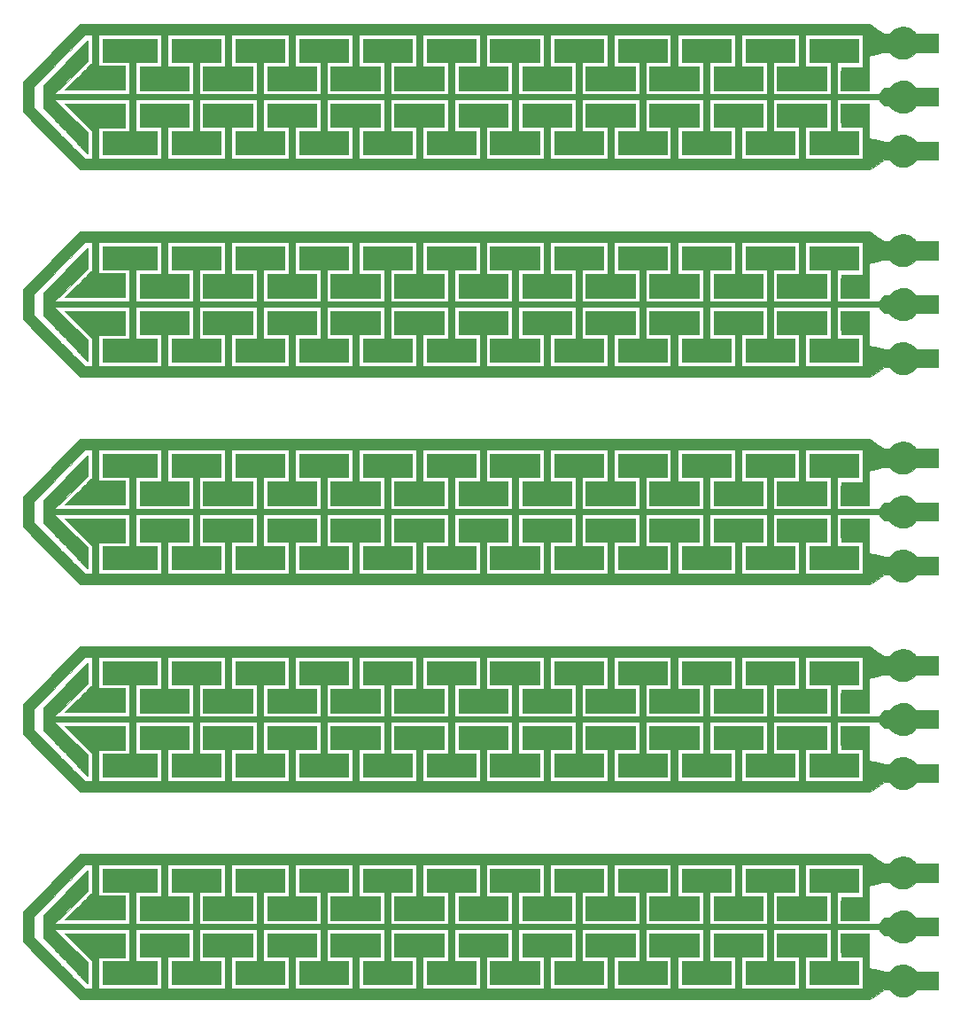
<source format=gtl>
G04 #@! TF.FileFunction,Copper,L1,Top,Signal*
%FSLAX46Y46*%
G04 Gerber Fmt 4.6, Leading zero omitted, Abs format (unit mm)*
G04 Created by KiCad (PCBNEW 4.0.2+e4-6225~38~ubuntu14.04.1-stable) date Tue 17 May 2016 20:21:22 AEST*
%MOMM*%
G01*
G04 APERTURE LIST*
%ADD10C,0.150000*%
%ADD11C,0.002540*%
%ADD12C,2.800000*%
G04 APERTURE END LIST*
D10*
D11*
G36*
X93238320Y-95420180D02*
X92196920Y-95420180D01*
X91152980Y-95420180D01*
X91064080Y-95534480D01*
X90937080Y-95671640D01*
X90779600Y-95796100D01*
X90601800Y-95907860D01*
X90416380Y-95991680D01*
X90365580Y-96012000D01*
X90261440Y-96037400D01*
X90261440Y-94498160D01*
X90256360Y-94470220D01*
X90205560Y-94355920D01*
X90129360Y-94274640D01*
X90027760Y-94226380D01*
X89905840Y-94211140D01*
X89778840Y-94226380D01*
X89679780Y-94274640D01*
X89621360Y-94333060D01*
X89565480Y-94434660D01*
X89545160Y-94541340D01*
X89557860Y-94648020D01*
X89601040Y-94744540D01*
X89672160Y-94825820D01*
X89763600Y-94884240D01*
X89872820Y-94909640D01*
X89900760Y-94912180D01*
X89976960Y-94904560D01*
X90043000Y-94889320D01*
X90060780Y-94881700D01*
X90154760Y-94810580D01*
X90223340Y-94716600D01*
X90261440Y-94609920D01*
X90261440Y-94498160D01*
X90261440Y-96037400D01*
X90126820Y-96070420D01*
X89885520Y-96085660D01*
X89646760Y-96065340D01*
X89413080Y-96004380D01*
X89192100Y-95907860D01*
X88986360Y-95775780D01*
X88798400Y-95608140D01*
X88724740Y-95524320D01*
X88635840Y-95420180D01*
X88369140Y-95420180D01*
X88102440Y-95420180D01*
X87421720Y-95895160D01*
X86743540Y-96372680D01*
X49006760Y-96372680D01*
X11269980Y-96372680D01*
X8534400Y-93583760D01*
X5798820Y-90794840D01*
X5798820Y-89408000D01*
X5798820Y-88021160D01*
X8534400Y-85232240D01*
X11269980Y-82443320D01*
X49006760Y-82443320D01*
X86743540Y-82443320D01*
X87421720Y-82920840D01*
X88102440Y-83395820D01*
X88369140Y-83395820D01*
X88635840Y-83395820D01*
X88724740Y-83289140D01*
X88900000Y-83108800D01*
X89100660Y-82961480D01*
X89314020Y-82849720D01*
X89542620Y-82773520D01*
X89778840Y-82732880D01*
X90020140Y-82732880D01*
X90261440Y-82773520D01*
X90365580Y-82804000D01*
X90551000Y-82882740D01*
X90731340Y-82986880D01*
X90896440Y-83108800D01*
X91031060Y-83243420D01*
X91064080Y-83281520D01*
X91152980Y-83395820D01*
X92196920Y-83395820D01*
X93238320Y-83395820D01*
X93238320Y-84264500D01*
X93238320Y-85133180D01*
X92194380Y-85130640D01*
X91147900Y-85130640D01*
X91048840Y-85247480D01*
X90873580Y-85422740D01*
X90667840Y-85564980D01*
X90434160Y-85679280D01*
X90297000Y-85727540D01*
X90261440Y-85735160D01*
X90261440Y-84302600D01*
X90258900Y-84193380D01*
X90253820Y-84173060D01*
X90203020Y-84061300D01*
X90124280Y-83977480D01*
X90022680Y-83921600D01*
X89905840Y-83903820D01*
X89789000Y-83921600D01*
X89692480Y-83972400D01*
X89616280Y-84048600D01*
X89568020Y-84142580D01*
X89545160Y-84246720D01*
X89557860Y-84355940D01*
X89603580Y-84460080D01*
X89621360Y-84482940D01*
X89667080Y-84531200D01*
X89710260Y-84564220D01*
X89811860Y-84597240D01*
X89926160Y-84607400D01*
X90037920Y-84589620D01*
X90098880Y-84564220D01*
X90177620Y-84500720D01*
X90233500Y-84409280D01*
X90261440Y-84302600D01*
X90261440Y-85735160D01*
X90162380Y-85758020D01*
X89999820Y-85773260D01*
X89832180Y-85778340D01*
X89669620Y-85765640D01*
X89529920Y-85742780D01*
X89522300Y-85740240D01*
X89278460Y-85651340D01*
X89060020Y-85531960D01*
X88859360Y-85371940D01*
X88757760Y-85270340D01*
X88630760Y-85133180D01*
X88361520Y-85133180D01*
X88287860Y-85133180D01*
X88224360Y-85133180D01*
X88163400Y-85138260D01*
X88099900Y-85143340D01*
X88031320Y-85156040D01*
X87947500Y-85171280D01*
X87843360Y-85194140D01*
X87716360Y-85222080D01*
X87558880Y-85260180D01*
X87388700Y-85300820D01*
X87223600Y-85341460D01*
X87071200Y-85377020D01*
X86934040Y-85410040D01*
X86822280Y-85435440D01*
X86738460Y-85455760D01*
X86685120Y-85468460D01*
X86672420Y-85471000D01*
X86669880Y-85491320D01*
X86667340Y-85549740D01*
X86664800Y-85646260D01*
X86662260Y-85775800D01*
X86662260Y-85933280D01*
X86659720Y-86116160D01*
X86657180Y-86324440D01*
X86657180Y-86550500D01*
X86657180Y-86794340D01*
X86657180Y-87053420D01*
X86657180Y-87122000D01*
X86657180Y-88773000D01*
X85318600Y-88773000D01*
X83980020Y-88773000D01*
X83982560Y-87952580D01*
X83985100Y-87757000D01*
X83987640Y-87561420D01*
X83990180Y-87373460D01*
X83992720Y-87203280D01*
X83995260Y-87053420D01*
X83997800Y-86934040D01*
X84002880Y-86852760D01*
X84015580Y-86570820D01*
X85029040Y-86570820D01*
X86042500Y-86570820D01*
X86042500Y-85026500D01*
X86042500Y-83482180D01*
X83301840Y-83482180D01*
X80561180Y-83482180D01*
X80561180Y-85016340D01*
X80561180Y-86550500D01*
X81577180Y-86550500D01*
X82593180Y-86550500D01*
X82593180Y-87660480D01*
X82593180Y-88773000D01*
X80243680Y-88773000D01*
X77894180Y-88773000D01*
X77894180Y-87660480D01*
X77894180Y-86550500D01*
X78920340Y-86550500D01*
X79946500Y-86550500D01*
X79946500Y-85016340D01*
X79946500Y-83482180D01*
X77205840Y-83482180D01*
X74465180Y-83482180D01*
X74465180Y-85016340D01*
X74465180Y-86550500D01*
X75491340Y-86550500D01*
X76517500Y-86550500D01*
X76517500Y-87660480D01*
X76517500Y-88773000D01*
X74168000Y-88773000D01*
X71818500Y-88773000D01*
X71818500Y-87660480D01*
X71818500Y-86550500D01*
X72834500Y-86550500D01*
X73850500Y-86550500D01*
X73850500Y-85016340D01*
X73850500Y-83482180D01*
X71099680Y-83482180D01*
X68346320Y-83482180D01*
X68346320Y-85016340D01*
X68346320Y-86550500D01*
X69375020Y-86550500D01*
X70401180Y-86550500D01*
X70401180Y-87660480D01*
X70401180Y-88773000D01*
X68051680Y-88773000D01*
X65702180Y-88773000D01*
X65702180Y-87660480D01*
X65702180Y-86550500D01*
X66718180Y-86550500D01*
X67734180Y-86550500D01*
X67734180Y-85016340D01*
X67734180Y-83482180D01*
X65003680Y-83482180D01*
X62273180Y-83482180D01*
X62273180Y-85016340D01*
X62273180Y-86550500D01*
X63289180Y-86550500D01*
X64305180Y-86550500D01*
X64305180Y-87660480D01*
X64305180Y-88773000D01*
X61955680Y-88773000D01*
X59606180Y-88773000D01*
X59606180Y-87660480D01*
X59606180Y-86550500D01*
X60632340Y-86550500D01*
X61658500Y-86550500D01*
X61658500Y-85016340D01*
X61658500Y-83482180D01*
X58917840Y-83482180D01*
X56177180Y-83482180D01*
X56177180Y-85016340D01*
X56177180Y-86550500D01*
X57203340Y-86550500D01*
X58229500Y-86550500D01*
X58229500Y-87660480D01*
X58229500Y-88773000D01*
X55880000Y-88773000D01*
X53530500Y-88773000D01*
X53530500Y-87660480D01*
X53530500Y-86550500D01*
X54546500Y-86550500D01*
X55562500Y-86550500D01*
X55562500Y-85016340D01*
X55562500Y-83482180D01*
X52821840Y-83482180D01*
X50081180Y-83482180D01*
X50081180Y-85016340D01*
X50081180Y-86550500D01*
X51107340Y-86550500D01*
X52133500Y-86550500D01*
X52133500Y-87660480D01*
X52133500Y-88773000D01*
X49784000Y-88773000D01*
X47434500Y-88773000D01*
X47434500Y-87660480D01*
X47434500Y-86550500D01*
X48450500Y-86550500D01*
X49466500Y-86550500D01*
X49466500Y-85016340D01*
X49466500Y-83482180D01*
X46725840Y-83482180D01*
X43985180Y-83482180D01*
X43985180Y-85016340D01*
X43985180Y-86550500D01*
X45001180Y-86550500D01*
X46017180Y-86550500D01*
X46017180Y-87660480D01*
X46017180Y-88773000D01*
X43667680Y-88773000D01*
X41318180Y-88773000D01*
X41318180Y-87660480D01*
X41318180Y-86550500D01*
X42344340Y-86550500D01*
X43370500Y-86550500D01*
X43370500Y-85016340D01*
X43370500Y-83482180D01*
X40619680Y-83482180D01*
X37866320Y-83482180D01*
X37866320Y-85016340D01*
X37866320Y-86550500D01*
X38892480Y-86550500D01*
X39921180Y-86550500D01*
X39921180Y-87660480D01*
X39921180Y-88773000D01*
X37571680Y-88773000D01*
X35222180Y-88773000D01*
X35222180Y-87660480D01*
X35222180Y-86550500D01*
X36248340Y-86550500D01*
X37274500Y-86550500D01*
X37274500Y-85016340D01*
X37274500Y-83482180D01*
X34533840Y-83482180D01*
X31793180Y-83482180D01*
X31793180Y-85016340D01*
X31793180Y-86550500D01*
X32819340Y-86550500D01*
X33845500Y-86550500D01*
X33845500Y-87660480D01*
X33845500Y-88773000D01*
X31496000Y-88773000D01*
X29146500Y-88773000D01*
X29146500Y-87660480D01*
X29146500Y-86550500D01*
X30162500Y-86550500D01*
X31178500Y-86550500D01*
X31178500Y-85016340D01*
X31178500Y-83482180D01*
X28437840Y-83482180D01*
X25697180Y-83482180D01*
X25697180Y-85016340D01*
X25697180Y-86550500D01*
X26713180Y-86550500D01*
X27729180Y-86550500D01*
X27729180Y-87660480D01*
X27729180Y-88773000D01*
X25379680Y-88773000D01*
X23030180Y-88773000D01*
X23030180Y-87660480D01*
X23030180Y-86550500D01*
X24056340Y-86550500D01*
X25082500Y-86550500D01*
X25082500Y-85016340D01*
X25082500Y-83482180D01*
X22341840Y-83482180D01*
X19601180Y-83482180D01*
X19601180Y-85016340D01*
X19601180Y-86550500D01*
X20627340Y-86550500D01*
X21653500Y-86550500D01*
X21653500Y-87660480D01*
X21653500Y-88773000D01*
X19304000Y-88773000D01*
X16954500Y-88773000D01*
X16954500Y-87660480D01*
X16954500Y-86550500D01*
X17980660Y-86550500D01*
X19006820Y-86550500D01*
X19006820Y-85016340D01*
X19006820Y-83482180D01*
X16012160Y-83482180D01*
X13017500Y-83482180D01*
X13017500Y-84973160D01*
X13017500Y-86466680D01*
X14267180Y-86466680D01*
X15514320Y-86466680D01*
X15514320Y-87586820D01*
X15514320Y-88709500D01*
X12669520Y-88709500D01*
X9824720Y-88709500D01*
X11023600Y-87515700D01*
X11214100Y-87327740D01*
X11396980Y-87147400D01*
X11569700Y-86974680D01*
X11729720Y-86817200D01*
X11877040Y-86672420D01*
X12006580Y-86542880D01*
X12115800Y-86433660D01*
X12204700Y-86347300D01*
X12270740Y-86283800D01*
X12306300Y-86248240D01*
X12313920Y-86243160D01*
X12402820Y-86164420D01*
X12402820Y-84823300D01*
X12402820Y-83482180D01*
X12057380Y-83479640D01*
X11714480Y-83479640D01*
X11193780Y-84005420D01*
X11112500Y-84086700D01*
X11003280Y-84195920D01*
X10868660Y-84333080D01*
X10713720Y-84490560D01*
X10538460Y-84668360D01*
X10345420Y-84863940D01*
X10137140Y-85077300D01*
X9916160Y-85300820D01*
X9685020Y-85534500D01*
X9446260Y-85778340D01*
X9202420Y-86027260D01*
X8956040Y-86278720D01*
X8755380Y-86484460D01*
X6837680Y-88437720D01*
X6837680Y-89408000D01*
X6837680Y-90378280D01*
X8755380Y-92331540D01*
X9001760Y-92585540D01*
X9248140Y-92834460D01*
X9491980Y-93083380D01*
X9728200Y-93324680D01*
X9959340Y-93558360D01*
X10177780Y-93779340D01*
X10383520Y-93987620D01*
X10571480Y-94180660D01*
X10744200Y-94355920D01*
X10896600Y-94510860D01*
X11026140Y-94640400D01*
X11130280Y-94747080D01*
X11193780Y-94810580D01*
X11714480Y-95333820D01*
X12057380Y-95333820D01*
X12402820Y-95333820D01*
X12402820Y-93992700D01*
X12402820Y-92651580D01*
X12313920Y-92572840D01*
X12283440Y-92544900D01*
X12227560Y-92489020D01*
X12146280Y-92410280D01*
X12042140Y-92308680D01*
X11917680Y-92184220D01*
X11775440Y-92044520D01*
X11620500Y-91889580D01*
X11450320Y-91721940D01*
X11269980Y-91544140D01*
X11082020Y-91356180D01*
X11023600Y-91300300D01*
X9824720Y-90106500D01*
X12669520Y-90106500D01*
X15514320Y-90106500D01*
X15514320Y-91229180D01*
X15514320Y-92349320D01*
X14267180Y-92349320D01*
X13017500Y-92349320D01*
X13017500Y-93842840D01*
X13017500Y-95333820D01*
X16012160Y-95333820D01*
X19006820Y-95333820D01*
X19006820Y-93799660D01*
X19006820Y-92265500D01*
X17980660Y-92265500D01*
X16954500Y-92265500D01*
X16954500Y-91155520D01*
X16954500Y-90043000D01*
X19304000Y-90043000D01*
X21653500Y-90043000D01*
X21653500Y-91155520D01*
X21653500Y-92265500D01*
X20627340Y-92265500D01*
X19601180Y-92265500D01*
X19601180Y-93799660D01*
X19601180Y-95333820D01*
X22341840Y-95333820D01*
X25082500Y-95333820D01*
X25082500Y-93799660D01*
X25082500Y-92265500D01*
X24056340Y-92265500D01*
X23030180Y-92265500D01*
X23030180Y-91155520D01*
X23030180Y-90043000D01*
X25379680Y-90043000D01*
X27729180Y-90043000D01*
X27729180Y-91155520D01*
X27729180Y-92265500D01*
X26713180Y-92265500D01*
X25697180Y-92265500D01*
X25697180Y-93799660D01*
X25697180Y-95333820D01*
X28437840Y-95333820D01*
X31178500Y-95333820D01*
X31178500Y-93799660D01*
X31178500Y-92265500D01*
X30162500Y-92265500D01*
X29146500Y-92265500D01*
X29146500Y-91155520D01*
X29146500Y-90043000D01*
X31496000Y-90043000D01*
X33845500Y-90043000D01*
X33845500Y-91155520D01*
X33845500Y-92265500D01*
X32819340Y-92265500D01*
X31793180Y-92265500D01*
X31793180Y-93799660D01*
X31793180Y-95333820D01*
X34533840Y-95333820D01*
X37274500Y-95333820D01*
X37274500Y-93799660D01*
X37274500Y-92265500D01*
X36248340Y-92265500D01*
X35222180Y-92265500D01*
X35222180Y-91155520D01*
X35222180Y-90043000D01*
X37571680Y-90043000D01*
X39921180Y-90043000D01*
X39921180Y-91155520D01*
X39921180Y-92265500D01*
X38892480Y-92265500D01*
X37866320Y-92265500D01*
X37866320Y-93799660D01*
X37866320Y-95333820D01*
X40619680Y-95333820D01*
X43370500Y-95333820D01*
X43370500Y-93799660D01*
X43370500Y-92265500D01*
X42344340Y-92265500D01*
X41318180Y-92265500D01*
X41318180Y-91155520D01*
X41318180Y-90043000D01*
X43667680Y-90043000D01*
X46017180Y-90043000D01*
X46017180Y-91155520D01*
X46017180Y-92265500D01*
X45001180Y-92265500D01*
X43985180Y-92265500D01*
X43985180Y-93799660D01*
X43985180Y-95333820D01*
X46725840Y-95333820D01*
X49466500Y-95333820D01*
X49466500Y-93799660D01*
X49466500Y-92265500D01*
X48450500Y-92265500D01*
X47434500Y-92265500D01*
X47434500Y-91155520D01*
X47434500Y-90043000D01*
X49784000Y-90043000D01*
X52133500Y-90043000D01*
X52133500Y-91155520D01*
X52133500Y-92265500D01*
X51107340Y-92265500D01*
X50081180Y-92265500D01*
X50081180Y-93799660D01*
X50081180Y-95333820D01*
X52821840Y-95333820D01*
X55562500Y-95333820D01*
X55562500Y-93799660D01*
X55562500Y-92265500D01*
X54546500Y-92265500D01*
X53530500Y-92265500D01*
X53530500Y-91155520D01*
X53530500Y-90043000D01*
X55880000Y-90043000D01*
X58229500Y-90043000D01*
X58229500Y-91155520D01*
X58229500Y-92265500D01*
X57203340Y-92265500D01*
X56177180Y-92265500D01*
X56177180Y-93799660D01*
X56177180Y-95333820D01*
X58917840Y-95333820D01*
X61658500Y-95333820D01*
X61658500Y-93799660D01*
X61658500Y-92265500D01*
X60632340Y-92265500D01*
X59606180Y-92265500D01*
X59606180Y-91155520D01*
X59606180Y-90043000D01*
X61955680Y-90043000D01*
X64305180Y-90043000D01*
X64305180Y-91155520D01*
X64305180Y-92265500D01*
X63289180Y-92265500D01*
X62273180Y-92265500D01*
X62273180Y-93799660D01*
X62273180Y-95333820D01*
X65003680Y-95333820D01*
X67734180Y-95333820D01*
X67734180Y-93799660D01*
X67734180Y-92265500D01*
X66718180Y-92265500D01*
X65702180Y-92265500D01*
X65702180Y-91155520D01*
X65702180Y-90043000D01*
X68051680Y-90043000D01*
X70401180Y-90043000D01*
X70401180Y-91155520D01*
X70401180Y-92265500D01*
X69375020Y-92265500D01*
X68346320Y-92265500D01*
X68346320Y-93799660D01*
X68346320Y-95333820D01*
X71099680Y-95333820D01*
X73850500Y-95333820D01*
X73850500Y-93799660D01*
X73850500Y-92265500D01*
X72834500Y-92265500D01*
X71818500Y-92265500D01*
X71818500Y-91155520D01*
X71818500Y-90043000D01*
X74168000Y-90043000D01*
X76517500Y-90043000D01*
X76517500Y-91155520D01*
X76517500Y-92265500D01*
X75491340Y-92265500D01*
X74465180Y-92265500D01*
X74465180Y-93799660D01*
X74465180Y-95333820D01*
X77205840Y-95333820D01*
X79946500Y-95333820D01*
X79946500Y-93799660D01*
X79946500Y-92265500D01*
X78920340Y-92265500D01*
X77894180Y-92265500D01*
X77894180Y-91155520D01*
X77894180Y-90043000D01*
X80243680Y-90043000D01*
X82593180Y-90043000D01*
X82593180Y-91155520D01*
X82593180Y-92265500D01*
X81577180Y-92265500D01*
X80561180Y-92265500D01*
X80561180Y-93799660D01*
X80561180Y-95333820D01*
X83301840Y-95333820D01*
X86042500Y-95333820D01*
X86042500Y-93789500D01*
X86042500Y-92245180D01*
X85029040Y-92245180D01*
X84015580Y-92245180D01*
X84002880Y-91963240D01*
X83997800Y-91876880D01*
X83995260Y-91754960D01*
X83992720Y-91605100D01*
X83990180Y-91432380D01*
X83987640Y-91244420D01*
X83985100Y-91051380D01*
X83982560Y-90863420D01*
X83980020Y-90043000D01*
X85318600Y-90043000D01*
X86657180Y-90043000D01*
X86657180Y-91694000D01*
X86657180Y-91955620D01*
X86657180Y-92202000D01*
X86657180Y-92433140D01*
X86659720Y-92646500D01*
X86659720Y-92837000D01*
X86662260Y-93002100D01*
X86664800Y-93139260D01*
X86667340Y-93243400D01*
X86667340Y-93311980D01*
X86669880Y-93345000D01*
X86672420Y-93345000D01*
X86695280Y-93350080D01*
X86753700Y-93362780D01*
X86845140Y-93385640D01*
X86964520Y-93413580D01*
X87104220Y-93446600D01*
X87259160Y-93482160D01*
X87388700Y-93515180D01*
X87579200Y-93560900D01*
X87734140Y-93596460D01*
X87858600Y-93624400D01*
X87957660Y-93647260D01*
X88038940Y-93662500D01*
X88107520Y-93672660D01*
X88171020Y-93680280D01*
X88231980Y-93682820D01*
X88295480Y-93682820D01*
X88361520Y-93682820D01*
X88630760Y-93682820D01*
X88757760Y-93545660D01*
X88948260Y-93367860D01*
X89156540Y-93225620D01*
X89385140Y-93118940D01*
X89522300Y-93075760D01*
X89659460Y-93050360D01*
X89819480Y-93037660D01*
X89989660Y-93040200D01*
X90152220Y-93057980D01*
X90289380Y-93085920D01*
X90297000Y-93088460D01*
X90545920Y-93184980D01*
X90766900Y-93311980D01*
X90957400Y-93469460D01*
X91048840Y-93568520D01*
X91147900Y-93682820D01*
X92194380Y-93682820D01*
X93238320Y-93682820D01*
X93238320Y-94551500D01*
X93238320Y-95420180D01*
X93238320Y-95420180D01*
X93238320Y-95420180D01*
G37*
X93238320Y-95420180D02*
X92196920Y-95420180D01*
X91152980Y-95420180D01*
X91064080Y-95534480D01*
X90937080Y-95671640D01*
X90779600Y-95796100D01*
X90601800Y-95907860D01*
X90416380Y-95991680D01*
X90365580Y-96012000D01*
X90261440Y-96037400D01*
X90261440Y-94498160D01*
X90256360Y-94470220D01*
X90205560Y-94355920D01*
X90129360Y-94274640D01*
X90027760Y-94226380D01*
X89905840Y-94211140D01*
X89778840Y-94226380D01*
X89679780Y-94274640D01*
X89621360Y-94333060D01*
X89565480Y-94434660D01*
X89545160Y-94541340D01*
X89557860Y-94648020D01*
X89601040Y-94744540D01*
X89672160Y-94825820D01*
X89763600Y-94884240D01*
X89872820Y-94909640D01*
X89900760Y-94912180D01*
X89976960Y-94904560D01*
X90043000Y-94889320D01*
X90060780Y-94881700D01*
X90154760Y-94810580D01*
X90223340Y-94716600D01*
X90261440Y-94609920D01*
X90261440Y-94498160D01*
X90261440Y-96037400D01*
X90126820Y-96070420D01*
X89885520Y-96085660D01*
X89646760Y-96065340D01*
X89413080Y-96004380D01*
X89192100Y-95907860D01*
X88986360Y-95775780D01*
X88798400Y-95608140D01*
X88724740Y-95524320D01*
X88635840Y-95420180D01*
X88369140Y-95420180D01*
X88102440Y-95420180D01*
X87421720Y-95895160D01*
X86743540Y-96372680D01*
X49006760Y-96372680D01*
X11269980Y-96372680D01*
X8534400Y-93583760D01*
X5798820Y-90794840D01*
X5798820Y-89408000D01*
X5798820Y-88021160D01*
X8534400Y-85232240D01*
X11269980Y-82443320D01*
X49006760Y-82443320D01*
X86743540Y-82443320D01*
X87421720Y-82920840D01*
X88102440Y-83395820D01*
X88369140Y-83395820D01*
X88635840Y-83395820D01*
X88724740Y-83289140D01*
X88900000Y-83108800D01*
X89100660Y-82961480D01*
X89314020Y-82849720D01*
X89542620Y-82773520D01*
X89778840Y-82732880D01*
X90020140Y-82732880D01*
X90261440Y-82773520D01*
X90365580Y-82804000D01*
X90551000Y-82882740D01*
X90731340Y-82986880D01*
X90896440Y-83108800D01*
X91031060Y-83243420D01*
X91064080Y-83281520D01*
X91152980Y-83395820D01*
X92196920Y-83395820D01*
X93238320Y-83395820D01*
X93238320Y-84264500D01*
X93238320Y-85133180D01*
X92194380Y-85130640D01*
X91147900Y-85130640D01*
X91048840Y-85247480D01*
X90873580Y-85422740D01*
X90667840Y-85564980D01*
X90434160Y-85679280D01*
X90297000Y-85727540D01*
X90261440Y-85735160D01*
X90261440Y-84302600D01*
X90258900Y-84193380D01*
X90253820Y-84173060D01*
X90203020Y-84061300D01*
X90124280Y-83977480D01*
X90022680Y-83921600D01*
X89905840Y-83903820D01*
X89789000Y-83921600D01*
X89692480Y-83972400D01*
X89616280Y-84048600D01*
X89568020Y-84142580D01*
X89545160Y-84246720D01*
X89557860Y-84355940D01*
X89603580Y-84460080D01*
X89621360Y-84482940D01*
X89667080Y-84531200D01*
X89710260Y-84564220D01*
X89811860Y-84597240D01*
X89926160Y-84607400D01*
X90037920Y-84589620D01*
X90098880Y-84564220D01*
X90177620Y-84500720D01*
X90233500Y-84409280D01*
X90261440Y-84302600D01*
X90261440Y-85735160D01*
X90162380Y-85758020D01*
X89999820Y-85773260D01*
X89832180Y-85778340D01*
X89669620Y-85765640D01*
X89529920Y-85742780D01*
X89522300Y-85740240D01*
X89278460Y-85651340D01*
X89060020Y-85531960D01*
X88859360Y-85371940D01*
X88757760Y-85270340D01*
X88630760Y-85133180D01*
X88361520Y-85133180D01*
X88287860Y-85133180D01*
X88224360Y-85133180D01*
X88163400Y-85138260D01*
X88099900Y-85143340D01*
X88031320Y-85156040D01*
X87947500Y-85171280D01*
X87843360Y-85194140D01*
X87716360Y-85222080D01*
X87558880Y-85260180D01*
X87388700Y-85300820D01*
X87223600Y-85341460D01*
X87071200Y-85377020D01*
X86934040Y-85410040D01*
X86822280Y-85435440D01*
X86738460Y-85455760D01*
X86685120Y-85468460D01*
X86672420Y-85471000D01*
X86669880Y-85491320D01*
X86667340Y-85549740D01*
X86664800Y-85646260D01*
X86662260Y-85775800D01*
X86662260Y-85933280D01*
X86659720Y-86116160D01*
X86657180Y-86324440D01*
X86657180Y-86550500D01*
X86657180Y-86794340D01*
X86657180Y-87053420D01*
X86657180Y-87122000D01*
X86657180Y-88773000D01*
X85318600Y-88773000D01*
X83980020Y-88773000D01*
X83982560Y-87952580D01*
X83985100Y-87757000D01*
X83987640Y-87561420D01*
X83990180Y-87373460D01*
X83992720Y-87203280D01*
X83995260Y-87053420D01*
X83997800Y-86934040D01*
X84002880Y-86852760D01*
X84015580Y-86570820D01*
X85029040Y-86570820D01*
X86042500Y-86570820D01*
X86042500Y-85026500D01*
X86042500Y-83482180D01*
X83301840Y-83482180D01*
X80561180Y-83482180D01*
X80561180Y-85016340D01*
X80561180Y-86550500D01*
X81577180Y-86550500D01*
X82593180Y-86550500D01*
X82593180Y-87660480D01*
X82593180Y-88773000D01*
X80243680Y-88773000D01*
X77894180Y-88773000D01*
X77894180Y-87660480D01*
X77894180Y-86550500D01*
X78920340Y-86550500D01*
X79946500Y-86550500D01*
X79946500Y-85016340D01*
X79946500Y-83482180D01*
X77205840Y-83482180D01*
X74465180Y-83482180D01*
X74465180Y-85016340D01*
X74465180Y-86550500D01*
X75491340Y-86550500D01*
X76517500Y-86550500D01*
X76517500Y-87660480D01*
X76517500Y-88773000D01*
X74168000Y-88773000D01*
X71818500Y-88773000D01*
X71818500Y-87660480D01*
X71818500Y-86550500D01*
X72834500Y-86550500D01*
X73850500Y-86550500D01*
X73850500Y-85016340D01*
X73850500Y-83482180D01*
X71099680Y-83482180D01*
X68346320Y-83482180D01*
X68346320Y-85016340D01*
X68346320Y-86550500D01*
X69375020Y-86550500D01*
X70401180Y-86550500D01*
X70401180Y-87660480D01*
X70401180Y-88773000D01*
X68051680Y-88773000D01*
X65702180Y-88773000D01*
X65702180Y-87660480D01*
X65702180Y-86550500D01*
X66718180Y-86550500D01*
X67734180Y-86550500D01*
X67734180Y-85016340D01*
X67734180Y-83482180D01*
X65003680Y-83482180D01*
X62273180Y-83482180D01*
X62273180Y-85016340D01*
X62273180Y-86550500D01*
X63289180Y-86550500D01*
X64305180Y-86550500D01*
X64305180Y-87660480D01*
X64305180Y-88773000D01*
X61955680Y-88773000D01*
X59606180Y-88773000D01*
X59606180Y-87660480D01*
X59606180Y-86550500D01*
X60632340Y-86550500D01*
X61658500Y-86550500D01*
X61658500Y-85016340D01*
X61658500Y-83482180D01*
X58917840Y-83482180D01*
X56177180Y-83482180D01*
X56177180Y-85016340D01*
X56177180Y-86550500D01*
X57203340Y-86550500D01*
X58229500Y-86550500D01*
X58229500Y-87660480D01*
X58229500Y-88773000D01*
X55880000Y-88773000D01*
X53530500Y-88773000D01*
X53530500Y-87660480D01*
X53530500Y-86550500D01*
X54546500Y-86550500D01*
X55562500Y-86550500D01*
X55562500Y-85016340D01*
X55562500Y-83482180D01*
X52821840Y-83482180D01*
X50081180Y-83482180D01*
X50081180Y-85016340D01*
X50081180Y-86550500D01*
X51107340Y-86550500D01*
X52133500Y-86550500D01*
X52133500Y-87660480D01*
X52133500Y-88773000D01*
X49784000Y-88773000D01*
X47434500Y-88773000D01*
X47434500Y-87660480D01*
X47434500Y-86550500D01*
X48450500Y-86550500D01*
X49466500Y-86550500D01*
X49466500Y-85016340D01*
X49466500Y-83482180D01*
X46725840Y-83482180D01*
X43985180Y-83482180D01*
X43985180Y-85016340D01*
X43985180Y-86550500D01*
X45001180Y-86550500D01*
X46017180Y-86550500D01*
X46017180Y-87660480D01*
X46017180Y-88773000D01*
X43667680Y-88773000D01*
X41318180Y-88773000D01*
X41318180Y-87660480D01*
X41318180Y-86550500D01*
X42344340Y-86550500D01*
X43370500Y-86550500D01*
X43370500Y-85016340D01*
X43370500Y-83482180D01*
X40619680Y-83482180D01*
X37866320Y-83482180D01*
X37866320Y-85016340D01*
X37866320Y-86550500D01*
X38892480Y-86550500D01*
X39921180Y-86550500D01*
X39921180Y-87660480D01*
X39921180Y-88773000D01*
X37571680Y-88773000D01*
X35222180Y-88773000D01*
X35222180Y-87660480D01*
X35222180Y-86550500D01*
X36248340Y-86550500D01*
X37274500Y-86550500D01*
X37274500Y-85016340D01*
X37274500Y-83482180D01*
X34533840Y-83482180D01*
X31793180Y-83482180D01*
X31793180Y-85016340D01*
X31793180Y-86550500D01*
X32819340Y-86550500D01*
X33845500Y-86550500D01*
X33845500Y-87660480D01*
X33845500Y-88773000D01*
X31496000Y-88773000D01*
X29146500Y-88773000D01*
X29146500Y-87660480D01*
X29146500Y-86550500D01*
X30162500Y-86550500D01*
X31178500Y-86550500D01*
X31178500Y-85016340D01*
X31178500Y-83482180D01*
X28437840Y-83482180D01*
X25697180Y-83482180D01*
X25697180Y-85016340D01*
X25697180Y-86550500D01*
X26713180Y-86550500D01*
X27729180Y-86550500D01*
X27729180Y-87660480D01*
X27729180Y-88773000D01*
X25379680Y-88773000D01*
X23030180Y-88773000D01*
X23030180Y-87660480D01*
X23030180Y-86550500D01*
X24056340Y-86550500D01*
X25082500Y-86550500D01*
X25082500Y-85016340D01*
X25082500Y-83482180D01*
X22341840Y-83482180D01*
X19601180Y-83482180D01*
X19601180Y-85016340D01*
X19601180Y-86550500D01*
X20627340Y-86550500D01*
X21653500Y-86550500D01*
X21653500Y-87660480D01*
X21653500Y-88773000D01*
X19304000Y-88773000D01*
X16954500Y-88773000D01*
X16954500Y-87660480D01*
X16954500Y-86550500D01*
X17980660Y-86550500D01*
X19006820Y-86550500D01*
X19006820Y-85016340D01*
X19006820Y-83482180D01*
X16012160Y-83482180D01*
X13017500Y-83482180D01*
X13017500Y-84973160D01*
X13017500Y-86466680D01*
X14267180Y-86466680D01*
X15514320Y-86466680D01*
X15514320Y-87586820D01*
X15514320Y-88709500D01*
X12669520Y-88709500D01*
X9824720Y-88709500D01*
X11023600Y-87515700D01*
X11214100Y-87327740D01*
X11396980Y-87147400D01*
X11569700Y-86974680D01*
X11729720Y-86817200D01*
X11877040Y-86672420D01*
X12006580Y-86542880D01*
X12115800Y-86433660D01*
X12204700Y-86347300D01*
X12270740Y-86283800D01*
X12306300Y-86248240D01*
X12313920Y-86243160D01*
X12402820Y-86164420D01*
X12402820Y-84823300D01*
X12402820Y-83482180D01*
X12057380Y-83479640D01*
X11714480Y-83479640D01*
X11193780Y-84005420D01*
X11112500Y-84086700D01*
X11003280Y-84195920D01*
X10868660Y-84333080D01*
X10713720Y-84490560D01*
X10538460Y-84668360D01*
X10345420Y-84863940D01*
X10137140Y-85077300D01*
X9916160Y-85300820D01*
X9685020Y-85534500D01*
X9446260Y-85778340D01*
X9202420Y-86027260D01*
X8956040Y-86278720D01*
X8755380Y-86484460D01*
X6837680Y-88437720D01*
X6837680Y-89408000D01*
X6837680Y-90378280D01*
X8755380Y-92331540D01*
X9001760Y-92585540D01*
X9248140Y-92834460D01*
X9491980Y-93083380D01*
X9728200Y-93324680D01*
X9959340Y-93558360D01*
X10177780Y-93779340D01*
X10383520Y-93987620D01*
X10571480Y-94180660D01*
X10744200Y-94355920D01*
X10896600Y-94510860D01*
X11026140Y-94640400D01*
X11130280Y-94747080D01*
X11193780Y-94810580D01*
X11714480Y-95333820D01*
X12057380Y-95333820D01*
X12402820Y-95333820D01*
X12402820Y-93992700D01*
X12402820Y-92651580D01*
X12313920Y-92572840D01*
X12283440Y-92544900D01*
X12227560Y-92489020D01*
X12146280Y-92410280D01*
X12042140Y-92308680D01*
X11917680Y-92184220D01*
X11775440Y-92044520D01*
X11620500Y-91889580D01*
X11450320Y-91721940D01*
X11269980Y-91544140D01*
X11082020Y-91356180D01*
X11023600Y-91300300D01*
X9824720Y-90106500D01*
X12669520Y-90106500D01*
X15514320Y-90106500D01*
X15514320Y-91229180D01*
X15514320Y-92349320D01*
X14267180Y-92349320D01*
X13017500Y-92349320D01*
X13017500Y-93842840D01*
X13017500Y-95333820D01*
X16012160Y-95333820D01*
X19006820Y-95333820D01*
X19006820Y-93799660D01*
X19006820Y-92265500D01*
X17980660Y-92265500D01*
X16954500Y-92265500D01*
X16954500Y-91155520D01*
X16954500Y-90043000D01*
X19304000Y-90043000D01*
X21653500Y-90043000D01*
X21653500Y-91155520D01*
X21653500Y-92265500D01*
X20627340Y-92265500D01*
X19601180Y-92265500D01*
X19601180Y-93799660D01*
X19601180Y-95333820D01*
X22341840Y-95333820D01*
X25082500Y-95333820D01*
X25082500Y-93799660D01*
X25082500Y-92265500D01*
X24056340Y-92265500D01*
X23030180Y-92265500D01*
X23030180Y-91155520D01*
X23030180Y-90043000D01*
X25379680Y-90043000D01*
X27729180Y-90043000D01*
X27729180Y-91155520D01*
X27729180Y-92265500D01*
X26713180Y-92265500D01*
X25697180Y-92265500D01*
X25697180Y-93799660D01*
X25697180Y-95333820D01*
X28437840Y-95333820D01*
X31178500Y-95333820D01*
X31178500Y-93799660D01*
X31178500Y-92265500D01*
X30162500Y-92265500D01*
X29146500Y-92265500D01*
X29146500Y-91155520D01*
X29146500Y-90043000D01*
X31496000Y-90043000D01*
X33845500Y-90043000D01*
X33845500Y-91155520D01*
X33845500Y-92265500D01*
X32819340Y-92265500D01*
X31793180Y-92265500D01*
X31793180Y-93799660D01*
X31793180Y-95333820D01*
X34533840Y-95333820D01*
X37274500Y-95333820D01*
X37274500Y-93799660D01*
X37274500Y-92265500D01*
X36248340Y-92265500D01*
X35222180Y-92265500D01*
X35222180Y-91155520D01*
X35222180Y-90043000D01*
X37571680Y-90043000D01*
X39921180Y-90043000D01*
X39921180Y-91155520D01*
X39921180Y-92265500D01*
X38892480Y-92265500D01*
X37866320Y-92265500D01*
X37866320Y-93799660D01*
X37866320Y-95333820D01*
X40619680Y-95333820D01*
X43370500Y-95333820D01*
X43370500Y-93799660D01*
X43370500Y-92265500D01*
X42344340Y-92265500D01*
X41318180Y-92265500D01*
X41318180Y-91155520D01*
X41318180Y-90043000D01*
X43667680Y-90043000D01*
X46017180Y-90043000D01*
X46017180Y-91155520D01*
X46017180Y-92265500D01*
X45001180Y-92265500D01*
X43985180Y-92265500D01*
X43985180Y-93799660D01*
X43985180Y-95333820D01*
X46725840Y-95333820D01*
X49466500Y-95333820D01*
X49466500Y-93799660D01*
X49466500Y-92265500D01*
X48450500Y-92265500D01*
X47434500Y-92265500D01*
X47434500Y-91155520D01*
X47434500Y-90043000D01*
X49784000Y-90043000D01*
X52133500Y-90043000D01*
X52133500Y-91155520D01*
X52133500Y-92265500D01*
X51107340Y-92265500D01*
X50081180Y-92265500D01*
X50081180Y-93799660D01*
X50081180Y-95333820D01*
X52821840Y-95333820D01*
X55562500Y-95333820D01*
X55562500Y-93799660D01*
X55562500Y-92265500D01*
X54546500Y-92265500D01*
X53530500Y-92265500D01*
X53530500Y-91155520D01*
X53530500Y-90043000D01*
X55880000Y-90043000D01*
X58229500Y-90043000D01*
X58229500Y-91155520D01*
X58229500Y-92265500D01*
X57203340Y-92265500D01*
X56177180Y-92265500D01*
X56177180Y-93799660D01*
X56177180Y-95333820D01*
X58917840Y-95333820D01*
X61658500Y-95333820D01*
X61658500Y-93799660D01*
X61658500Y-92265500D01*
X60632340Y-92265500D01*
X59606180Y-92265500D01*
X59606180Y-91155520D01*
X59606180Y-90043000D01*
X61955680Y-90043000D01*
X64305180Y-90043000D01*
X64305180Y-91155520D01*
X64305180Y-92265500D01*
X63289180Y-92265500D01*
X62273180Y-92265500D01*
X62273180Y-93799660D01*
X62273180Y-95333820D01*
X65003680Y-95333820D01*
X67734180Y-95333820D01*
X67734180Y-93799660D01*
X67734180Y-92265500D01*
X66718180Y-92265500D01*
X65702180Y-92265500D01*
X65702180Y-91155520D01*
X65702180Y-90043000D01*
X68051680Y-90043000D01*
X70401180Y-90043000D01*
X70401180Y-91155520D01*
X70401180Y-92265500D01*
X69375020Y-92265500D01*
X68346320Y-92265500D01*
X68346320Y-93799660D01*
X68346320Y-95333820D01*
X71099680Y-95333820D01*
X73850500Y-95333820D01*
X73850500Y-93799660D01*
X73850500Y-92265500D01*
X72834500Y-92265500D01*
X71818500Y-92265500D01*
X71818500Y-91155520D01*
X71818500Y-90043000D01*
X74168000Y-90043000D01*
X76517500Y-90043000D01*
X76517500Y-91155520D01*
X76517500Y-92265500D01*
X75491340Y-92265500D01*
X74465180Y-92265500D01*
X74465180Y-93799660D01*
X74465180Y-95333820D01*
X77205840Y-95333820D01*
X79946500Y-95333820D01*
X79946500Y-93799660D01*
X79946500Y-92265500D01*
X78920340Y-92265500D01*
X77894180Y-92265500D01*
X77894180Y-91155520D01*
X77894180Y-90043000D01*
X80243680Y-90043000D01*
X82593180Y-90043000D01*
X82593180Y-91155520D01*
X82593180Y-92265500D01*
X81577180Y-92265500D01*
X80561180Y-92265500D01*
X80561180Y-93799660D01*
X80561180Y-95333820D01*
X83301840Y-95333820D01*
X86042500Y-95333820D01*
X86042500Y-93789500D01*
X86042500Y-92245180D01*
X85029040Y-92245180D01*
X84015580Y-92245180D01*
X84002880Y-91963240D01*
X83997800Y-91876880D01*
X83995260Y-91754960D01*
X83992720Y-91605100D01*
X83990180Y-91432380D01*
X83987640Y-91244420D01*
X83985100Y-91051380D01*
X83982560Y-90863420D01*
X83980020Y-90043000D01*
X85318600Y-90043000D01*
X86657180Y-90043000D01*
X86657180Y-91694000D01*
X86657180Y-91955620D01*
X86657180Y-92202000D01*
X86657180Y-92433140D01*
X86659720Y-92646500D01*
X86659720Y-92837000D01*
X86662260Y-93002100D01*
X86664800Y-93139260D01*
X86667340Y-93243400D01*
X86667340Y-93311980D01*
X86669880Y-93345000D01*
X86672420Y-93345000D01*
X86695280Y-93350080D01*
X86753700Y-93362780D01*
X86845140Y-93385640D01*
X86964520Y-93413580D01*
X87104220Y-93446600D01*
X87259160Y-93482160D01*
X87388700Y-93515180D01*
X87579200Y-93560900D01*
X87734140Y-93596460D01*
X87858600Y-93624400D01*
X87957660Y-93647260D01*
X88038940Y-93662500D01*
X88107520Y-93672660D01*
X88171020Y-93680280D01*
X88231980Y-93682820D01*
X88295480Y-93682820D01*
X88361520Y-93682820D01*
X88630760Y-93682820D01*
X88757760Y-93545660D01*
X88948260Y-93367860D01*
X89156540Y-93225620D01*
X89385140Y-93118940D01*
X89522300Y-93075760D01*
X89659460Y-93050360D01*
X89819480Y-93037660D01*
X89989660Y-93040200D01*
X90152220Y-93057980D01*
X90289380Y-93085920D01*
X90297000Y-93088460D01*
X90545920Y-93184980D01*
X90766900Y-93311980D01*
X90957400Y-93469460D01*
X91048840Y-93568520D01*
X91147900Y-93682820D01*
X92194380Y-93682820D01*
X93238320Y-93682820D01*
X93238320Y-94551500D01*
X93238320Y-95420180D01*
X93238320Y-95420180D01*
G36*
X93261180Y-90253820D02*
X92217240Y-90253820D01*
X91173300Y-90253820D01*
X91089480Y-90363040D01*
X90959940Y-90507820D01*
X90799920Y-90639900D01*
X90619580Y-90754200D01*
X90429080Y-90843100D01*
X90370660Y-90865960D01*
X90261440Y-90891360D01*
X90261440Y-89377520D01*
X90241120Y-89278460D01*
X90192860Y-89189560D01*
X90121740Y-89115900D01*
X90027760Y-89067640D01*
X89910920Y-89047320D01*
X89905840Y-89047320D01*
X89786460Y-89067640D01*
X89684860Y-89123520D01*
X89606120Y-89209880D01*
X89557860Y-89316560D01*
X89545160Y-89435940D01*
X89570560Y-89545160D01*
X89628980Y-89639140D01*
X89712800Y-89712800D01*
X89816940Y-89758520D01*
X89900760Y-89768680D01*
X89976960Y-89761060D01*
X90043000Y-89745820D01*
X90060780Y-89738200D01*
X90157300Y-89667080D01*
X90220800Y-89580720D01*
X90256360Y-89481660D01*
X90261440Y-89377520D01*
X90261440Y-90891360D01*
X90136980Y-90921840D01*
X89898220Y-90939620D01*
X89659460Y-90919300D01*
X89425780Y-90863420D01*
X89204800Y-90771980D01*
X89001600Y-90647520D01*
X88818720Y-90492580D01*
X88722200Y-90383360D01*
X88618060Y-90253820D01*
X88361520Y-90253820D01*
X88102440Y-90253820D01*
X87835740Y-89949020D01*
X87566500Y-89641680D01*
X85587840Y-89641680D01*
X83609180Y-89641680D01*
X83609180Y-91175840D01*
X83609180Y-92710000D01*
X84625180Y-92710000D01*
X85641180Y-92710000D01*
X85641180Y-93799660D01*
X85641180Y-94889320D01*
X83301840Y-94889320D01*
X80962500Y-94889320D01*
X80962500Y-93799660D01*
X80962500Y-92710000D01*
X81978500Y-92710000D01*
X82994500Y-92710000D01*
X82994500Y-91175840D01*
X82994500Y-89641680D01*
X80253840Y-89641680D01*
X77513180Y-89641680D01*
X77513180Y-91175840D01*
X77513180Y-92710000D01*
X78539340Y-92710000D01*
X79565500Y-92710000D01*
X79565500Y-93799660D01*
X79565500Y-94889320D01*
X77216000Y-94889320D01*
X74866500Y-94889320D01*
X74866500Y-93799660D01*
X74866500Y-92710000D01*
X75882500Y-92710000D01*
X76898500Y-92710000D01*
X76898500Y-91175840D01*
X76898500Y-89641680D01*
X74157840Y-89641680D01*
X71417180Y-89641680D01*
X71417180Y-91175840D01*
X71417180Y-92710000D01*
X72443340Y-92710000D01*
X73469500Y-92710000D01*
X73469500Y-93799660D01*
X73469500Y-94889320D01*
X71120000Y-94889320D01*
X68770500Y-94889320D01*
X68770500Y-93799660D01*
X68770500Y-92710000D01*
X69786500Y-92710000D01*
X70802500Y-92710000D01*
X70802500Y-91175840D01*
X70802500Y-89641680D01*
X68061840Y-89641680D01*
X65321180Y-89641680D01*
X65321180Y-91175840D01*
X65321180Y-92710000D01*
X66337180Y-92710000D01*
X67353180Y-92710000D01*
X67353180Y-93799660D01*
X67353180Y-94889320D01*
X65013840Y-94889320D01*
X62674500Y-94889320D01*
X62674500Y-93799660D01*
X62674500Y-92710000D01*
X63690500Y-92710000D01*
X64706500Y-92710000D01*
X64706500Y-91175840D01*
X64706500Y-89641680D01*
X61965840Y-89641680D01*
X59225180Y-89641680D01*
X59225180Y-91175840D01*
X59225180Y-92710000D01*
X60241180Y-92710000D01*
X61257180Y-92710000D01*
X61257180Y-93799660D01*
X61257180Y-94889320D01*
X58917840Y-94889320D01*
X56578500Y-94889320D01*
X56578500Y-93799660D01*
X56578500Y-92710000D01*
X57594500Y-92710000D01*
X58610500Y-92710000D01*
X58610500Y-91175840D01*
X58610500Y-89641680D01*
X55859680Y-89641680D01*
X53106320Y-89641680D01*
X53106320Y-91175840D01*
X53106320Y-92710000D01*
X54135020Y-92710000D01*
X55161180Y-92710000D01*
X55161180Y-93799660D01*
X55161180Y-94889320D01*
X52811680Y-94889320D01*
X50462180Y-94889320D01*
X50462180Y-93799660D01*
X50462180Y-92710000D01*
X51488340Y-92710000D01*
X52514500Y-92710000D01*
X52514500Y-91175840D01*
X52514500Y-89641680D01*
X49773840Y-89641680D01*
X47033180Y-89641680D01*
X47033180Y-91175840D01*
X47033180Y-92710000D01*
X48049180Y-92710000D01*
X49065180Y-92710000D01*
X49065180Y-93799660D01*
X49065180Y-94889320D01*
X46725840Y-94889320D01*
X44386500Y-94889320D01*
X44386500Y-93799660D01*
X44386500Y-92710000D01*
X45402500Y-92710000D01*
X46418500Y-92710000D01*
X46418500Y-91175840D01*
X46418500Y-89641680D01*
X43682920Y-89646760D01*
X40947340Y-89651840D01*
X40947340Y-91175840D01*
X40947340Y-92699840D01*
X41945560Y-92704920D01*
X42946320Y-92710000D01*
X42946320Y-93799660D01*
X42946320Y-94889320D01*
X40629840Y-94889320D01*
X38310820Y-94889320D01*
X38310820Y-93799660D01*
X38310820Y-92710000D01*
X39326820Y-92710000D01*
X40342820Y-92710000D01*
X40342820Y-91175840D01*
X40342820Y-89641680D01*
X37581840Y-89641680D01*
X34818320Y-89641680D01*
X34823400Y-91170760D01*
X34828480Y-92699840D01*
X35849560Y-92704920D01*
X36873180Y-92710000D01*
X36873180Y-93799660D01*
X36873180Y-94889320D01*
X34533840Y-94889320D01*
X32194500Y-94889320D01*
X32194500Y-93799660D01*
X32194500Y-92710000D01*
X33210500Y-92710000D01*
X34226500Y-92710000D01*
X34226500Y-91175840D01*
X34226500Y-89641680D01*
X31485840Y-89641680D01*
X28745180Y-89641680D01*
X28745180Y-91175840D01*
X28745180Y-92710000D01*
X29761180Y-92710000D01*
X30777180Y-92710000D01*
X30777180Y-93799660D01*
X30777180Y-94889320D01*
X28437840Y-94889320D01*
X26098500Y-94889320D01*
X26098500Y-93799660D01*
X26098500Y-92710000D01*
X27114500Y-92710000D01*
X28130500Y-92710000D01*
X28130500Y-91175840D01*
X28130500Y-89641680D01*
X25400000Y-89641680D01*
X22669500Y-89641680D01*
X22669500Y-91175840D01*
X22669500Y-92710000D01*
X23685500Y-92710000D01*
X24701500Y-92710000D01*
X24701500Y-93799660D01*
X24701500Y-94889320D01*
X22362160Y-94889320D01*
X20022820Y-94889320D01*
X20022820Y-93799660D01*
X20022820Y-92710000D01*
X21038820Y-92710000D01*
X22054820Y-92710000D01*
X22054820Y-91175840D01*
X22054820Y-89641680D01*
X19304000Y-89641680D01*
X16553180Y-89641680D01*
X16553180Y-91165680D01*
X16553180Y-92689680D01*
X17579340Y-92689680D01*
X18605500Y-92689680D01*
X18605500Y-93789500D01*
X18605500Y-94889320D01*
X16032480Y-94889320D01*
X13462000Y-94889320D01*
X13462000Y-93789500D01*
X13462000Y-92689680D01*
X14698980Y-92689680D01*
X15938500Y-92689680D01*
X15938500Y-91165680D01*
X15938500Y-89641680D01*
X12367260Y-89641680D01*
X8793480Y-89641680D01*
X10380980Y-91226640D01*
X11965940Y-92814140D01*
X11976100Y-93781880D01*
X11978640Y-93982540D01*
X11978640Y-94170500D01*
X11978640Y-94340680D01*
X11981180Y-94493080D01*
X11981180Y-94617540D01*
X11978640Y-94711520D01*
X11978640Y-94772480D01*
X11976100Y-94792800D01*
X11968480Y-94792800D01*
X11945620Y-94775020D01*
X11907520Y-94742000D01*
X11851640Y-94688660D01*
X11777980Y-94617540D01*
X11684000Y-94526100D01*
X11572240Y-94414340D01*
X11437620Y-94277180D01*
X11280140Y-94117160D01*
X11099800Y-93931740D01*
X10894060Y-93720920D01*
X10662920Y-93484700D01*
X10403840Y-93218000D01*
X10116820Y-92920820D01*
X10086340Y-92887800D01*
X9847580Y-92643960D01*
X9616440Y-92405200D01*
X9392920Y-92171520D01*
X9177020Y-91950540D01*
X8973820Y-91739720D01*
X8783320Y-91541600D01*
X8608060Y-91361260D01*
X8450580Y-91198700D01*
X8313420Y-91056460D01*
X8196580Y-90937080D01*
X8102600Y-90840560D01*
X8036560Y-90769440D01*
X7995920Y-90728800D01*
X7790180Y-90515440D01*
X7790180Y-89408000D01*
X7790180Y-88300560D01*
X7995920Y-88087200D01*
X8036560Y-88044020D01*
X8105140Y-87975440D01*
X8199120Y-87876380D01*
X8315960Y-87757000D01*
X8453120Y-87614760D01*
X8610600Y-87449660D01*
X8785860Y-87269320D01*
X8976360Y-87073740D01*
X9179560Y-86862920D01*
X9395460Y-86639400D01*
X9621520Y-86408260D01*
X9852660Y-86166960D01*
X10086340Y-85925660D01*
X10375900Y-85628480D01*
X10634980Y-85359240D01*
X10871200Y-85117940D01*
X11079480Y-84904580D01*
X11262360Y-84716620D01*
X11419840Y-84554060D01*
X11557000Y-84416900D01*
X11673840Y-84300060D01*
X11767820Y-84206080D01*
X11844020Y-84132420D01*
X11902440Y-84079080D01*
X11943080Y-84043520D01*
X11968480Y-84023200D01*
X11976100Y-84020660D01*
X11976100Y-84020660D01*
X11978640Y-84051140D01*
X11978640Y-84117180D01*
X11981180Y-84218780D01*
X11981180Y-84348320D01*
X11978640Y-84503260D01*
X11978640Y-84675980D01*
X11976100Y-84866480D01*
X11976100Y-85031580D01*
X11965940Y-86001860D01*
X10380980Y-87589360D01*
X8793480Y-89174320D01*
X12367260Y-89174320D01*
X15938500Y-89174320D01*
X15938500Y-87650320D01*
X15938500Y-86126320D01*
X14698980Y-86126320D01*
X13462000Y-86126320D01*
X13462000Y-85026500D01*
X13462000Y-83926680D01*
X16032480Y-83926680D01*
X18605500Y-83926680D01*
X18605500Y-85026500D01*
X18605500Y-86126320D01*
X17579340Y-86126320D01*
X16553180Y-86126320D01*
X16553180Y-87650320D01*
X16553180Y-89174320D01*
X19304000Y-89174320D01*
X22054820Y-89174320D01*
X22054820Y-87640160D01*
X22054820Y-86106000D01*
X21038820Y-86106000D01*
X20022820Y-86106000D01*
X20022820Y-85016340D01*
X20022820Y-83926680D01*
X22362160Y-83926680D01*
X24701500Y-83926680D01*
X24701500Y-85016340D01*
X24701500Y-86106000D01*
X23685500Y-86106000D01*
X22669500Y-86106000D01*
X22669500Y-87640160D01*
X22669500Y-89174320D01*
X25400000Y-89174320D01*
X28130500Y-89174320D01*
X28130500Y-87640160D01*
X28130500Y-86106000D01*
X27114500Y-86106000D01*
X26098500Y-86106000D01*
X26098500Y-85016340D01*
X26098500Y-83926680D01*
X28437840Y-83926680D01*
X30777180Y-83926680D01*
X30777180Y-85016340D01*
X30777180Y-86106000D01*
X29761180Y-86106000D01*
X28745180Y-86106000D01*
X28745180Y-87640160D01*
X28745180Y-89174320D01*
X31485840Y-89174320D01*
X34226500Y-89174320D01*
X34226500Y-87640160D01*
X34226500Y-86106000D01*
X33210500Y-86106000D01*
X32194500Y-86106000D01*
X32194500Y-85016340D01*
X32194500Y-83926680D01*
X34533840Y-83926680D01*
X36873180Y-83926680D01*
X36873180Y-85016340D01*
X36873180Y-86106000D01*
X35849560Y-86111080D01*
X34828480Y-86116160D01*
X34823400Y-87645240D01*
X34818320Y-89174320D01*
X37581840Y-89174320D01*
X40342820Y-89174320D01*
X40342820Y-87640160D01*
X40342820Y-86106000D01*
X39326820Y-86106000D01*
X38310820Y-86106000D01*
X38310820Y-85016340D01*
X38310820Y-83926680D01*
X40629840Y-83926680D01*
X42946320Y-83926680D01*
X42946320Y-85016340D01*
X42946320Y-86106000D01*
X41945560Y-86111080D01*
X40947340Y-86116160D01*
X40947340Y-87640160D01*
X40947340Y-89164160D01*
X43682920Y-89169240D01*
X46418500Y-89174320D01*
X46418500Y-87640160D01*
X46418500Y-86106000D01*
X45402500Y-86106000D01*
X44386500Y-86106000D01*
X44386500Y-85016340D01*
X44386500Y-83926680D01*
X46725840Y-83926680D01*
X49065180Y-83926680D01*
X49065180Y-85016340D01*
X49065180Y-86106000D01*
X48049180Y-86106000D01*
X47033180Y-86106000D01*
X47033180Y-87640160D01*
X47033180Y-89174320D01*
X49773840Y-89174320D01*
X52514500Y-89174320D01*
X52514500Y-87640160D01*
X52514500Y-86106000D01*
X51488340Y-86106000D01*
X50462180Y-86106000D01*
X50462180Y-85016340D01*
X50462180Y-83926680D01*
X52811680Y-83926680D01*
X55161180Y-83926680D01*
X55161180Y-85016340D01*
X55161180Y-86106000D01*
X54135020Y-86106000D01*
X53106320Y-86106000D01*
X53106320Y-87640160D01*
X53106320Y-89174320D01*
X55859680Y-89174320D01*
X58610500Y-89174320D01*
X58610500Y-87640160D01*
X58610500Y-86106000D01*
X57594500Y-86106000D01*
X56578500Y-86106000D01*
X56578500Y-85016340D01*
X56578500Y-83926680D01*
X58917840Y-83926680D01*
X61257180Y-83926680D01*
X61257180Y-85016340D01*
X61257180Y-86106000D01*
X60241180Y-86106000D01*
X59225180Y-86106000D01*
X59225180Y-87640160D01*
X59225180Y-89174320D01*
X61965840Y-89174320D01*
X64706500Y-89174320D01*
X64706500Y-87640160D01*
X64706500Y-86106000D01*
X63690500Y-86106000D01*
X62674500Y-86106000D01*
X62674500Y-85016340D01*
X62674500Y-83926680D01*
X65013840Y-83926680D01*
X67353180Y-83926680D01*
X67353180Y-85016340D01*
X67353180Y-86106000D01*
X66337180Y-86106000D01*
X65321180Y-86106000D01*
X65321180Y-87640160D01*
X65321180Y-89174320D01*
X68061840Y-89174320D01*
X70802500Y-89174320D01*
X70802500Y-87640160D01*
X70802500Y-86106000D01*
X69786500Y-86106000D01*
X68770500Y-86106000D01*
X68770500Y-85016340D01*
X68770500Y-83926680D01*
X71120000Y-83926680D01*
X73469500Y-83926680D01*
X73469500Y-85016340D01*
X73469500Y-86106000D01*
X72443340Y-86106000D01*
X71417180Y-86106000D01*
X71417180Y-87640160D01*
X71417180Y-89174320D01*
X74157840Y-89174320D01*
X76898500Y-89174320D01*
X76898500Y-87640160D01*
X76898500Y-86106000D01*
X75882500Y-86106000D01*
X74866500Y-86106000D01*
X74866500Y-85016340D01*
X74866500Y-83926680D01*
X77216000Y-83926680D01*
X79565500Y-83926680D01*
X79565500Y-85016340D01*
X79565500Y-86106000D01*
X78539340Y-86106000D01*
X77513180Y-86106000D01*
X77513180Y-87640160D01*
X77513180Y-89174320D01*
X80253840Y-89174320D01*
X82994500Y-89174320D01*
X82994500Y-87640160D01*
X82994500Y-86106000D01*
X81978500Y-86106000D01*
X80962500Y-86106000D01*
X80962500Y-85016340D01*
X80962500Y-83926680D01*
X83301840Y-83926680D01*
X85641180Y-83926680D01*
X85641180Y-85016340D01*
X85641180Y-86106000D01*
X84625180Y-86106000D01*
X83609180Y-86106000D01*
X83609180Y-87640160D01*
X83609180Y-89174320D01*
X85587840Y-89174320D01*
X87566500Y-89174320D01*
X87835740Y-88866980D01*
X88102440Y-88562180D01*
X88361520Y-88562180D01*
X88618060Y-88562180D01*
X88722200Y-88432640D01*
X88884760Y-88259920D01*
X89077800Y-88115140D01*
X89293700Y-88003380D01*
X89527380Y-87922100D01*
X89722960Y-87886540D01*
X89954100Y-87876380D01*
X90187780Y-87906860D01*
X90416380Y-87970360D01*
X90632280Y-88066880D01*
X90830400Y-88196420D01*
X91003120Y-88348820D01*
X91089480Y-88452960D01*
X91173300Y-88559640D01*
X92217240Y-88559640D01*
X93261180Y-88562180D01*
X93261180Y-89408000D01*
X93261180Y-90253820D01*
X93261180Y-90253820D01*
X93261180Y-90253820D01*
G37*
X93261180Y-90253820D02*
X92217240Y-90253820D01*
X91173300Y-90253820D01*
X91089480Y-90363040D01*
X90959940Y-90507820D01*
X90799920Y-90639900D01*
X90619580Y-90754200D01*
X90429080Y-90843100D01*
X90370660Y-90865960D01*
X90261440Y-90891360D01*
X90261440Y-89377520D01*
X90241120Y-89278460D01*
X90192860Y-89189560D01*
X90121740Y-89115900D01*
X90027760Y-89067640D01*
X89910920Y-89047320D01*
X89905840Y-89047320D01*
X89786460Y-89067640D01*
X89684860Y-89123520D01*
X89606120Y-89209880D01*
X89557860Y-89316560D01*
X89545160Y-89435940D01*
X89570560Y-89545160D01*
X89628980Y-89639140D01*
X89712800Y-89712800D01*
X89816940Y-89758520D01*
X89900760Y-89768680D01*
X89976960Y-89761060D01*
X90043000Y-89745820D01*
X90060780Y-89738200D01*
X90157300Y-89667080D01*
X90220800Y-89580720D01*
X90256360Y-89481660D01*
X90261440Y-89377520D01*
X90261440Y-90891360D01*
X90136980Y-90921840D01*
X89898220Y-90939620D01*
X89659460Y-90919300D01*
X89425780Y-90863420D01*
X89204800Y-90771980D01*
X89001600Y-90647520D01*
X88818720Y-90492580D01*
X88722200Y-90383360D01*
X88618060Y-90253820D01*
X88361520Y-90253820D01*
X88102440Y-90253820D01*
X87835740Y-89949020D01*
X87566500Y-89641680D01*
X85587840Y-89641680D01*
X83609180Y-89641680D01*
X83609180Y-91175840D01*
X83609180Y-92710000D01*
X84625180Y-92710000D01*
X85641180Y-92710000D01*
X85641180Y-93799660D01*
X85641180Y-94889320D01*
X83301840Y-94889320D01*
X80962500Y-94889320D01*
X80962500Y-93799660D01*
X80962500Y-92710000D01*
X81978500Y-92710000D01*
X82994500Y-92710000D01*
X82994500Y-91175840D01*
X82994500Y-89641680D01*
X80253840Y-89641680D01*
X77513180Y-89641680D01*
X77513180Y-91175840D01*
X77513180Y-92710000D01*
X78539340Y-92710000D01*
X79565500Y-92710000D01*
X79565500Y-93799660D01*
X79565500Y-94889320D01*
X77216000Y-94889320D01*
X74866500Y-94889320D01*
X74866500Y-93799660D01*
X74866500Y-92710000D01*
X75882500Y-92710000D01*
X76898500Y-92710000D01*
X76898500Y-91175840D01*
X76898500Y-89641680D01*
X74157840Y-89641680D01*
X71417180Y-89641680D01*
X71417180Y-91175840D01*
X71417180Y-92710000D01*
X72443340Y-92710000D01*
X73469500Y-92710000D01*
X73469500Y-93799660D01*
X73469500Y-94889320D01*
X71120000Y-94889320D01*
X68770500Y-94889320D01*
X68770500Y-93799660D01*
X68770500Y-92710000D01*
X69786500Y-92710000D01*
X70802500Y-92710000D01*
X70802500Y-91175840D01*
X70802500Y-89641680D01*
X68061840Y-89641680D01*
X65321180Y-89641680D01*
X65321180Y-91175840D01*
X65321180Y-92710000D01*
X66337180Y-92710000D01*
X67353180Y-92710000D01*
X67353180Y-93799660D01*
X67353180Y-94889320D01*
X65013840Y-94889320D01*
X62674500Y-94889320D01*
X62674500Y-93799660D01*
X62674500Y-92710000D01*
X63690500Y-92710000D01*
X64706500Y-92710000D01*
X64706500Y-91175840D01*
X64706500Y-89641680D01*
X61965840Y-89641680D01*
X59225180Y-89641680D01*
X59225180Y-91175840D01*
X59225180Y-92710000D01*
X60241180Y-92710000D01*
X61257180Y-92710000D01*
X61257180Y-93799660D01*
X61257180Y-94889320D01*
X58917840Y-94889320D01*
X56578500Y-94889320D01*
X56578500Y-93799660D01*
X56578500Y-92710000D01*
X57594500Y-92710000D01*
X58610500Y-92710000D01*
X58610500Y-91175840D01*
X58610500Y-89641680D01*
X55859680Y-89641680D01*
X53106320Y-89641680D01*
X53106320Y-91175840D01*
X53106320Y-92710000D01*
X54135020Y-92710000D01*
X55161180Y-92710000D01*
X55161180Y-93799660D01*
X55161180Y-94889320D01*
X52811680Y-94889320D01*
X50462180Y-94889320D01*
X50462180Y-93799660D01*
X50462180Y-92710000D01*
X51488340Y-92710000D01*
X52514500Y-92710000D01*
X52514500Y-91175840D01*
X52514500Y-89641680D01*
X49773840Y-89641680D01*
X47033180Y-89641680D01*
X47033180Y-91175840D01*
X47033180Y-92710000D01*
X48049180Y-92710000D01*
X49065180Y-92710000D01*
X49065180Y-93799660D01*
X49065180Y-94889320D01*
X46725840Y-94889320D01*
X44386500Y-94889320D01*
X44386500Y-93799660D01*
X44386500Y-92710000D01*
X45402500Y-92710000D01*
X46418500Y-92710000D01*
X46418500Y-91175840D01*
X46418500Y-89641680D01*
X43682920Y-89646760D01*
X40947340Y-89651840D01*
X40947340Y-91175840D01*
X40947340Y-92699840D01*
X41945560Y-92704920D01*
X42946320Y-92710000D01*
X42946320Y-93799660D01*
X42946320Y-94889320D01*
X40629840Y-94889320D01*
X38310820Y-94889320D01*
X38310820Y-93799660D01*
X38310820Y-92710000D01*
X39326820Y-92710000D01*
X40342820Y-92710000D01*
X40342820Y-91175840D01*
X40342820Y-89641680D01*
X37581840Y-89641680D01*
X34818320Y-89641680D01*
X34823400Y-91170760D01*
X34828480Y-92699840D01*
X35849560Y-92704920D01*
X36873180Y-92710000D01*
X36873180Y-93799660D01*
X36873180Y-94889320D01*
X34533840Y-94889320D01*
X32194500Y-94889320D01*
X32194500Y-93799660D01*
X32194500Y-92710000D01*
X33210500Y-92710000D01*
X34226500Y-92710000D01*
X34226500Y-91175840D01*
X34226500Y-89641680D01*
X31485840Y-89641680D01*
X28745180Y-89641680D01*
X28745180Y-91175840D01*
X28745180Y-92710000D01*
X29761180Y-92710000D01*
X30777180Y-92710000D01*
X30777180Y-93799660D01*
X30777180Y-94889320D01*
X28437840Y-94889320D01*
X26098500Y-94889320D01*
X26098500Y-93799660D01*
X26098500Y-92710000D01*
X27114500Y-92710000D01*
X28130500Y-92710000D01*
X28130500Y-91175840D01*
X28130500Y-89641680D01*
X25400000Y-89641680D01*
X22669500Y-89641680D01*
X22669500Y-91175840D01*
X22669500Y-92710000D01*
X23685500Y-92710000D01*
X24701500Y-92710000D01*
X24701500Y-93799660D01*
X24701500Y-94889320D01*
X22362160Y-94889320D01*
X20022820Y-94889320D01*
X20022820Y-93799660D01*
X20022820Y-92710000D01*
X21038820Y-92710000D01*
X22054820Y-92710000D01*
X22054820Y-91175840D01*
X22054820Y-89641680D01*
X19304000Y-89641680D01*
X16553180Y-89641680D01*
X16553180Y-91165680D01*
X16553180Y-92689680D01*
X17579340Y-92689680D01*
X18605500Y-92689680D01*
X18605500Y-93789500D01*
X18605500Y-94889320D01*
X16032480Y-94889320D01*
X13462000Y-94889320D01*
X13462000Y-93789500D01*
X13462000Y-92689680D01*
X14698980Y-92689680D01*
X15938500Y-92689680D01*
X15938500Y-91165680D01*
X15938500Y-89641680D01*
X12367260Y-89641680D01*
X8793480Y-89641680D01*
X10380980Y-91226640D01*
X11965940Y-92814140D01*
X11976100Y-93781880D01*
X11978640Y-93982540D01*
X11978640Y-94170500D01*
X11978640Y-94340680D01*
X11981180Y-94493080D01*
X11981180Y-94617540D01*
X11978640Y-94711520D01*
X11978640Y-94772480D01*
X11976100Y-94792800D01*
X11968480Y-94792800D01*
X11945620Y-94775020D01*
X11907520Y-94742000D01*
X11851640Y-94688660D01*
X11777980Y-94617540D01*
X11684000Y-94526100D01*
X11572240Y-94414340D01*
X11437620Y-94277180D01*
X11280140Y-94117160D01*
X11099800Y-93931740D01*
X10894060Y-93720920D01*
X10662920Y-93484700D01*
X10403840Y-93218000D01*
X10116820Y-92920820D01*
X10086340Y-92887800D01*
X9847580Y-92643960D01*
X9616440Y-92405200D01*
X9392920Y-92171520D01*
X9177020Y-91950540D01*
X8973820Y-91739720D01*
X8783320Y-91541600D01*
X8608060Y-91361260D01*
X8450580Y-91198700D01*
X8313420Y-91056460D01*
X8196580Y-90937080D01*
X8102600Y-90840560D01*
X8036560Y-90769440D01*
X7995920Y-90728800D01*
X7790180Y-90515440D01*
X7790180Y-89408000D01*
X7790180Y-88300560D01*
X7995920Y-88087200D01*
X8036560Y-88044020D01*
X8105140Y-87975440D01*
X8199120Y-87876380D01*
X8315960Y-87757000D01*
X8453120Y-87614760D01*
X8610600Y-87449660D01*
X8785860Y-87269320D01*
X8976360Y-87073740D01*
X9179560Y-86862920D01*
X9395460Y-86639400D01*
X9621520Y-86408260D01*
X9852660Y-86166960D01*
X10086340Y-85925660D01*
X10375900Y-85628480D01*
X10634980Y-85359240D01*
X10871200Y-85117940D01*
X11079480Y-84904580D01*
X11262360Y-84716620D01*
X11419840Y-84554060D01*
X11557000Y-84416900D01*
X11673840Y-84300060D01*
X11767820Y-84206080D01*
X11844020Y-84132420D01*
X11902440Y-84079080D01*
X11943080Y-84043520D01*
X11968480Y-84023200D01*
X11976100Y-84020660D01*
X11976100Y-84020660D01*
X11978640Y-84051140D01*
X11978640Y-84117180D01*
X11981180Y-84218780D01*
X11981180Y-84348320D01*
X11978640Y-84503260D01*
X11978640Y-84675980D01*
X11976100Y-84866480D01*
X11976100Y-85031580D01*
X11965940Y-86001860D01*
X10380980Y-87589360D01*
X8793480Y-89174320D01*
X12367260Y-89174320D01*
X15938500Y-89174320D01*
X15938500Y-87650320D01*
X15938500Y-86126320D01*
X14698980Y-86126320D01*
X13462000Y-86126320D01*
X13462000Y-85026500D01*
X13462000Y-83926680D01*
X16032480Y-83926680D01*
X18605500Y-83926680D01*
X18605500Y-85026500D01*
X18605500Y-86126320D01*
X17579340Y-86126320D01*
X16553180Y-86126320D01*
X16553180Y-87650320D01*
X16553180Y-89174320D01*
X19304000Y-89174320D01*
X22054820Y-89174320D01*
X22054820Y-87640160D01*
X22054820Y-86106000D01*
X21038820Y-86106000D01*
X20022820Y-86106000D01*
X20022820Y-85016340D01*
X20022820Y-83926680D01*
X22362160Y-83926680D01*
X24701500Y-83926680D01*
X24701500Y-85016340D01*
X24701500Y-86106000D01*
X23685500Y-86106000D01*
X22669500Y-86106000D01*
X22669500Y-87640160D01*
X22669500Y-89174320D01*
X25400000Y-89174320D01*
X28130500Y-89174320D01*
X28130500Y-87640160D01*
X28130500Y-86106000D01*
X27114500Y-86106000D01*
X26098500Y-86106000D01*
X26098500Y-85016340D01*
X26098500Y-83926680D01*
X28437840Y-83926680D01*
X30777180Y-83926680D01*
X30777180Y-85016340D01*
X30777180Y-86106000D01*
X29761180Y-86106000D01*
X28745180Y-86106000D01*
X28745180Y-87640160D01*
X28745180Y-89174320D01*
X31485840Y-89174320D01*
X34226500Y-89174320D01*
X34226500Y-87640160D01*
X34226500Y-86106000D01*
X33210500Y-86106000D01*
X32194500Y-86106000D01*
X32194500Y-85016340D01*
X32194500Y-83926680D01*
X34533840Y-83926680D01*
X36873180Y-83926680D01*
X36873180Y-85016340D01*
X36873180Y-86106000D01*
X35849560Y-86111080D01*
X34828480Y-86116160D01*
X34823400Y-87645240D01*
X34818320Y-89174320D01*
X37581840Y-89174320D01*
X40342820Y-89174320D01*
X40342820Y-87640160D01*
X40342820Y-86106000D01*
X39326820Y-86106000D01*
X38310820Y-86106000D01*
X38310820Y-85016340D01*
X38310820Y-83926680D01*
X40629840Y-83926680D01*
X42946320Y-83926680D01*
X42946320Y-85016340D01*
X42946320Y-86106000D01*
X41945560Y-86111080D01*
X40947340Y-86116160D01*
X40947340Y-87640160D01*
X40947340Y-89164160D01*
X43682920Y-89169240D01*
X46418500Y-89174320D01*
X46418500Y-87640160D01*
X46418500Y-86106000D01*
X45402500Y-86106000D01*
X44386500Y-86106000D01*
X44386500Y-85016340D01*
X44386500Y-83926680D01*
X46725840Y-83926680D01*
X49065180Y-83926680D01*
X49065180Y-85016340D01*
X49065180Y-86106000D01*
X48049180Y-86106000D01*
X47033180Y-86106000D01*
X47033180Y-87640160D01*
X47033180Y-89174320D01*
X49773840Y-89174320D01*
X52514500Y-89174320D01*
X52514500Y-87640160D01*
X52514500Y-86106000D01*
X51488340Y-86106000D01*
X50462180Y-86106000D01*
X50462180Y-85016340D01*
X50462180Y-83926680D01*
X52811680Y-83926680D01*
X55161180Y-83926680D01*
X55161180Y-85016340D01*
X55161180Y-86106000D01*
X54135020Y-86106000D01*
X53106320Y-86106000D01*
X53106320Y-87640160D01*
X53106320Y-89174320D01*
X55859680Y-89174320D01*
X58610500Y-89174320D01*
X58610500Y-87640160D01*
X58610500Y-86106000D01*
X57594500Y-86106000D01*
X56578500Y-86106000D01*
X56578500Y-85016340D01*
X56578500Y-83926680D01*
X58917840Y-83926680D01*
X61257180Y-83926680D01*
X61257180Y-85016340D01*
X61257180Y-86106000D01*
X60241180Y-86106000D01*
X59225180Y-86106000D01*
X59225180Y-87640160D01*
X59225180Y-89174320D01*
X61965840Y-89174320D01*
X64706500Y-89174320D01*
X64706500Y-87640160D01*
X64706500Y-86106000D01*
X63690500Y-86106000D01*
X62674500Y-86106000D01*
X62674500Y-85016340D01*
X62674500Y-83926680D01*
X65013840Y-83926680D01*
X67353180Y-83926680D01*
X67353180Y-85016340D01*
X67353180Y-86106000D01*
X66337180Y-86106000D01*
X65321180Y-86106000D01*
X65321180Y-87640160D01*
X65321180Y-89174320D01*
X68061840Y-89174320D01*
X70802500Y-89174320D01*
X70802500Y-87640160D01*
X70802500Y-86106000D01*
X69786500Y-86106000D01*
X68770500Y-86106000D01*
X68770500Y-85016340D01*
X68770500Y-83926680D01*
X71120000Y-83926680D01*
X73469500Y-83926680D01*
X73469500Y-85016340D01*
X73469500Y-86106000D01*
X72443340Y-86106000D01*
X71417180Y-86106000D01*
X71417180Y-87640160D01*
X71417180Y-89174320D01*
X74157840Y-89174320D01*
X76898500Y-89174320D01*
X76898500Y-87640160D01*
X76898500Y-86106000D01*
X75882500Y-86106000D01*
X74866500Y-86106000D01*
X74866500Y-85016340D01*
X74866500Y-83926680D01*
X77216000Y-83926680D01*
X79565500Y-83926680D01*
X79565500Y-85016340D01*
X79565500Y-86106000D01*
X78539340Y-86106000D01*
X77513180Y-86106000D01*
X77513180Y-87640160D01*
X77513180Y-89174320D01*
X80253840Y-89174320D01*
X82994500Y-89174320D01*
X82994500Y-87640160D01*
X82994500Y-86106000D01*
X81978500Y-86106000D01*
X80962500Y-86106000D01*
X80962500Y-85016340D01*
X80962500Y-83926680D01*
X83301840Y-83926680D01*
X85641180Y-83926680D01*
X85641180Y-85016340D01*
X85641180Y-86106000D01*
X84625180Y-86106000D01*
X83609180Y-86106000D01*
X83609180Y-87640160D01*
X83609180Y-89174320D01*
X85587840Y-89174320D01*
X87566500Y-89174320D01*
X87835740Y-88866980D01*
X88102440Y-88562180D01*
X88361520Y-88562180D01*
X88618060Y-88562180D01*
X88722200Y-88432640D01*
X88884760Y-88259920D01*
X89077800Y-88115140D01*
X89293700Y-88003380D01*
X89527380Y-87922100D01*
X89722960Y-87886540D01*
X89954100Y-87876380D01*
X90187780Y-87906860D01*
X90416380Y-87970360D01*
X90632280Y-88066880D01*
X90830400Y-88196420D01*
X91003120Y-88348820D01*
X91089480Y-88452960D01*
X91173300Y-88559640D01*
X92217240Y-88559640D01*
X93261180Y-88562180D01*
X93261180Y-89408000D01*
X93261180Y-90253820D01*
X93261180Y-90253820D01*
G36*
X93238320Y-55796180D02*
X92196920Y-55796180D01*
X91152980Y-55796180D01*
X91064080Y-55910480D01*
X90937080Y-56047640D01*
X90779600Y-56172100D01*
X90601800Y-56283860D01*
X90416380Y-56367680D01*
X90365580Y-56388000D01*
X90261440Y-56413400D01*
X90261440Y-54874160D01*
X90256360Y-54846220D01*
X90205560Y-54731920D01*
X90129360Y-54650640D01*
X90027760Y-54602380D01*
X89905840Y-54587140D01*
X89778840Y-54602380D01*
X89679780Y-54650640D01*
X89621360Y-54709060D01*
X89565480Y-54810660D01*
X89545160Y-54917340D01*
X89557860Y-55024020D01*
X89601040Y-55120540D01*
X89672160Y-55201820D01*
X89763600Y-55260240D01*
X89872820Y-55285640D01*
X89900760Y-55288180D01*
X89976960Y-55280560D01*
X90043000Y-55265320D01*
X90060780Y-55257700D01*
X90154760Y-55186580D01*
X90223340Y-55092600D01*
X90261440Y-54985920D01*
X90261440Y-54874160D01*
X90261440Y-56413400D01*
X90126820Y-56446420D01*
X89885520Y-56461660D01*
X89646760Y-56441340D01*
X89413080Y-56380380D01*
X89192100Y-56283860D01*
X88986360Y-56151780D01*
X88798400Y-55984140D01*
X88724740Y-55900320D01*
X88635840Y-55796180D01*
X88369140Y-55796180D01*
X88102440Y-55796180D01*
X87421720Y-56271160D01*
X86743540Y-56748680D01*
X49006760Y-56748680D01*
X11269980Y-56748680D01*
X8534400Y-53959760D01*
X5798820Y-51170840D01*
X5798820Y-49784000D01*
X5798820Y-48397160D01*
X8534400Y-45608240D01*
X11269980Y-42819320D01*
X49006760Y-42819320D01*
X86743540Y-42819320D01*
X87421720Y-43296840D01*
X88102440Y-43771820D01*
X88369140Y-43771820D01*
X88635840Y-43771820D01*
X88724740Y-43665140D01*
X88900000Y-43484800D01*
X89100660Y-43337480D01*
X89314020Y-43225720D01*
X89542620Y-43149520D01*
X89778840Y-43108880D01*
X90020140Y-43108880D01*
X90261440Y-43149520D01*
X90365580Y-43180000D01*
X90551000Y-43258740D01*
X90731340Y-43362880D01*
X90896440Y-43484800D01*
X91031060Y-43619420D01*
X91064080Y-43657520D01*
X91152980Y-43771820D01*
X92196920Y-43771820D01*
X93238320Y-43771820D01*
X93238320Y-44640500D01*
X93238320Y-45509180D01*
X92194380Y-45506640D01*
X91147900Y-45506640D01*
X91048840Y-45623480D01*
X90873580Y-45798740D01*
X90667840Y-45940980D01*
X90434160Y-46055280D01*
X90297000Y-46103540D01*
X90261440Y-46111160D01*
X90261440Y-44678600D01*
X90258900Y-44569380D01*
X90253820Y-44549060D01*
X90203020Y-44437300D01*
X90124280Y-44353480D01*
X90022680Y-44297600D01*
X89905840Y-44279820D01*
X89789000Y-44297600D01*
X89692480Y-44348400D01*
X89616280Y-44424600D01*
X89568020Y-44518580D01*
X89545160Y-44622720D01*
X89557860Y-44731940D01*
X89603580Y-44836080D01*
X89621360Y-44858940D01*
X89667080Y-44907200D01*
X89710260Y-44940220D01*
X89811860Y-44973240D01*
X89926160Y-44983400D01*
X90037920Y-44965620D01*
X90098880Y-44940220D01*
X90177620Y-44876720D01*
X90233500Y-44785280D01*
X90261440Y-44678600D01*
X90261440Y-46111160D01*
X90162380Y-46134020D01*
X89999820Y-46149260D01*
X89832180Y-46154340D01*
X89669620Y-46141640D01*
X89529920Y-46118780D01*
X89522300Y-46116240D01*
X89278460Y-46027340D01*
X89060020Y-45907960D01*
X88859360Y-45747940D01*
X88757760Y-45646340D01*
X88630760Y-45509180D01*
X88361520Y-45509180D01*
X88287860Y-45509180D01*
X88224360Y-45509180D01*
X88163400Y-45514260D01*
X88099900Y-45519340D01*
X88031320Y-45532040D01*
X87947500Y-45547280D01*
X87843360Y-45570140D01*
X87716360Y-45598080D01*
X87558880Y-45636180D01*
X87388700Y-45676820D01*
X87223600Y-45717460D01*
X87071200Y-45753020D01*
X86934040Y-45786040D01*
X86822280Y-45811440D01*
X86738460Y-45831760D01*
X86685120Y-45844460D01*
X86672420Y-45847000D01*
X86669880Y-45867320D01*
X86667340Y-45925740D01*
X86664800Y-46022260D01*
X86662260Y-46151800D01*
X86662260Y-46309280D01*
X86659720Y-46492160D01*
X86657180Y-46700440D01*
X86657180Y-46926500D01*
X86657180Y-47170340D01*
X86657180Y-47429420D01*
X86657180Y-47498000D01*
X86657180Y-49149000D01*
X85318600Y-49149000D01*
X83980020Y-49149000D01*
X83982560Y-48328580D01*
X83985100Y-48133000D01*
X83987640Y-47937420D01*
X83990180Y-47749460D01*
X83992720Y-47579280D01*
X83995260Y-47429420D01*
X83997800Y-47310040D01*
X84002880Y-47228760D01*
X84015580Y-46946820D01*
X85029040Y-46946820D01*
X86042500Y-46946820D01*
X86042500Y-45402500D01*
X86042500Y-43858180D01*
X83301840Y-43858180D01*
X80561180Y-43858180D01*
X80561180Y-45392340D01*
X80561180Y-46926500D01*
X81577180Y-46926500D01*
X82593180Y-46926500D01*
X82593180Y-48036480D01*
X82593180Y-49149000D01*
X80243680Y-49149000D01*
X77894180Y-49149000D01*
X77894180Y-48036480D01*
X77894180Y-46926500D01*
X78920340Y-46926500D01*
X79946500Y-46926500D01*
X79946500Y-45392340D01*
X79946500Y-43858180D01*
X77205840Y-43858180D01*
X74465180Y-43858180D01*
X74465180Y-45392340D01*
X74465180Y-46926500D01*
X75491340Y-46926500D01*
X76517500Y-46926500D01*
X76517500Y-48036480D01*
X76517500Y-49149000D01*
X74168000Y-49149000D01*
X71818500Y-49149000D01*
X71818500Y-48036480D01*
X71818500Y-46926500D01*
X72834500Y-46926500D01*
X73850500Y-46926500D01*
X73850500Y-45392340D01*
X73850500Y-43858180D01*
X71099680Y-43858180D01*
X68346320Y-43858180D01*
X68346320Y-45392340D01*
X68346320Y-46926500D01*
X69375020Y-46926500D01*
X70401180Y-46926500D01*
X70401180Y-48036480D01*
X70401180Y-49149000D01*
X68051680Y-49149000D01*
X65702180Y-49149000D01*
X65702180Y-48036480D01*
X65702180Y-46926500D01*
X66718180Y-46926500D01*
X67734180Y-46926500D01*
X67734180Y-45392340D01*
X67734180Y-43858180D01*
X65003680Y-43858180D01*
X62273180Y-43858180D01*
X62273180Y-45392340D01*
X62273180Y-46926500D01*
X63289180Y-46926500D01*
X64305180Y-46926500D01*
X64305180Y-48036480D01*
X64305180Y-49149000D01*
X61955680Y-49149000D01*
X59606180Y-49149000D01*
X59606180Y-48036480D01*
X59606180Y-46926500D01*
X60632340Y-46926500D01*
X61658500Y-46926500D01*
X61658500Y-45392340D01*
X61658500Y-43858180D01*
X58917840Y-43858180D01*
X56177180Y-43858180D01*
X56177180Y-45392340D01*
X56177180Y-46926500D01*
X57203340Y-46926500D01*
X58229500Y-46926500D01*
X58229500Y-48036480D01*
X58229500Y-49149000D01*
X55880000Y-49149000D01*
X53530500Y-49149000D01*
X53530500Y-48036480D01*
X53530500Y-46926500D01*
X54546500Y-46926500D01*
X55562500Y-46926500D01*
X55562500Y-45392340D01*
X55562500Y-43858180D01*
X52821840Y-43858180D01*
X50081180Y-43858180D01*
X50081180Y-45392340D01*
X50081180Y-46926500D01*
X51107340Y-46926500D01*
X52133500Y-46926500D01*
X52133500Y-48036480D01*
X52133500Y-49149000D01*
X49784000Y-49149000D01*
X47434500Y-49149000D01*
X47434500Y-48036480D01*
X47434500Y-46926500D01*
X48450500Y-46926500D01*
X49466500Y-46926500D01*
X49466500Y-45392340D01*
X49466500Y-43858180D01*
X46725840Y-43858180D01*
X43985180Y-43858180D01*
X43985180Y-45392340D01*
X43985180Y-46926500D01*
X45001180Y-46926500D01*
X46017180Y-46926500D01*
X46017180Y-48036480D01*
X46017180Y-49149000D01*
X43667680Y-49149000D01*
X41318180Y-49149000D01*
X41318180Y-48036480D01*
X41318180Y-46926500D01*
X42344340Y-46926500D01*
X43370500Y-46926500D01*
X43370500Y-45392340D01*
X43370500Y-43858180D01*
X40619680Y-43858180D01*
X37866320Y-43858180D01*
X37866320Y-45392340D01*
X37866320Y-46926500D01*
X38892480Y-46926500D01*
X39921180Y-46926500D01*
X39921180Y-48036480D01*
X39921180Y-49149000D01*
X37571680Y-49149000D01*
X35222180Y-49149000D01*
X35222180Y-48036480D01*
X35222180Y-46926500D01*
X36248340Y-46926500D01*
X37274500Y-46926500D01*
X37274500Y-45392340D01*
X37274500Y-43858180D01*
X34533840Y-43858180D01*
X31793180Y-43858180D01*
X31793180Y-45392340D01*
X31793180Y-46926500D01*
X32819340Y-46926500D01*
X33845500Y-46926500D01*
X33845500Y-48036480D01*
X33845500Y-49149000D01*
X31496000Y-49149000D01*
X29146500Y-49149000D01*
X29146500Y-48036480D01*
X29146500Y-46926500D01*
X30162500Y-46926500D01*
X31178500Y-46926500D01*
X31178500Y-45392340D01*
X31178500Y-43858180D01*
X28437840Y-43858180D01*
X25697180Y-43858180D01*
X25697180Y-45392340D01*
X25697180Y-46926500D01*
X26713180Y-46926500D01*
X27729180Y-46926500D01*
X27729180Y-48036480D01*
X27729180Y-49149000D01*
X25379680Y-49149000D01*
X23030180Y-49149000D01*
X23030180Y-48036480D01*
X23030180Y-46926500D01*
X24056340Y-46926500D01*
X25082500Y-46926500D01*
X25082500Y-45392340D01*
X25082500Y-43858180D01*
X22341840Y-43858180D01*
X19601180Y-43858180D01*
X19601180Y-45392340D01*
X19601180Y-46926500D01*
X20627340Y-46926500D01*
X21653500Y-46926500D01*
X21653500Y-48036480D01*
X21653500Y-49149000D01*
X19304000Y-49149000D01*
X16954500Y-49149000D01*
X16954500Y-48036480D01*
X16954500Y-46926500D01*
X17980660Y-46926500D01*
X19006820Y-46926500D01*
X19006820Y-45392340D01*
X19006820Y-43858180D01*
X16012160Y-43858180D01*
X13017500Y-43858180D01*
X13017500Y-45349160D01*
X13017500Y-46842680D01*
X14267180Y-46842680D01*
X15514320Y-46842680D01*
X15514320Y-47962820D01*
X15514320Y-49085500D01*
X12669520Y-49085500D01*
X9824720Y-49085500D01*
X11023600Y-47891700D01*
X11214100Y-47703740D01*
X11396980Y-47523400D01*
X11569700Y-47350680D01*
X11729720Y-47193200D01*
X11877040Y-47048420D01*
X12006580Y-46918880D01*
X12115800Y-46809660D01*
X12204700Y-46723300D01*
X12270740Y-46659800D01*
X12306300Y-46624240D01*
X12313920Y-46619160D01*
X12402820Y-46540420D01*
X12402820Y-45199300D01*
X12402820Y-43858180D01*
X12057380Y-43855640D01*
X11714480Y-43855640D01*
X11193780Y-44381420D01*
X11112500Y-44462700D01*
X11003280Y-44571920D01*
X10868660Y-44709080D01*
X10713720Y-44866560D01*
X10538460Y-45044360D01*
X10345420Y-45239940D01*
X10137140Y-45453300D01*
X9916160Y-45676820D01*
X9685020Y-45910500D01*
X9446260Y-46154340D01*
X9202420Y-46403260D01*
X8956040Y-46654720D01*
X8755380Y-46860460D01*
X6837680Y-48813720D01*
X6837680Y-49784000D01*
X6837680Y-50754280D01*
X8755380Y-52707540D01*
X9001760Y-52961540D01*
X9248140Y-53210460D01*
X9491980Y-53459380D01*
X9728200Y-53700680D01*
X9959340Y-53934360D01*
X10177780Y-54155340D01*
X10383520Y-54363620D01*
X10571480Y-54556660D01*
X10744200Y-54731920D01*
X10896600Y-54886860D01*
X11026140Y-55016400D01*
X11130280Y-55123080D01*
X11193780Y-55186580D01*
X11714480Y-55709820D01*
X12057380Y-55709820D01*
X12402820Y-55709820D01*
X12402820Y-54368700D01*
X12402820Y-53027580D01*
X12313920Y-52948840D01*
X12283440Y-52920900D01*
X12227560Y-52865020D01*
X12146280Y-52786280D01*
X12042140Y-52684680D01*
X11917680Y-52560220D01*
X11775440Y-52420520D01*
X11620500Y-52265580D01*
X11450320Y-52097940D01*
X11269980Y-51920140D01*
X11082020Y-51732180D01*
X11023600Y-51676300D01*
X9824720Y-50482500D01*
X12669520Y-50482500D01*
X15514320Y-50482500D01*
X15514320Y-51605180D01*
X15514320Y-52725320D01*
X14267180Y-52725320D01*
X13017500Y-52725320D01*
X13017500Y-54218840D01*
X13017500Y-55709820D01*
X16012160Y-55709820D01*
X19006820Y-55709820D01*
X19006820Y-54175660D01*
X19006820Y-52641500D01*
X17980660Y-52641500D01*
X16954500Y-52641500D01*
X16954500Y-51531520D01*
X16954500Y-50419000D01*
X19304000Y-50419000D01*
X21653500Y-50419000D01*
X21653500Y-51531520D01*
X21653500Y-52641500D01*
X20627340Y-52641500D01*
X19601180Y-52641500D01*
X19601180Y-54175660D01*
X19601180Y-55709820D01*
X22341840Y-55709820D01*
X25082500Y-55709820D01*
X25082500Y-54175660D01*
X25082500Y-52641500D01*
X24056340Y-52641500D01*
X23030180Y-52641500D01*
X23030180Y-51531520D01*
X23030180Y-50419000D01*
X25379680Y-50419000D01*
X27729180Y-50419000D01*
X27729180Y-51531520D01*
X27729180Y-52641500D01*
X26713180Y-52641500D01*
X25697180Y-52641500D01*
X25697180Y-54175660D01*
X25697180Y-55709820D01*
X28437840Y-55709820D01*
X31178500Y-55709820D01*
X31178500Y-54175660D01*
X31178500Y-52641500D01*
X30162500Y-52641500D01*
X29146500Y-52641500D01*
X29146500Y-51531520D01*
X29146500Y-50419000D01*
X31496000Y-50419000D01*
X33845500Y-50419000D01*
X33845500Y-51531520D01*
X33845500Y-52641500D01*
X32819340Y-52641500D01*
X31793180Y-52641500D01*
X31793180Y-54175660D01*
X31793180Y-55709820D01*
X34533840Y-55709820D01*
X37274500Y-55709820D01*
X37274500Y-54175660D01*
X37274500Y-52641500D01*
X36248340Y-52641500D01*
X35222180Y-52641500D01*
X35222180Y-51531520D01*
X35222180Y-50419000D01*
X37571680Y-50419000D01*
X39921180Y-50419000D01*
X39921180Y-51531520D01*
X39921180Y-52641500D01*
X38892480Y-52641500D01*
X37866320Y-52641500D01*
X37866320Y-54175660D01*
X37866320Y-55709820D01*
X40619680Y-55709820D01*
X43370500Y-55709820D01*
X43370500Y-54175660D01*
X43370500Y-52641500D01*
X42344340Y-52641500D01*
X41318180Y-52641500D01*
X41318180Y-51531520D01*
X41318180Y-50419000D01*
X43667680Y-50419000D01*
X46017180Y-50419000D01*
X46017180Y-51531520D01*
X46017180Y-52641500D01*
X45001180Y-52641500D01*
X43985180Y-52641500D01*
X43985180Y-54175660D01*
X43985180Y-55709820D01*
X46725840Y-55709820D01*
X49466500Y-55709820D01*
X49466500Y-54175660D01*
X49466500Y-52641500D01*
X48450500Y-52641500D01*
X47434500Y-52641500D01*
X47434500Y-51531520D01*
X47434500Y-50419000D01*
X49784000Y-50419000D01*
X52133500Y-50419000D01*
X52133500Y-51531520D01*
X52133500Y-52641500D01*
X51107340Y-52641500D01*
X50081180Y-52641500D01*
X50081180Y-54175660D01*
X50081180Y-55709820D01*
X52821840Y-55709820D01*
X55562500Y-55709820D01*
X55562500Y-54175660D01*
X55562500Y-52641500D01*
X54546500Y-52641500D01*
X53530500Y-52641500D01*
X53530500Y-51531520D01*
X53530500Y-50419000D01*
X55880000Y-50419000D01*
X58229500Y-50419000D01*
X58229500Y-51531520D01*
X58229500Y-52641500D01*
X57203340Y-52641500D01*
X56177180Y-52641500D01*
X56177180Y-54175660D01*
X56177180Y-55709820D01*
X58917840Y-55709820D01*
X61658500Y-55709820D01*
X61658500Y-54175660D01*
X61658500Y-52641500D01*
X60632340Y-52641500D01*
X59606180Y-52641500D01*
X59606180Y-51531520D01*
X59606180Y-50419000D01*
X61955680Y-50419000D01*
X64305180Y-50419000D01*
X64305180Y-51531520D01*
X64305180Y-52641500D01*
X63289180Y-52641500D01*
X62273180Y-52641500D01*
X62273180Y-54175660D01*
X62273180Y-55709820D01*
X65003680Y-55709820D01*
X67734180Y-55709820D01*
X67734180Y-54175660D01*
X67734180Y-52641500D01*
X66718180Y-52641500D01*
X65702180Y-52641500D01*
X65702180Y-51531520D01*
X65702180Y-50419000D01*
X68051680Y-50419000D01*
X70401180Y-50419000D01*
X70401180Y-51531520D01*
X70401180Y-52641500D01*
X69375020Y-52641500D01*
X68346320Y-52641500D01*
X68346320Y-54175660D01*
X68346320Y-55709820D01*
X71099680Y-55709820D01*
X73850500Y-55709820D01*
X73850500Y-54175660D01*
X73850500Y-52641500D01*
X72834500Y-52641500D01*
X71818500Y-52641500D01*
X71818500Y-51531520D01*
X71818500Y-50419000D01*
X74168000Y-50419000D01*
X76517500Y-50419000D01*
X76517500Y-51531520D01*
X76517500Y-52641500D01*
X75491340Y-52641500D01*
X74465180Y-52641500D01*
X74465180Y-54175660D01*
X74465180Y-55709820D01*
X77205840Y-55709820D01*
X79946500Y-55709820D01*
X79946500Y-54175660D01*
X79946500Y-52641500D01*
X78920340Y-52641500D01*
X77894180Y-52641500D01*
X77894180Y-51531520D01*
X77894180Y-50419000D01*
X80243680Y-50419000D01*
X82593180Y-50419000D01*
X82593180Y-51531520D01*
X82593180Y-52641500D01*
X81577180Y-52641500D01*
X80561180Y-52641500D01*
X80561180Y-54175660D01*
X80561180Y-55709820D01*
X83301840Y-55709820D01*
X86042500Y-55709820D01*
X86042500Y-54165500D01*
X86042500Y-52621180D01*
X85029040Y-52621180D01*
X84015580Y-52621180D01*
X84002880Y-52339240D01*
X83997800Y-52252880D01*
X83995260Y-52130960D01*
X83992720Y-51981100D01*
X83990180Y-51808380D01*
X83987640Y-51620420D01*
X83985100Y-51427380D01*
X83982560Y-51239420D01*
X83980020Y-50419000D01*
X85318600Y-50419000D01*
X86657180Y-50419000D01*
X86657180Y-52070000D01*
X86657180Y-52331620D01*
X86657180Y-52578000D01*
X86657180Y-52809140D01*
X86659720Y-53022500D01*
X86659720Y-53213000D01*
X86662260Y-53378100D01*
X86664800Y-53515260D01*
X86667340Y-53619400D01*
X86667340Y-53687980D01*
X86669880Y-53721000D01*
X86672420Y-53721000D01*
X86695280Y-53726080D01*
X86753700Y-53738780D01*
X86845140Y-53761640D01*
X86964520Y-53789580D01*
X87104220Y-53822600D01*
X87259160Y-53858160D01*
X87388700Y-53891180D01*
X87579200Y-53936900D01*
X87734140Y-53972460D01*
X87858600Y-54000400D01*
X87957660Y-54023260D01*
X88038940Y-54038500D01*
X88107520Y-54048660D01*
X88171020Y-54056280D01*
X88231980Y-54058820D01*
X88295480Y-54058820D01*
X88361520Y-54058820D01*
X88630760Y-54058820D01*
X88757760Y-53921660D01*
X88948260Y-53743860D01*
X89156540Y-53601620D01*
X89385140Y-53494940D01*
X89522300Y-53451760D01*
X89659460Y-53426360D01*
X89819480Y-53413660D01*
X89989660Y-53416200D01*
X90152220Y-53433980D01*
X90289380Y-53461920D01*
X90297000Y-53464460D01*
X90545920Y-53560980D01*
X90766900Y-53687980D01*
X90957400Y-53845460D01*
X91048840Y-53944520D01*
X91147900Y-54058820D01*
X92194380Y-54058820D01*
X93238320Y-54058820D01*
X93238320Y-54927500D01*
X93238320Y-55796180D01*
X93238320Y-55796180D01*
X93238320Y-55796180D01*
G37*
X93238320Y-55796180D02*
X92196920Y-55796180D01*
X91152980Y-55796180D01*
X91064080Y-55910480D01*
X90937080Y-56047640D01*
X90779600Y-56172100D01*
X90601800Y-56283860D01*
X90416380Y-56367680D01*
X90365580Y-56388000D01*
X90261440Y-56413400D01*
X90261440Y-54874160D01*
X90256360Y-54846220D01*
X90205560Y-54731920D01*
X90129360Y-54650640D01*
X90027760Y-54602380D01*
X89905840Y-54587140D01*
X89778840Y-54602380D01*
X89679780Y-54650640D01*
X89621360Y-54709060D01*
X89565480Y-54810660D01*
X89545160Y-54917340D01*
X89557860Y-55024020D01*
X89601040Y-55120540D01*
X89672160Y-55201820D01*
X89763600Y-55260240D01*
X89872820Y-55285640D01*
X89900760Y-55288180D01*
X89976960Y-55280560D01*
X90043000Y-55265320D01*
X90060780Y-55257700D01*
X90154760Y-55186580D01*
X90223340Y-55092600D01*
X90261440Y-54985920D01*
X90261440Y-54874160D01*
X90261440Y-56413400D01*
X90126820Y-56446420D01*
X89885520Y-56461660D01*
X89646760Y-56441340D01*
X89413080Y-56380380D01*
X89192100Y-56283860D01*
X88986360Y-56151780D01*
X88798400Y-55984140D01*
X88724740Y-55900320D01*
X88635840Y-55796180D01*
X88369140Y-55796180D01*
X88102440Y-55796180D01*
X87421720Y-56271160D01*
X86743540Y-56748680D01*
X49006760Y-56748680D01*
X11269980Y-56748680D01*
X8534400Y-53959760D01*
X5798820Y-51170840D01*
X5798820Y-49784000D01*
X5798820Y-48397160D01*
X8534400Y-45608240D01*
X11269980Y-42819320D01*
X49006760Y-42819320D01*
X86743540Y-42819320D01*
X87421720Y-43296840D01*
X88102440Y-43771820D01*
X88369140Y-43771820D01*
X88635840Y-43771820D01*
X88724740Y-43665140D01*
X88900000Y-43484800D01*
X89100660Y-43337480D01*
X89314020Y-43225720D01*
X89542620Y-43149520D01*
X89778840Y-43108880D01*
X90020140Y-43108880D01*
X90261440Y-43149520D01*
X90365580Y-43180000D01*
X90551000Y-43258740D01*
X90731340Y-43362880D01*
X90896440Y-43484800D01*
X91031060Y-43619420D01*
X91064080Y-43657520D01*
X91152980Y-43771820D01*
X92196920Y-43771820D01*
X93238320Y-43771820D01*
X93238320Y-44640500D01*
X93238320Y-45509180D01*
X92194380Y-45506640D01*
X91147900Y-45506640D01*
X91048840Y-45623480D01*
X90873580Y-45798740D01*
X90667840Y-45940980D01*
X90434160Y-46055280D01*
X90297000Y-46103540D01*
X90261440Y-46111160D01*
X90261440Y-44678600D01*
X90258900Y-44569380D01*
X90253820Y-44549060D01*
X90203020Y-44437300D01*
X90124280Y-44353480D01*
X90022680Y-44297600D01*
X89905840Y-44279820D01*
X89789000Y-44297600D01*
X89692480Y-44348400D01*
X89616280Y-44424600D01*
X89568020Y-44518580D01*
X89545160Y-44622720D01*
X89557860Y-44731940D01*
X89603580Y-44836080D01*
X89621360Y-44858940D01*
X89667080Y-44907200D01*
X89710260Y-44940220D01*
X89811860Y-44973240D01*
X89926160Y-44983400D01*
X90037920Y-44965620D01*
X90098880Y-44940220D01*
X90177620Y-44876720D01*
X90233500Y-44785280D01*
X90261440Y-44678600D01*
X90261440Y-46111160D01*
X90162380Y-46134020D01*
X89999820Y-46149260D01*
X89832180Y-46154340D01*
X89669620Y-46141640D01*
X89529920Y-46118780D01*
X89522300Y-46116240D01*
X89278460Y-46027340D01*
X89060020Y-45907960D01*
X88859360Y-45747940D01*
X88757760Y-45646340D01*
X88630760Y-45509180D01*
X88361520Y-45509180D01*
X88287860Y-45509180D01*
X88224360Y-45509180D01*
X88163400Y-45514260D01*
X88099900Y-45519340D01*
X88031320Y-45532040D01*
X87947500Y-45547280D01*
X87843360Y-45570140D01*
X87716360Y-45598080D01*
X87558880Y-45636180D01*
X87388700Y-45676820D01*
X87223600Y-45717460D01*
X87071200Y-45753020D01*
X86934040Y-45786040D01*
X86822280Y-45811440D01*
X86738460Y-45831760D01*
X86685120Y-45844460D01*
X86672420Y-45847000D01*
X86669880Y-45867320D01*
X86667340Y-45925740D01*
X86664800Y-46022260D01*
X86662260Y-46151800D01*
X86662260Y-46309280D01*
X86659720Y-46492160D01*
X86657180Y-46700440D01*
X86657180Y-46926500D01*
X86657180Y-47170340D01*
X86657180Y-47429420D01*
X86657180Y-47498000D01*
X86657180Y-49149000D01*
X85318600Y-49149000D01*
X83980020Y-49149000D01*
X83982560Y-48328580D01*
X83985100Y-48133000D01*
X83987640Y-47937420D01*
X83990180Y-47749460D01*
X83992720Y-47579280D01*
X83995260Y-47429420D01*
X83997800Y-47310040D01*
X84002880Y-47228760D01*
X84015580Y-46946820D01*
X85029040Y-46946820D01*
X86042500Y-46946820D01*
X86042500Y-45402500D01*
X86042500Y-43858180D01*
X83301840Y-43858180D01*
X80561180Y-43858180D01*
X80561180Y-45392340D01*
X80561180Y-46926500D01*
X81577180Y-46926500D01*
X82593180Y-46926500D01*
X82593180Y-48036480D01*
X82593180Y-49149000D01*
X80243680Y-49149000D01*
X77894180Y-49149000D01*
X77894180Y-48036480D01*
X77894180Y-46926500D01*
X78920340Y-46926500D01*
X79946500Y-46926500D01*
X79946500Y-45392340D01*
X79946500Y-43858180D01*
X77205840Y-43858180D01*
X74465180Y-43858180D01*
X74465180Y-45392340D01*
X74465180Y-46926500D01*
X75491340Y-46926500D01*
X76517500Y-46926500D01*
X76517500Y-48036480D01*
X76517500Y-49149000D01*
X74168000Y-49149000D01*
X71818500Y-49149000D01*
X71818500Y-48036480D01*
X71818500Y-46926500D01*
X72834500Y-46926500D01*
X73850500Y-46926500D01*
X73850500Y-45392340D01*
X73850500Y-43858180D01*
X71099680Y-43858180D01*
X68346320Y-43858180D01*
X68346320Y-45392340D01*
X68346320Y-46926500D01*
X69375020Y-46926500D01*
X70401180Y-46926500D01*
X70401180Y-48036480D01*
X70401180Y-49149000D01*
X68051680Y-49149000D01*
X65702180Y-49149000D01*
X65702180Y-48036480D01*
X65702180Y-46926500D01*
X66718180Y-46926500D01*
X67734180Y-46926500D01*
X67734180Y-45392340D01*
X67734180Y-43858180D01*
X65003680Y-43858180D01*
X62273180Y-43858180D01*
X62273180Y-45392340D01*
X62273180Y-46926500D01*
X63289180Y-46926500D01*
X64305180Y-46926500D01*
X64305180Y-48036480D01*
X64305180Y-49149000D01*
X61955680Y-49149000D01*
X59606180Y-49149000D01*
X59606180Y-48036480D01*
X59606180Y-46926500D01*
X60632340Y-46926500D01*
X61658500Y-46926500D01*
X61658500Y-45392340D01*
X61658500Y-43858180D01*
X58917840Y-43858180D01*
X56177180Y-43858180D01*
X56177180Y-45392340D01*
X56177180Y-46926500D01*
X57203340Y-46926500D01*
X58229500Y-46926500D01*
X58229500Y-48036480D01*
X58229500Y-49149000D01*
X55880000Y-49149000D01*
X53530500Y-49149000D01*
X53530500Y-48036480D01*
X53530500Y-46926500D01*
X54546500Y-46926500D01*
X55562500Y-46926500D01*
X55562500Y-45392340D01*
X55562500Y-43858180D01*
X52821840Y-43858180D01*
X50081180Y-43858180D01*
X50081180Y-45392340D01*
X50081180Y-46926500D01*
X51107340Y-46926500D01*
X52133500Y-46926500D01*
X52133500Y-48036480D01*
X52133500Y-49149000D01*
X49784000Y-49149000D01*
X47434500Y-49149000D01*
X47434500Y-48036480D01*
X47434500Y-46926500D01*
X48450500Y-46926500D01*
X49466500Y-46926500D01*
X49466500Y-45392340D01*
X49466500Y-43858180D01*
X46725840Y-43858180D01*
X43985180Y-43858180D01*
X43985180Y-45392340D01*
X43985180Y-46926500D01*
X45001180Y-46926500D01*
X46017180Y-46926500D01*
X46017180Y-48036480D01*
X46017180Y-49149000D01*
X43667680Y-49149000D01*
X41318180Y-49149000D01*
X41318180Y-48036480D01*
X41318180Y-46926500D01*
X42344340Y-46926500D01*
X43370500Y-46926500D01*
X43370500Y-45392340D01*
X43370500Y-43858180D01*
X40619680Y-43858180D01*
X37866320Y-43858180D01*
X37866320Y-45392340D01*
X37866320Y-46926500D01*
X38892480Y-46926500D01*
X39921180Y-46926500D01*
X39921180Y-48036480D01*
X39921180Y-49149000D01*
X37571680Y-49149000D01*
X35222180Y-49149000D01*
X35222180Y-48036480D01*
X35222180Y-46926500D01*
X36248340Y-46926500D01*
X37274500Y-46926500D01*
X37274500Y-45392340D01*
X37274500Y-43858180D01*
X34533840Y-43858180D01*
X31793180Y-43858180D01*
X31793180Y-45392340D01*
X31793180Y-46926500D01*
X32819340Y-46926500D01*
X33845500Y-46926500D01*
X33845500Y-48036480D01*
X33845500Y-49149000D01*
X31496000Y-49149000D01*
X29146500Y-49149000D01*
X29146500Y-48036480D01*
X29146500Y-46926500D01*
X30162500Y-46926500D01*
X31178500Y-46926500D01*
X31178500Y-45392340D01*
X31178500Y-43858180D01*
X28437840Y-43858180D01*
X25697180Y-43858180D01*
X25697180Y-45392340D01*
X25697180Y-46926500D01*
X26713180Y-46926500D01*
X27729180Y-46926500D01*
X27729180Y-48036480D01*
X27729180Y-49149000D01*
X25379680Y-49149000D01*
X23030180Y-49149000D01*
X23030180Y-48036480D01*
X23030180Y-46926500D01*
X24056340Y-46926500D01*
X25082500Y-46926500D01*
X25082500Y-45392340D01*
X25082500Y-43858180D01*
X22341840Y-43858180D01*
X19601180Y-43858180D01*
X19601180Y-45392340D01*
X19601180Y-46926500D01*
X20627340Y-46926500D01*
X21653500Y-46926500D01*
X21653500Y-48036480D01*
X21653500Y-49149000D01*
X19304000Y-49149000D01*
X16954500Y-49149000D01*
X16954500Y-48036480D01*
X16954500Y-46926500D01*
X17980660Y-46926500D01*
X19006820Y-46926500D01*
X19006820Y-45392340D01*
X19006820Y-43858180D01*
X16012160Y-43858180D01*
X13017500Y-43858180D01*
X13017500Y-45349160D01*
X13017500Y-46842680D01*
X14267180Y-46842680D01*
X15514320Y-46842680D01*
X15514320Y-47962820D01*
X15514320Y-49085500D01*
X12669520Y-49085500D01*
X9824720Y-49085500D01*
X11023600Y-47891700D01*
X11214100Y-47703740D01*
X11396980Y-47523400D01*
X11569700Y-47350680D01*
X11729720Y-47193200D01*
X11877040Y-47048420D01*
X12006580Y-46918880D01*
X12115800Y-46809660D01*
X12204700Y-46723300D01*
X12270740Y-46659800D01*
X12306300Y-46624240D01*
X12313920Y-46619160D01*
X12402820Y-46540420D01*
X12402820Y-45199300D01*
X12402820Y-43858180D01*
X12057380Y-43855640D01*
X11714480Y-43855640D01*
X11193780Y-44381420D01*
X11112500Y-44462700D01*
X11003280Y-44571920D01*
X10868660Y-44709080D01*
X10713720Y-44866560D01*
X10538460Y-45044360D01*
X10345420Y-45239940D01*
X10137140Y-45453300D01*
X9916160Y-45676820D01*
X9685020Y-45910500D01*
X9446260Y-46154340D01*
X9202420Y-46403260D01*
X8956040Y-46654720D01*
X8755380Y-46860460D01*
X6837680Y-48813720D01*
X6837680Y-49784000D01*
X6837680Y-50754280D01*
X8755380Y-52707540D01*
X9001760Y-52961540D01*
X9248140Y-53210460D01*
X9491980Y-53459380D01*
X9728200Y-53700680D01*
X9959340Y-53934360D01*
X10177780Y-54155340D01*
X10383520Y-54363620D01*
X10571480Y-54556660D01*
X10744200Y-54731920D01*
X10896600Y-54886860D01*
X11026140Y-55016400D01*
X11130280Y-55123080D01*
X11193780Y-55186580D01*
X11714480Y-55709820D01*
X12057380Y-55709820D01*
X12402820Y-55709820D01*
X12402820Y-54368700D01*
X12402820Y-53027580D01*
X12313920Y-52948840D01*
X12283440Y-52920900D01*
X12227560Y-52865020D01*
X12146280Y-52786280D01*
X12042140Y-52684680D01*
X11917680Y-52560220D01*
X11775440Y-52420520D01*
X11620500Y-52265580D01*
X11450320Y-52097940D01*
X11269980Y-51920140D01*
X11082020Y-51732180D01*
X11023600Y-51676300D01*
X9824720Y-50482500D01*
X12669520Y-50482500D01*
X15514320Y-50482500D01*
X15514320Y-51605180D01*
X15514320Y-52725320D01*
X14267180Y-52725320D01*
X13017500Y-52725320D01*
X13017500Y-54218840D01*
X13017500Y-55709820D01*
X16012160Y-55709820D01*
X19006820Y-55709820D01*
X19006820Y-54175660D01*
X19006820Y-52641500D01*
X17980660Y-52641500D01*
X16954500Y-52641500D01*
X16954500Y-51531520D01*
X16954500Y-50419000D01*
X19304000Y-50419000D01*
X21653500Y-50419000D01*
X21653500Y-51531520D01*
X21653500Y-52641500D01*
X20627340Y-52641500D01*
X19601180Y-52641500D01*
X19601180Y-54175660D01*
X19601180Y-55709820D01*
X22341840Y-55709820D01*
X25082500Y-55709820D01*
X25082500Y-54175660D01*
X25082500Y-52641500D01*
X24056340Y-52641500D01*
X23030180Y-52641500D01*
X23030180Y-51531520D01*
X23030180Y-50419000D01*
X25379680Y-50419000D01*
X27729180Y-50419000D01*
X27729180Y-51531520D01*
X27729180Y-52641500D01*
X26713180Y-52641500D01*
X25697180Y-52641500D01*
X25697180Y-54175660D01*
X25697180Y-55709820D01*
X28437840Y-55709820D01*
X31178500Y-55709820D01*
X31178500Y-54175660D01*
X31178500Y-52641500D01*
X30162500Y-52641500D01*
X29146500Y-52641500D01*
X29146500Y-51531520D01*
X29146500Y-50419000D01*
X31496000Y-50419000D01*
X33845500Y-50419000D01*
X33845500Y-51531520D01*
X33845500Y-52641500D01*
X32819340Y-52641500D01*
X31793180Y-52641500D01*
X31793180Y-54175660D01*
X31793180Y-55709820D01*
X34533840Y-55709820D01*
X37274500Y-55709820D01*
X37274500Y-54175660D01*
X37274500Y-52641500D01*
X36248340Y-52641500D01*
X35222180Y-52641500D01*
X35222180Y-51531520D01*
X35222180Y-50419000D01*
X37571680Y-50419000D01*
X39921180Y-50419000D01*
X39921180Y-51531520D01*
X39921180Y-52641500D01*
X38892480Y-52641500D01*
X37866320Y-52641500D01*
X37866320Y-54175660D01*
X37866320Y-55709820D01*
X40619680Y-55709820D01*
X43370500Y-55709820D01*
X43370500Y-54175660D01*
X43370500Y-52641500D01*
X42344340Y-52641500D01*
X41318180Y-52641500D01*
X41318180Y-51531520D01*
X41318180Y-50419000D01*
X43667680Y-50419000D01*
X46017180Y-50419000D01*
X46017180Y-51531520D01*
X46017180Y-52641500D01*
X45001180Y-52641500D01*
X43985180Y-52641500D01*
X43985180Y-54175660D01*
X43985180Y-55709820D01*
X46725840Y-55709820D01*
X49466500Y-55709820D01*
X49466500Y-54175660D01*
X49466500Y-52641500D01*
X48450500Y-52641500D01*
X47434500Y-52641500D01*
X47434500Y-51531520D01*
X47434500Y-50419000D01*
X49784000Y-50419000D01*
X52133500Y-50419000D01*
X52133500Y-51531520D01*
X52133500Y-52641500D01*
X51107340Y-52641500D01*
X50081180Y-52641500D01*
X50081180Y-54175660D01*
X50081180Y-55709820D01*
X52821840Y-55709820D01*
X55562500Y-55709820D01*
X55562500Y-54175660D01*
X55562500Y-52641500D01*
X54546500Y-52641500D01*
X53530500Y-52641500D01*
X53530500Y-51531520D01*
X53530500Y-50419000D01*
X55880000Y-50419000D01*
X58229500Y-50419000D01*
X58229500Y-51531520D01*
X58229500Y-52641500D01*
X57203340Y-52641500D01*
X56177180Y-52641500D01*
X56177180Y-54175660D01*
X56177180Y-55709820D01*
X58917840Y-55709820D01*
X61658500Y-55709820D01*
X61658500Y-54175660D01*
X61658500Y-52641500D01*
X60632340Y-52641500D01*
X59606180Y-52641500D01*
X59606180Y-51531520D01*
X59606180Y-50419000D01*
X61955680Y-50419000D01*
X64305180Y-50419000D01*
X64305180Y-51531520D01*
X64305180Y-52641500D01*
X63289180Y-52641500D01*
X62273180Y-52641500D01*
X62273180Y-54175660D01*
X62273180Y-55709820D01*
X65003680Y-55709820D01*
X67734180Y-55709820D01*
X67734180Y-54175660D01*
X67734180Y-52641500D01*
X66718180Y-52641500D01*
X65702180Y-52641500D01*
X65702180Y-51531520D01*
X65702180Y-50419000D01*
X68051680Y-50419000D01*
X70401180Y-50419000D01*
X70401180Y-51531520D01*
X70401180Y-52641500D01*
X69375020Y-52641500D01*
X68346320Y-52641500D01*
X68346320Y-54175660D01*
X68346320Y-55709820D01*
X71099680Y-55709820D01*
X73850500Y-55709820D01*
X73850500Y-54175660D01*
X73850500Y-52641500D01*
X72834500Y-52641500D01*
X71818500Y-52641500D01*
X71818500Y-51531520D01*
X71818500Y-50419000D01*
X74168000Y-50419000D01*
X76517500Y-50419000D01*
X76517500Y-51531520D01*
X76517500Y-52641500D01*
X75491340Y-52641500D01*
X74465180Y-52641500D01*
X74465180Y-54175660D01*
X74465180Y-55709820D01*
X77205840Y-55709820D01*
X79946500Y-55709820D01*
X79946500Y-54175660D01*
X79946500Y-52641500D01*
X78920340Y-52641500D01*
X77894180Y-52641500D01*
X77894180Y-51531520D01*
X77894180Y-50419000D01*
X80243680Y-50419000D01*
X82593180Y-50419000D01*
X82593180Y-51531520D01*
X82593180Y-52641500D01*
X81577180Y-52641500D01*
X80561180Y-52641500D01*
X80561180Y-54175660D01*
X80561180Y-55709820D01*
X83301840Y-55709820D01*
X86042500Y-55709820D01*
X86042500Y-54165500D01*
X86042500Y-52621180D01*
X85029040Y-52621180D01*
X84015580Y-52621180D01*
X84002880Y-52339240D01*
X83997800Y-52252880D01*
X83995260Y-52130960D01*
X83992720Y-51981100D01*
X83990180Y-51808380D01*
X83987640Y-51620420D01*
X83985100Y-51427380D01*
X83982560Y-51239420D01*
X83980020Y-50419000D01*
X85318600Y-50419000D01*
X86657180Y-50419000D01*
X86657180Y-52070000D01*
X86657180Y-52331620D01*
X86657180Y-52578000D01*
X86657180Y-52809140D01*
X86659720Y-53022500D01*
X86659720Y-53213000D01*
X86662260Y-53378100D01*
X86664800Y-53515260D01*
X86667340Y-53619400D01*
X86667340Y-53687980D01*
X86669880Y-53721000D01*
X86672420Y-53721000D01*
X86695280Y-53726080D01*
X86753700Y-53738780D01*
X86845140Y-53761640D01*
X86964520Y-53789580D01*
X87104220Y-53822600D01*
X87259160Y-53858160D01*
X87388700Y-53891180D01*
X87579200Y-53936900D01*
X87734140Y-53972460D01*
X87858600Y-54000400D01*
X87957660Y-54023260D01*
X88038940Y-54038500D01*
X88107520Y-54048660D01*
X88171020Y-54056280D01*
X88231980Y-54058820D01*
X88295480Y-54058820D01*
X88361520Y-54058820D01*
X88630760Y-54058820D01*
X88757760Y-53921660D01*
X88948260Y-53743860D01*
X89156540Y-53601620D01*
X89385140Y-53494940D01*
X89522300Y-53451760D01*
X89659460Y-53426360D01*
X89819480Y-53413660D01*
X89989660Y-53416200D01*
X90152220Y-53433980D01*
X90289380Y-53461920D01*
X90297000Y-53464460D01*
X90545920Y-53560980D01*
X90766900Y-53687980D01*
X90957400Y-53845460D01*
X91048840Y-53944520D01*
X91147900Y-54058820D01*
X92194380Y-54058820D01*
X93238320Y-54058820D01*
X93238320Y-54927500D01*
X93238320Y-55796180D01*
X93238320Y-55796180D01*
G36*
X93261180Y-50629820D02*
X92217240Y-50629820D01*
X91173300Y-50629820D01*
X91089480Y-50739040D01*
X90959940Y-50883820D01*
X90799920Y-51015900D01*
X90619580Y-51130200D01*
X90429080Y-51219100D01*
X90370660Y-51241960D01*
X90261440Y-51267360D01*
X90261440Y-49753520D01*
X90241120Y-49654460D01*
X90192860Y-49565560D01*
X90121740Y-49491900D01*
X90027760Y-49443640D01*
X89910920Y-49423320D01*
X89905840Y-49423320D01*
X89786460Y-49443640D01*
X89684860Y-49499520D01*
X89606120Y-49585880D01*
X89557860Y-49692560D01*
X89545160Y-49811940D01*
X89570560Y-49921160D01*
X89628980Y-50015140D01*
X89712800Y-50088800D01*
X89816940Y-50134520D01*
X89900760Y-50144680D01*
X89976960Y-50137060D01*
X90043000Y-50121820D01*
X90060780Y-50114200D01*
X90157300Y-50043080D01*
X90220800Y-49956720D01*
X90256360Y-49857660D01*
X90261440Y-49753520D01*
X90261440Y-51267360D01*
X90136980Y-51297840D01*
X89898220Y-51315620D01*
X89659460Y-51295300D01*
X89425780Y-51239420D01*
X89204800Y-51147980D01*
X89001600Y-51023520D01*
X88818720Y-50868580D01*
X88722200Y-50759360D01*
X88618060Y-50629820D01*
X88361520Y-50629820D01*
X88102440Y-50629820D01*
X87835740Y-50325020D01*
X87566500Y-50017680D01*
X85587840Y-50017680D01*
X83609180Y-50017680D01*
X83609180Y-51551840D01*
X83609180Y-53086000D01*
X84625180Y-53086000D01*
X85641180Y-53086000D01*
X85641180Y-54175660D01*
X85641180Y-55265320D01*
X83301840Y-55265320D01*
X80962500Y-55265320D01*
X80962500Y-54175660D01*
X80962500Y-53086000D01*
X81978500Y-53086000D01*
X82994500Y-53086000D01*
X82994500Y-51551840D01*
X82994500Y-50017680D01*
X80253840Y-50017680D01*
X77513180Y-50017680D01*
X77513180Y-51551840D01*
X77513180Y-53086000D01*
X78539340Y-53086000D01*
X79565500Y-53086000D01*
X79565500Y-54175660D01*
X79565500Y-55265320D01*
X77216000Y-55265320D01*
X74866500Y-55265320D01*
X74866500Y-54175660D01*
X74866500Y-53086000D01*
X75882500Y-53086000D01*
X76898500Y-53086000D01*
X76898500Y-51551840D01*
X76898500Y-50017680D01*
X74157840Y-50017680D01*
X71417180Y-50017680D01*
X71417180Y-51551840D01*
X71417180Y-53086000D01*
X72443340Y-53086000D01*
X73469500Y-53086000D01*
X73469500Y-54175660D01*
X73469500Y-55265320D01*
X71120000Y-55265320D01*
X68770500Y-55265320D01*
X68770500Y-54175660D01*
X68770500Y-53086000D01*
X69786500Y-53086000D01*
X70802500Y-53086000D01*
X70802500Y-51551840D01*
X70802500Y-50017680D01*
X68061840Y-50017680D01*
X65321180Y-50017680D01*
X65321180Y-51551840D01*
X65321180Y-53086000D01*
X66337180Y-53086000D01*
X67353180Y-53086000D01*
X67353180Y-54175660D01*
X67353180Y-55265320D01*
X65013840Y-55265320D01*
X62674500Y-55265320D01*
X62674500Y-54175660D01*
X62674500Y-53086000D01*
X63690500Y-53086000D01*
X64706500Y-53086000D01*
X64706500Y-51551840D01*
X64706500Y-50017680D01*
X61965840Y-50017680D01*
X59225180Y-50017680D01*
X59225180Y-51551840D01*
X59225180Y-53086000D01*
X60241180Y-53086000D01*
X61257180Y-53086000D01*
X61257180Y-54175660D01*
X61257180Y-55265320D01*
X58917840Y-55265320D01*
X56578500Y-55265320D01*
X56578500Y-54175660D01*
X56578500Y-53086000D01*
X57594500Y-53086000D01*
X58610500Y-53086000D01*
X58610500Y-51551840D01*
X58610500Y-50017680D01*
X55859680Y-50017680D01*
X53106320Y-50017680D01*
X53106320Y-51551840D01*
X53106320Y-53086000D01*
X54135020Y-53086000D01*
X55161180Y-53086000D01*
X55161180Y-54175660D01*
X55161180Y-55265320D01*
X52811680Y-55265320D01*
X50462180Y-55265320D01*
X50462180Y-54175660D01*
X50462180Y-53086000D01*
X51488340Y-53086000D01*
X52514500Y-53086000D01*
X52514500Y-51551840D01*
X52514500Y-50017680D01*
X49773840Y-50017680D01*
X47033180Y-50017680D01*
X47033180Y-51551840D01*
X47033180Y-53086000D01*
X48049180Y-53086000D01*
X49065180Y-53086000D01*
X49065180Y-54175660D01*
X49065180Y-55265320D01*
X46725840Y-55265320D01*
X44386500Y-55265320D01*
X44386500Y-54175660D01*
X44386500Y-53086000D01*
X45402500Y-53086000D01*
X46418500Y-53086000D01*
X46418500Y-51551840D01*
X46418500Y-50017680D01*
X43682920Y-50022760D01*
X40947340Y-50027840D01*
X40947340Y-51551840D01*
X40947340Y-53075840D01*
X41945560Y-53080920D01*
X42946320Y-53086000D01*
X42946320Y-54175660D01*
X42946320Y-55265320D01*
X40629840Y-55265320D01*
X38310820Y-55265320D01*
X38310820Y-54175660D01*
X38310820Y-53086000D01*
X39326820Y-53086000D01*
X40342820Y-53086000D01*
X40342820Y-51551840D01*
X40342820Y-50017680D01*
X37581840Y-50017680D01*
X34818320Y-50017680D01*
X34823400Y-51546760D01*
X34828480Y-53075840D01*
X35849560Y-53080920D01*
X36873180Y-53086000D01*
X36873180Y-54175660D01*
X36873180Y-55265320D01*
X34533840Y-55265320D01*
X32194500Y-55265320D01*
X32194500Y-54175660D01*
X32194500Y-53086000D01*
X33210500Y-53086000D01*
X34226500Y-53086000D01*
X34226500Y-51551840D01*
X34226500Y-50017680D01*
X31485840Y-50017680D01*
X28745180Y-50017680D01*
X28745180Y-51551840D01*
X28745180Y-53086000D01*
X29761180Y-53086000D01*
X30777180Y-53086000D01*
X30777180Y-54175660D01*
X30777180Y-55265320D01*
X28437840Y-55265320D01*
X26098500Y-55265320D01*
X26098500Y-54175660D01*
X26098500Y-53086000D01*
X27114500Y-53086000D01*
X28130500Y-53086000D01*
X28130500Y-51551840D01*
X28130500Y-50017680D01*
X25400000Y-50017680D01*
X22669500Y-50017680D01*
X22669500Y-51551840D01*
X22669500Y-53086000D01*
X23685500Y-53086000D01*
X24701500Y-53086000D01*
X24701500Y-54175660D01*
X24701500Y-55265320D01*
X22362160Y-55265320D01*
X20022820Y-55265320D01*
X20022820Y-54175660D01*
X20022820Y-53086000D01*
X21038820Y-53086000D01*
X22054820Y-53086000D01*
X22054820Y-51551840D01*
X22054820Y-50017680D01*
X19304000Y-50017680D01*
X16553180Y-50017680D01*
X16553180Y-51541680D01*
X16553180Y-53065680D01*
X17579340Y-53065680D01*
X18605500Y-53065680D01*
X18605500Y-54165500D01*
X18605500Y-55265320D01*
X16032480Y-55265320D01*
X13462000Y-55265320D01*
X13462000Y-54165500D01*
X13462000Y-53065680D01*
X14698980Y-53065680D01*
X15938500Y-53065680D01*
X15938500Y-51541680D01*
X15938500Y-50017680D01*
X12367260Y-50017680D01*
X8793480Y-50017680D01*
X10380980Y-51602640D01*
X11965940Y-53190140D01*
X11976100Y-54157880D01*
X11978640Y-54358540D01*
X11978640Y-54546500D01*
X11978640Y-54716680D01*
X11981180Y-54869080D01*
X11981180Y-54993540D01*
X11978640Y-55087520D01*
X11978640Y-55148480D01*
X11976100Y-55168800D01*
X11968480Y-55168800D01*
X11945620Y-55151020D01*
X11907520Y-55118000D01*
X11851640Y-55064660D01*
X11777980Y-54993540D01*
X11684000Y-54902100D01*
X11572240Y-54790340D01*
X11437620Y-54653180D01*
X11280140Y-54493160D01*
X11099800Y-54307740D01*
X10894060Y-54096920D01*
X10662920Y-53860700D01*
X10403840Y-53594000D01*
X10116820Y-53296820D01*
X10086340Y-53263800D01*
X9847580Y-53019960D01*
X9616440Y-52781200D01*
X9392920Y-52547520D01*
X9177020Y-52326540D01*
X8973820Y-52115720D01*
X8783320Y-51917600D01*
X8608060Y-51737260D01*
X8450580Y-51574700D01*
X8313420Y-51432460D01*
X8196580Y-51313080D01*
X8102600Y-51216560D01*
X8036560Y-51145440D01*
X7995920Y-51104800D01*
X7790180Y-50891440D01*
X7790180Y-49784000D01*
X7790180Y-48676560D01*
X7995920Y-48463200D01*
X8036560Y-48420020D01*
X8105140Y-48351440D01*
X8199120Y-48252380D01*
X8315960Y-48133000D01*
X8453120Y-47990760D01*
X8610600Y-47825660D01*
X8785860Y-47645320D01*
X8976360Y-47449740D01*
X9179560Y-47238920D01*
X9395460Y-47015400D01*
X9621520Y-46784260D01*
X9852660Y-46542960D01*
X10086340Y-46301660D01*
X10375900Y-46004480D01*
X10634980Y-45735240D01*
X10871200Y-45493940D01*
X11079480Y-45280580D01*
X11262360Y-45092620D01*
X11419840Y-44930060D01*
X11557000Y-44792900D01*
X11673840Y-44676060D01*
X11767820Y-44582080D01*
X11844020Y-44508420D01*
X11902440Y-44455080D01*
X11943080Y-44419520D01*
X11968480Y-44399200D01*
X11976100Y-44396660D01*
X11976100Y-44396660D01*
X11978640Y-44427140D01*
X11978640Y-44493180D01*
X11981180Y-44594780D01*
X11981180Y-44724320D01*
X11978640Y-44879260D01*
X11978640Y-45051980D01*
X11976100Y-45242480D01*
X11976100Y-45407580D01*
X11965940Y-46377860D01*
X10380980Y-47965360D01*
X8793480Y-49550320D01*
X12367260Y-49550320D01*
X15938500Y-49550320D01*
X15938500Y-48026320D01*
X15938500Y-46502320D01*
X14698980Y-46502320D01*
X13462000Y-46502320D01*
X13462000Y-45402500D01*
X13462000Y-44302680D01*
X16032480Y-44302680D01*
X18605500Y-44302680D01*
X18605500Y-45402500D01*
X18605500Y-46502320D01*
X17579340Y-46502320D01*
X16553180Y-46502320D01*
X16553180Y-48026320D01*
X16553180Y-49550320D01*
X19304000Y-49550320D01*
X22054820Y-49550320D01*
X22054820Y-48016160D01*
X22054820Y-46482000D01*
X21038820Y-46482000D01*
X20022820Y-46482000D01*
X20022820Y-45392340D01*
X20022820Y-44302680D01*
X22362160Y-44302680D01*
X24701500Y-44302680D01*
X24701500Y-45392340D01*
X24701500Y-46482000D01*
X23685500Y-46482000D01*
X22669500Y-46482000D01*
X22669500Y-48016160D01*
X22669500Y-49550320D01*
X25400000Y-49550320D01*
X28130500Y-49550320D01*
X28130500Y-48016160D01*
X28130500Y-46482000D01*
X27114500Y-46482000D01*
X26098500Y-46482000D01*
X26098500Y-45392340D01*
X26098500Y-44302680D01*
X28437840Y-44302680D01*
X30777180Y-44302680D01*
X30777180Y-45392340D01*
X30777180Y-46482000D01*
X29761180Y-46482000D01*
X28745180Y-46482000D01*
X28745180Y-48016160D01*
X28745180Y-49550320D01*
X31485840Y-49550320D01*
X34226500Y-49550320D01*
X34226500Y-48016160D01*
X34226500Y-46482000D01*
X33210500Y-46482000D01*
X32194500Y-46482000D01*
X32194500Y-45392340D01*
X32194500Y-44302680D01*
X34533840Y-44302680D01*
X36873180Y-44302680D01*
X36873180Y-45392340D01*
X36873180Y-46482000D01*
X35849560Y-46487080D01*
X34828480Y-46492160D01*
X34823400Y-48021240D01*
X34818320Y-49550320D01*
X37581840Y-49550320D01*
X40342820Y-49550320D01*
X40342820Y-48016160D01*
X40342820Y-46482000D01*
X39326820Y-46482000D01*
X38310820Y-46482000D01*
X38310820Y-45392340D01*
X38310820Y-44302680D01*
X40629840Y-44302680D01*
X42946320Y-44302680D01*
X42946320Y-45392340D01*
X42946320Y-46482000D01*
X41945560Y-46487080D01*
X40947340Y-46492160D01*
X40947340Y-48016160D01*
X40947340Y-49540160D01*
X43682920Y-49545240D01*
X46418500Y-49550320D01*
X46418500Y-48016160D01*
X46418500Y-46482000D01*
X45402500Y-46482000D01*
X44386500Y-46482000D01*
X44386500Y-45392340D01*
X44386500Y-44302680D01*
X46725840Y-44302680D01*
X49065180Y-44302680D01*
X49065180Y-45392340D01*
X49065180Y-46482000D01*
X48049180Y-46482000D01*
X47033180Y-46482000D01*
X47033180Y-48016160D01*
X47033180Y-49550320D01*
X49773840Y-49550320D01*
X52514500Y-49550320D01*
X52514500Y-48016160D01*
X52514500Y-46482000D01*
X51488340Y-46482000D01*
X50462180Y-46482000D01*
X50462180Y-45392340D01*
X50462180Y-44302680D01*
X52811680Y-44302680D01*
X55161180Y-44302680D01*
X55161180Y-45392340D01*
X55161180Y-46482000D01*
X54135020Y-46482000D01*
X53106320Y-46482000D01*
X53106320Y-48016160D01*
X53106320Y-49550320D01*
X55859680Y-49550320D01*
X58610500Y-49550320D01*
X58610500Y-48016160D01*
X58610500Y-46482000D01*
X57594500Y-46482000D01*
X56578500Y-46482000D01*
X56578500Y-45392340D01*
X56578500Y-44302680D01*
X58917840Y-44302680D01*
X61257180Y-44302680D01*
X61257180Y-45392340D01*
X61257180Y-46482000D01*
X60241180Y-46482000D01*
X59225180Y-46482000D01*
X59225180Y-48016160D01*
X59225180Y-49550320D01*
X61965840Y-49550320D01*
X64706500Y-49550320D01*
X64706500Y-48016160D01*
X64706500Y-46482000D01*
X63690500Y-46482000D01*
X62674500Y-46482000D01*
X62674500Y-45392340D01*
X62674500Y-44302680D01*
X65013840Y-44302680D01*
X67353180Y-44302680D01*
X67353180Y-45392340D01*
X67353180Y-46482000D01*
X66337180Y-46482000D01*
X65321180Y-46482000D01*
X65321180Y-48016160D01*
X65321180Y-49550320D01*
X68061840Y-49550320D01*
X70802500Y-49550320D01*
X70802500Y-48016160D01*
X70802500Y-46482000D01*
X69786500Y-46482000D01*
X68770500Y-46482000D01*
X68770500Y-45392340D01*
X68770500Y-44302680D01*
X71120000Y-44302680D01*
X73469500Y-44302680D01*
X73469500Y-45392340D01*
X73469500Y-46482000D01*
X72443340Y-46482000D01*
X71417180Y-46482000D01*
X71417180Y-48016160D01*
X71417180Y-49550320D01*
X74157840Y-49550320D01*
X76898500Y-49550320D01*
X76898500Y-48016160D01*
X76898500Y-46482000D01*
X75882500Y-46482000D01*
X74866500Y-46482000D01*
X74866500Y-45392340D01*
X74866500Y-44302680D01*
X77216000Y-44302680D01*
X79565500Y-44302680D01*
X79565500Y-45392340D01*
X79565500Y-46482000D01*
X78539340Y-46482000D01*
X77513180Y-46482000D01*
X77513180Y-48016160D01*
X77513180Y-49550320D01*
X80253840Y-49550320D01*
X82994500Y-49550320D01*
X82994500Y-48016160D01*
X82994500Y-46482000D01*
X81978500Y-46482000D01*
X80962500Y-46482000D01*
X80962500Y-45392340D01*
X80962500Y-44302680D01*
X83301840Y-44302680D01*
X85641180Y-44302680D01*
X85641180Y-45392340D01*
X85641180Y-46482000D01*
X84625180Y-46482000D01*
X83609180Y-46482000D01*
X83609180Y-48016160D01*
X83609180Y-49550320D01*
X85587840Y-49550320D01*
X87566500Y-49550320D01*
X87835740Y-49242980D01*
X88102440Y-48938180D01*
X88361520Y-48938180D01*
X88618060Y-48938180D01*
X88722200Y-48808640D01*
X88884760Y-48635920D01*
X89077800Y-48491140D01*
X89293700Y-48379380D01*
X89527380Y-48298100D01*
X89722960Y-48262540D01*
X89954100Y-48252380D01*
X90187780Y-48282860D01*
X90416380Y-48346360D01*
X90632280Y-48442880D01*
X90830400Y-48572420D01*
X91003120Y-48724820D01*
X91089480Y-48828960D01*
X91173300Y-48935640D01*
X92217240Y-48935640D01*
X93261180Y-48938180D01*
X93261180Y-49784000D01*
X93261180Y-50629820D01*
X93261180Y-50629820D01*
X93261180Y-50629820D01*
G37*
X93261180Y-50629820D02*
X92217240Y-50629820D01*
X91173300Y-50629820D01*
X91089480Y-50739040D01*
X90959940Y-50883820D01*
X90799920Y-51015900D01*
X90619580Y-51130200D01*
X90429080Y-51219100D01*
X90370660Y-51241960D01*
X90261440Y-51267360D01*
X90261440Y-49753520D01*
X90241120Y-49654460D01*
X90192860Y-49565560D01*
X90121740Y-49491900D01*
X90027760Y-49443640D01*
X89910920Y-49423320D01*
X89905840Y-49423320D01*
X89786460Y-49443640D01*
X89684860Y-49499520D01*
X89606120Y-49585880D01*
X89557860Y-49692560D01*
X89545160Y-49811940D01*
X89570560Y-49921160D01*
X89628980Y-50015140D01*
X89712800Y-50088800D01*
X89816940Y-50134520D01*
X89900760Y-50144680D01*
X89976960Y-50137060D01*
X90043000Y-50121820D01*
X90060780Y-50114200D01*
X90157300Y-50043080D01*
X90220800Y-49956720D01*
X90256360Y-49857660D01*
X90261440Y-49753520D01*
X90261440Y-51267360D01*
X90136980Y-51297840D01*
X89898220Y-51315620D01*
X89659460Y-51295300D01*
X89425780Y-51239420D01*
X89204800Y-51147980D01*
X89001600Y-51023520D01*
X88818720Y-50868580D01*
X88722200Y-50759360D01*
X88618060Y-50629820D01*
X88361520Y-50629820D01*
X88102440Y-50629820D01*
X87835740Y-50325020D01*
X87566500Y-50017680D01*
X85587840Y-50017680D01*
X83609180Y-50017680D01*
X83609180Y-51551840D01*
X83609180Y-53086000D01*
X84625180Y-53086000D01*
X85641180Y-53086000D01*
X85641180Y-54175660D01*
X85641180Y-55265320D01*
X83301840Y-55265320D01*
X80962500Y-55265320D01*
X80962500Y-54175660D01*
X80962500Y-53086000D01*
X81978500Y-53086000D01*
X82994500Y-53086000D01*
X82994500Y-51551840D01*
X82994500Y-50017680D01*
X80253840Y-50017680D01*
X77513180Y-50017680D01*
X77513180Y-51551840D01*
X77513180Y-53086000D01*
X78539340Y-53086000D01*
X79565500Y-53086000D01*
X79565500Y-54175660D01*
X79565500Y-55265320D01*
X77216000Y-55265320D01*
X74866500Y-55265320D01*
X74866500Y-54175660D01*
X74866500Y-53086000D01*
X75882500Y-53086000D01*
X76898500Y-53086000D01*
X76898500Y-51551840D01*
X76898500Y-50017680D01*
X74157840Y-50017680D01*
X71417180Y-50017680D01*
X71417180Y-51551840D01*
X71417180Y-53086000D01*
X72443340Y-53086000D01*
X73469500Y-53086000D01*
X73469500Y-54175660D01*
X73469500Y-55265320D01*
X71120000Y-55265320D01*
X68770500Y-55265320D01*
X68770500Y-54175660D01*
X68770500Y-53086000D01*
X69786500Y-53086000D01*
X70802500Y-53086000D01*
X70802500Y-51551840D01*
X70802500Y-50017680D01*
X68061840Y-50017680D01*
X65321180Y-50017680D01*
X65321180Y-51551840D01*
X65321180Y-53086000D01*
X66337180Y-53086000D01*
X67353180Y-53086000D01*
X67353180Y-54175660D01*
X67353180Y-55265320D01*
X65013840Y-55265320D01*
X62674500Y-55265320D01*
X62674500Y-54175660D01*
X62674500Y-53086000D01*
X63690500Y-53086000D01*
X64706500Y-53086000D01*
X64706500Y-51551840D01*
X64706500Y-50017680D01*
X61965840Y-50017680D01*
X59225180Y-50017680D01*
X59225180Y-51551840D01*
X59225180Y-53086000D01*
X60241180Y-53086000D01*
X61257180Y-53086000D01*
X61257180Y-54175660D01*
X61257180Y-55265320D01*
X58917840Y-55265320D01*
X56578500Y-55265320D01*
X56578500Y-54175660D01*
X56578500Y-53086000D01*
X57594500Y-53086000D01*
X58610500Y-53086000D01*
X58610500Y-51551840D01*
X58610500Y-50017680D01*
X55859680Y-50017680D01*
X53106320Y-50017680D01*
X53106320Y-51551840D01*
X53106320Y-53086000D01*
X54135020Y-53086000D01*
X55161180Y-53086000D01*
X55161180Y-54175660D01*
X55161180Y-55265320D01*
X52811680Y-55265320D01*
X50462180Y-55265320D01*
X50462180Y-54175660D01*
X50462180Y-53086000D01*
X51488340Y-53086000D01*
X52514500Y-53086000D01*
X52514500Y-51551840D01*
X52514500Y-50017680D01*
X49773840Y-50017680D01*
X47033180Y-50017680D01*
X47033180Y-51551840D01*
X47033180Y-53086000D01*
X48049180Y-53086000D01*
X49065180Y-53086000D01*
X49065180Y-54175660D01*
X49065180Y-55265320D01*
X46725840Y-55265320D01*
X44386500Y-55265320D01*
X44386500Y-54175660D01*
X44386500Y-53086000D01*
X45402500Y-53086000D01*
X46418500Y-53086000D01*
X46418500Y-51551840D01*
X46418500Y-50017680D01*
X43682920Y-50022760D01*
X40947340Y-50027840D01*
X40947340Y-51551840D01*
X40947340Y-53075840D01*
X41945560Y-53080920D01*
X42946320Y-53086000D01*
X42946320Y-54175660D01*
X42946320Y-55265320D01*
X40629840Y-55265320D01*
X38310820Y-55265320D01*
X38310820Y-54175660D01*
X38310820Y-53086000D01*
X39326820Y-53086000D01*
X40342820Y-53086000D01*
X40342820Y-51551840D01*
X40342820Y-50017680D01*
X37581840Y-50017680D01*
X34818320Y-50017680D01*
X34823400Y-51546760D01*
X34828480Y-53075840D01*
X35849560Y-53080920D01*
X36873180Y-53086000D01*
X36873180Y-54175660D01*
X36873180Y-55265320D01*
X34533840Y-55265320D01*
X32194500Y-55265320D01*
X32194500Y-54175660D01*
X32194500Y-53086000D01*
X33210500Y-53086000D01*
X34226500Y-53086000D01*
X34226500Y-51551840D01*
X34226500Y-50017680D01*
X31485840Y-50017680D01*
X28745180Y-50017680D01*
X28745180Y-51551840D01*
X28745180Y-53086000D01*
X29761180Y-53086000D01*
X30777180Y-53086000D01*
X30777180Y-54175660D01*
X30777180Y-55265320D01*
X28437840Y-55265320D01*
X26098500Y-55265320D01*
X26098500Y-54175660D01*
X26098500Y-53086000D01*
X27114500Y-53086000D01*
X28130500Y-53086000D01*
X28130500Y-51551840D01*
X28130500Y-50017680D01*
X25400000Y-50017680D01*
X22669500Y-50017680D01*
X22669500Y-51551840D01*
X22669500Y-53086000D01*
X23685500Y-53086000D01*
X24701500Y-53086000D01*
X24701500Y-54175660D01*
X24701500Y-55265320D01*
X22362160Y-55265320D01*
X20022820Y-55265320D01*
X20022820Y-54175660D01*
X20022820Y-53086000D01*
X21038820Y-53086000D01*
X22054820Y-53086000D01*
X22054820Y-51551840D01*
X22054820Y-50017680D01*
X19304000Y-50017680D01*
X16553180Y-50017680D01*
X16553180Y-51541680D01*
X16553180Y-53065680D01*
X17579340Y-53065680D01*
X18605500Y-53065680D01*
X18605500Y-54165500D01*
X18605500Y-55265320D01*
X16032480Y-55265320D01*
X13462000Y-55265320D01*
X13462000Y-54165500D01*
X13462000Y-53065680D01*
X14698980Y-53065680D01*
X15938500Y-53065680D01*
X15938500Y-51541680D01*
X15938500Y-50017680D01*
X12367260Y-50017680D01*
X8793480Y-50017680D01*
X10380980Y-51602640D01*
X11965940Y-53190140D01*
X11976100Y-54157880D01*
X11978640Y-54358540D01*
X11978640Y-54546500D01*
X11978640Y-54716680D01*
X11981180Y-54869080D01*
X11981180Y-54993540D01*
X11978640Y-55087520D01*
X11978640Y-55148480D01*
X11976100Y-55168800D01*
X11968480Y-55168800D01*
X11945620Y-55151020D01*
X11907520Y-55118000D01*
X11851640Y-55064660D01*
X11777980Y-54993540D01*
X11684000Y-54902100D01*
X11572240Y-54790340D01*
X11437620Y-54653180D01*
X11280140Y-54493160D01*
X11099800Y-54307740D01*
X10894060Y-54096920D01*
X10662920Y-53860700D01*
X10403840Y-53594000D01*
X10116820Y-53296820D01*
X10086340Y-53263800D01*
X9847580Y-53019960D01*
X9616440Y-52781200D01*
X9392920Y-52547520D01*
X9177020Y-52326540D01*
X8973820Y-52115720D01*
X8783320Y-51917600D01*
X8608060Y-51737260D01*
X8450580Y-51574700D01*
X8313420Y-51432460D01*
X8196580Y-51313080D01*
X8102600Y-51216560D01*
X8036560Y-51145440D01*
X7995920Y-51104800D01*
X7790180Y-50891440D01*
X7790180Y-49784000D01*
X7790180Y-48676560D01*
X7995920Y-48463200D01*
X8036560Y-48420020D01*
X8105140Y-48351440D01*
X8199120Y-48252380D01*
X8315960Y-48133000D01*
X8453120Y-47990760D01*
X8610600Y-47825660D01*
X8785860Y-47645320D01*
X8976360Y-47449740D01*
X9179560Y-47238920D01*
X9395460Y-47015400D01*
X9621520Y-46784260D01*
X9852660Y-46542960D01*
X10086340Y-46301660D01*
X10375900Y-46004480D01*
X10634980Y-45735240D01*
X10871200Y-45493940D01*
X11079480Y-45280580D01*
X11262360Y-45092620D01*
X11419840Y-44930060D01*
X11557000Y-44792900D01*
X11673840Y-44676060D01*
X11767820Y-44582080D01*
X11844020Y-44508420D01*
X11902440Y-44455080D01*
X11943080Y-44419520D01*
X11968480Y-44399200D01*
X11976100Y-44396660D01*
X11976100Y-44396660D01*
X11978640Y-44427140D01*
X11978640Y-44493180D01*
X11981180Y-44594780D01*
X11981180Y-44724320D01*
X11978640Y-44879260D01*
X11978640Y-45051980D01*
X11976100Y-45242480D01*
X11976100Y-45407580D01*
X11965940Y-46377860D01*
X10380980Y-47965360D01*
X8793480Y-49550320D01*
X12367260Y-49550320D01*
X15938500Y-49550320D01*
X15938500Y-48026320D01*
X15938500Y-46502320D01*
X14698980Y-46502320D01*
X13462000Y-46502320D01*
X13462000Y-45402500D01*
X13462000Y-44302680D01*
X16032480Y-44302680D01*
X18605500Y-44302680D01*
X18605500Y-45402500D01*
X18605500Y-46502320D01*
X17579340Y-46502320D01*
X16553180Y-46502320D01*
X16553180Y-48026320D01*
X16553180Y-49550320D01*
X19304000Y-49550320D01*
X22054820Y-49550320D01*
X22054820Y-48016160D01*
X22054820Y-46482000D01*
X21038820Y-46482000D01*
X20022820Y-46482000D01*
X20022820Y-45392340D01*
X20022820Y-44302680D01*
X22362160Y-44302680D01*
X24701500Y-44302680D01*
X24701500Y-45392340D01*
X24701500Y-46482000D01*
X23685500Y-46482000D01*
X22669500Y-46482000D01*
X22669500Y-48016160D01*
X22669500Y-49550320D01*
X25400000Y-49550320D01*
X28130500Y-49550320D01*
X28130500Y-48016160D01*
X28130500Y-46482000D01*
X27114500Y-46482000D01*
X26098500Y-46482000D01*
X26098500Y-45392340D01*
X26098500Y-44302680D01*
X28437840Y-44302680D01*
X30777180Y-44302680D01*
X30777180Y-45392340D01*
X30777180Y-46482000D01*
X29761180Y-46482000D01*
X28745180Y-46482000D01*
X28745180Y-48016160D01*
X28745180Y-49550320D01*
X31485840Y-49550320D01*
X34226500Y-49550320D01*
X34226500Y-48016160D01*
X34226500Y-46482000D01*
X33210500Y-46482000D01*
X32194500Y-46482000D01*
X32194500Y-45392340D01*
X32194500Y-44302680D01*
X34533840Y-44302680D01*
X36873180Y-44302680D01*
X36873180Y-45392340D01*
X36873180Y-46482000D01*
X35849560Y-46487080D01*
X34828480Y-46492160D01*
X34823400Y-48021240D01*
X34818320Y-49550320D01*
X37581840Y-49550320D01*
X40342820Y-49550320D01*
X40342820Y-48016160D01*
X40342820Y-46482000D01*
X39326820Y-46482000D01*
X38310820Y-46482000D01*
X38310820Y-45392340D01*
X38310820Y-44302680D01*
X40629840Y-44302680D01*
X42946320Y-44302680D01*
X42946320Y-45392340D01*
X42946320Y-46482000D01*
X41945560Y-46487080D01*
X40947340Y-46492160D01*
X40947340Y-48016160D01*
X40947340Y-49540160D01*
X43682920Y-49545240D01*
X46418500Y-49550320D01*
X46418500Y-48016160D01*
X46418500Y-46482000D01*
X45402500Y-46482000D01*
X44386500Y-46482000D01*
X44386500Y-45392340D01*
X44386500Y-44302680D01*
X46725840Y-44302680D01*
X49065180Y-44302680D01*
X49065180Y-45392340D01*
X49065180Y-46482000D01*
X48049180Y-46482000D01*
X47033180Y-46482000D01*
X47033180Y-48016160D01*
X47033180Y-49550320D01*
X49773840Y-49550320D01*
X52514500Y-49550320D01*
X52514500Y-48016160D01*
X52514500Y-46482000D01*
X51488340Y-46482000D01*
X50462180Y-46482000D01*
X50462180Y-45392340D01*
X50462180Y-44302680D01*
X52811680Y-44302680D01*
X55161180Y-44302680D01*
X55161180Y-45392340D01*
X55161180Y-46482000D01*
X54135020Y-46482000D01*
X53106320Y-46482000D01*
X53106320Y-48016160D01*
X53106320Y-49550320D01*
X55859680Y-49550320D01*
X58610500Y-49550320D01*
X58610500Y-48016160D01*
X58610500Y-46482000D01*
X57594500Y-46482000D01*
X56578500Y-46482000D01*
X56578500Y-45392340D01*
X56578500Y-44302680D01*
X58917840Y-44302680D01*
X61257180Y-44302680D01*
X61257180Y-45392340D01*
X61257180Y-46482000D01*
X60241180Y-46482000D01*
X59225180Y-46482000D01*
X59225180Y-48016160D01*
X59225180Y-49550320D01*
X61965840Y-49550320D01*
X64706500Y-49550320D01*
X64706500Y-48016160D01*
X64706500Y-46482000D01*
X63690500Y-46482000D01*
X62674500Y-46482000D01*
X62674500Y-45392340D01*
X62674500Y-44302680D01*
X65013840Y-44302680D01*
X67353180Y-44302680D01*
X67353180Y-45392340D01*
X67353180Y-46482000D01*
X66337180Y-46482000D01*
X65321180Y-46482000D01*
X65321180Y-48016160D01*
X65321180Y-49550320D01*
X68061840Y-49550320D01*
X70802500Y-49550320D01*
X70802500Y-48016160D01*
X70802500Y-46482000D01*
X69786500Y-46482000D01*
X68770500Y-46482000D01*
X68770500Y-45392340D01*
X68770500Y-44302680D01*
X71120000Y-44302680D01*
X73469500Y-44302680D01*
X73469500Y-45392340D01*
X73469500Y-46482000D01*
X72443340Y-46482000D01*
X71417180Y-46482000D01*
X71417180Y-48016160D01*
X71417180Y-49550320D01*
X74157840Y-49550320D01*
X76898500Y-49550320D01*
X76898500Y-48016160D01*
X76898500Y-46482000D01*
X75882500Y-46482000D01*
X74866500Y-46482000D01*
X74866500Y-45392340D01*
X74866500Y-44302680D01*
X77216000Y-44302680D01*
X79565500Y-44302680D01*
X79565500Y-45392340D01*
X79565500Y-46482000D01*
X78539340Y-46482000D01*
X77513180Y-46482000D01*
X77513180Y-48016160D01*
X77513180Y-49550320D01*
X80253840Y-49550320D01*
X82994500Y-49550320D01*
X82994500Y-48016160D01*
X82994500Y-46482000D01*
X81978500Y-46482000D01*
X80962500Y-46482000D01*
X80962500Y-45392340D01*
X80962500Y-44302680D01*
X83301840Y-44302680D01*
X85641180Y-44302680D01*
X85641180Y-45392340D01*
X85641180Y-46482000D01*
X84625180Y-46482000D01*
X83609180Y-46482000D01*
X83609180Y-48016160D01*
X83609180Y-49550320D01*
X85587840Y-49550320D01*
X87566500Y-49550320D01*
X87835740Y-49242980D01*
X88102440Y-48938180D01*
X88361520Y-48938180D01*
X88618060Y-48938180D01*
X88722200Y-48808640D01*
X88884760Y-48635920D01*
X89077800Y-48491140D01*
X89293700Y-48379380D01*
X89527380Y-48298100D01*
X89722960Y-48262540D01*
X89954100Y-48252380D01*
X90187780Y-48282860D01*
X90416380Y-48346360D01*
X90632280Y-48442880D01*
X90830400Y-48572420D01*
X91003120Y-48724820D01*
X91089480Y-48828960D01*
X91173300Y-48935640D01*
X92217240Y-48935640D01*
X93261180Y-48938180D01*
X93261180Y-49784000D01*
X93261180Y-50629820D01*
X93261180Y-50629820D01*
G36*
X93238320Y-75608180D02*
X92196920Y-75608180D01*
X91152980Y-75608180D01*
X91064080Y-75722480D01*
X90937080Y-75859640D01*
X90779600Y-75984100D01*
X90601800Y-76095860D01*
X90416380Y-76179680D01*
X90365580Y-76200000D01*
X90261440Y-76225400D01*
X90261440Y-74686160D01*
X90256360Y-74658220D01*
X90205560Y-74543920D01*
X90129360Y-74462640D01*
X90027760Y-74414380D01*
X89905840Y-74399140D01*
X89778840Y-74414380D01*
X89679780Y-74462640D01*
X89621360Y-74521060D01*
X89565480Y-74622660D01*
X89545160Y-74729340D01*
X89557860Y-74836020D01*
X89601040Y-74932540D01*
X89672160Y-75013820D01*
X89763600Y-75072240D01*
X89872820Y-75097640D01*
X89900760Y-75100180D01*
X89976960Y-75092560D01*
X90043000Y-75077320D01*
X90060780Y-75069700D01*
X90154760Y-74998580D01*
X90223340Y-74904600D01*
X90261440Y-74797920D01*
X90261440Y-74686160D01*
X90261440Y-76225400D01*
X90126820Y-76258420D01*
X89885520Y-76273660D01*
X89646760Y-76253340D01*
X89413080Y-76192380D01*
X89192100Y-76095860D01*
X88986360Y-75963780D01*
X88798400Y-75796140D01*
X88724740Y-75712320D01*
X88635840Y-75608180D01*
X88369140Y-75608180D01*
X88102440Y-75608180D01*
X87421720Y-76083160D01*
X86743540Y-76560680D01*
X49006760Y-76560680D01*
X11269980Y-76560680D01*
X8534400Y-73771760D01*
X5798820Y-70982840D01*
X5798820Y-69596000D01*
X5798820Y-68209160D01*
X8534400Y-65420240D01*
X11269980Y-62631320D01*
X49006760Y-62631320D01*
X86743540Y-62631320D01*
X87421720Y-63108840D01*
X88102440Y-63583820D01*
X88369140Y-63583820D01*
X88635840Y-63583820D01*
X88724740Y-63477140D01*
X88900000Y-63296800D01*
X89100660Y-63149480D01*
X89314020Y-63037720D01*
X89542620Y-62961520D01*
X89778840Y-62920880D01*
X90020140Y-62920880D01*
X90261440Y-62961520D01*
X90365580Y-62992000D01*
X90551000Y-63070740D01*
X90731340Y-63174880D01*
X90896440Y-63296800D01*
X91031060Y-63431420D01*
X91064080Y-63469520D01*
X91152980Y-63583820D01*
X92196920Y-63583820D01*
X93238320Y-63583820D01*
X93238320Y-64452500D01*
X93238320Y-65321180D01*
X92194380Y-65318640D01*
X91147900Y-65318640D01*
X91048840Y-65435480D01*
X90873580Y-65610740D01*
X90667840Y-65752980D01*
X90434160Y-65867280D01*
X90297000Y-65915540D01*
X90261440Y-65923160D01*
X90261440Y-64490600D01*
X90258900Y-64381380D01*
X90253820Y-64361060D01*
X90203020Y-64249300D01*
X90124280Y-64165480D01*
X90022680Y-64109600D01*
X89905840Y-64091820D01*
X89789000Y-64109600D01*
X89692480Y-64160400D01*
X89616280Y-64236600D01*
X89568020Y-64330580D01*
X89545160Y-64434720D01*
X89557860Y-64543940D01*
X89603580Y-64648080D01*
X89621360Y-64670940D01*
X89667080Y-64719200D01*
X89710260Y-64752220D01*
X89811860Y-64785240D01*
X89926160Y-64795400D01*
X90037920Y-64777620D01*
X90098880Y-64752220D01*
X90177620Y-64688720D01*
X90233500Y-64597280D01*
X90261440Y-64490600D01*
X90261440Y-65923160D01*
X90162380Y-65946020D01*
X89999820Y-65961260D01*
X89832180Y-65966340D01*
X89669620Y-65953640D01*
X89529920Y-65930780D01*
X89522300Y-65928240D01*
X89278460Y-65839340D01*
X89060020Y-65719960D01*
X88859360Y-65559940D01*
X88757760Y-65458340D01*
X88630760Y-65321180D01*
X88361520Y-65321180D01*
X88287860Y-65321180D01*
X88224360Y-65321180D01*
X88163400Y-65326260D01*
X88099900Y-65331340D01*
X88031320Y-65344040D01*
X87947500Y-65359280D01*
X87843360Y-65382140D01*
X87716360Y-65410080D01*
X87558880Y-65448180D01*
X87388700Y-65488820D01*
X87223600Y-65529460D01*
X87071200Y-65565020D01*
X86934040Y-65598040D01*
X86822280Y-65623440D01*
X86738460Y-65643760D01*
X86685120Y-65656460D01*
X86672420Y-65659000D01*
X86669880Y-65679320D01*
X86667340Y-65737740D01*
X86664800Y-65834260D01*
X86662260Y-65963800D01*
X86662260Y-66121280D01*
X86659720Y-66304160D01*
X86657180Y-66512440D01*
X86657180Y-66738500D01*
X86657180Y-66982340D01*
X86657180Y-67241420D01*
X86657180Y-67310000D01*
X86657180Y-68961000D01*
X85318600Y-68961000D01*
X83980020Y-68961000D01*
X83982560Y-68140580D01*
X83985100Y-67945000D01*
X83987640Y-67749420D01*
X83990180Y-67561460D01*
X83992720Y-67391280D01*
X83995260Y-67241420D01*
X83997800Y-67122040D01*
X84002880Y-67040760D01*
X84015580Y-66758820D01*
X85029040Y-66758820D01*
X86042500Y-66758820D01*
X86042500Y-65214500D01*
X86042500Y-63670180D01*
X83301840Y-63670180D01*
X80561180Y-63670180D01*
X80561180Y-65204340D01*
X80561180Y-66738500D01*
X81577180Y-66738500D01*
X82593180Y-66738500D01*
X82593180Y-67848480D01*
X82593180Y-68961000D01*
X80243680Y-68961000D01*
X77894180Y-68961000D01*
X77894180Y-67848480D01*
X77894180Y-66738500D01*
X78920340Y-66738500D01*
X79946500Y-66738500D01*
X79946500Y-65204340D01*
X79946500Y-63670180D01*
X77205840Y-63670180D01*
X74465180Y-63670180D01*
X74465180Y-65204340D01*
X74465180Y-66738500D01*
X75491340Y-66738500D01*
X76517500Y-66738500D01*
X76517500Y-67848480D01*
X76517500Y-68961000D01*
X74168000Y-68961000D01*
X71818500Y-68961000D01*
X71818500Y-67848480D01*
X71818500Y-66738500D01*
X72834500Y-66738500D01*
X73850500Y-66738500D01*
X73850500Y-65204340D01*
X73850500Y-63670180D01*
X71099680Y-63670180D01*
X68346320Y-63670180D01*
X68346320Y-65204340D01*
X68346320Y-66738500D01*
X69375020Y-66738500D01*
X70401180Y-66738500D01*
X70401180Y-67848480D01*
X70401180Y-68961000D01*
X68051680Y-68961000D01*
X65702180Y-68961000D01*
X65702180Y-67848480D01*
X65702180Y-66738500D01*
X66718180Y-66738500D01*
X67734180Y-66738500D01*
X67734180Y-65204340D01*
X67734180Y-63670180D01*
X65003680Y-63670180D01*
X62273180Y-63670180D01*
X62273180Y-65204340D01*
X62273180Y-66738500D01*
X63289180Y-66738500D01*
X64305180Y-66738500D01*
X64305180Y-67848480D01*
X64305180Y-68961000D01*
X61955680Y-68961000D01*
X59606180Y-68961000D01*
X59606180Y-67848480D01*
X59606180Y-66738500D01*
X60632340Y-66738500D01*
X61658500Y-66738500D01*
X61658500Y-65204340D01*
X61658500Y-63670180D01*
X58917840Y-63670180D01*
X56177180Y-63670180D01*
X56177180Y-65204340D01*
X56177180Y-66738500D01*
X57203340Y-66738500D01*
X58229500Y-66738500D01*
X58229500Y-67848480D01*
X58229500Y-68961000D01*
X55880000Y-68961000D01*
X53530500Y-68961000D01*
X53530500Y-67848480D01*
X53530500Y-66738500D01*
X54546500Y-66738500D01*
X55562500Y-66738500D01*
X55562500Y-65204340D01*
X55562500Y-63670180D01*
X52821840Y-63670180D01*
X50081180Y-63670180D01*
X50081180Y-65204340D01*
X50081180Y-66738500D01*
X51107340Y-66738500D01*
X52133500Y-66738500D01*
X52133500Y-67848480D01*
X52133500Y-68961000D01*
X49784000Y-68961000D01*
X47434500Y-68961000D01*
X47434500Y-67848480D01*
X47434500Y-66738500D01*
X48450500Y-66738500D01*
X49466500Y-66738500D01*
X49466500Y-65204340D01*
X49466500Y-63670180D01*
X46725840Y-63670180D01*
X43985180Y-63670180D01*
X43985180Y-65204340D01*
X43985180Y-66738500D01*
X45001180Y-66738500D01*
X46017180Y-66738500D01*
X46017180Y-67848480D01*
X46017180Y-68961000D01*
X43667680Y-68961000D01*
X41318180Y-68961000D01*
X41318180Y-67848480D01*
X41318180Y-66738500D01*
X42344340Y-66738500D01*
X43370500Y-66738500D01*
X43370500Y-65204340D01*
X43370500Y-63670180D01*
X40619680Y-63670180D01*
X37866320Y-63670180D01*
X37866320Y-65204340D01*
X37866320Y-66738500D01*
X38892480Y-66738500D01*
X39921180Y-66738500D01*
X39921180Y-67848480D01*
X39921180Y-68961000D01*
X37571680Y-68961000D01*
X35222180Y-68961000D01*
X35222180Y-67848480D01*
X35222180Y-66738500D01*
X36248340Y-66738500D01*
X37274500Y-66738500D01*
X37274500Y-65204340D01*
X37274500Y-63670180D01*
X34533840Y-63670180D01*
X31793180Y-63670180D01*
X31793180Y-65204340D01*
X31793180Y-66738500D01*
X32819340Y-66738500D01*
X33845500Y-66738500D01*
X33845500Y-67848480D01*
X33845500Y-68961000D01*
X31496000Y-68961000D01*
X29146500Y-68961000D01*
X29146500Y-67848480D01*
X29146500Y-66738500D01*
X30162500Y-66738500D01*
X31178500Y-66738500D01*
X31178500Y-65204340D01*
X31178500Y-63670180D01*
X28437840Y-63670180D01*
X25697180Y-63670180D01*
X25697180Y-65204340D01*
X25697180Y-66738500D01*
X26713180Y-66738500D01*
X27729180Y-66738500D01*
X27729180Y-67848480D01*
X27729180Y-68961000D01*
X25379680Y-68961000D01*
X23030180Y-68961000D01*
X23030180Y-67848480D01*
X23030180Y-66738500D01*
X24056340Y-66738500D01*
X25082500Y-66738500D01*
X25082500Y-65204340D01*
X25082500Y-63670180D01*
X22341840Y-63670180D01*
X19601180Y-63670180D01*
X19601180Y-65204340D01*
X19601180Y-66738500D01*
X20627340Y-66738500D01*
X21653500Y-66738500D01*
X21653500Y-67848480D01*
X21653500Y-68961000D01*
X19304000Y-68961000D01*
X16954500Y-68961000D01*
X16954500Y-67848480D01*
X16954500Y-66738500D01*
X17980660Y-66738500D01*
X19006820Y-66738500D01*
X19006820Y-65204340D01*
X19006820Y-63670180D01*
X16012160Y-63670180D01*
X13017500Y-63670180D01*
X13017500Y-65161160D01*
X13017500Y-66654680D01*
X14267180Y-66654680D01*
X15514320Y-66654680D01*
X15514320Y-67774820D01*
X15514320Y-68897500D01*
X12669520Y-68897500D01*
X9824720Y-68897500D01*
X11023600Y-67703700D01*
X11214100Y-67515740D01*
X11396980Y-67335400D01*
X11569700Y-67162680D01*
X11729720Y-67005200D01*
X11877040Y-66860420D01*
X12006580Y-66730880D01*
X12115800Y-66621660D01*
X12204700Y-66535300D01*
X12270740Y-66471800D01*
X12306300Y-66436240D01*
X12313920Y-66431160D01*
X12402820Y-66352420D01*
X12402820Y-65011300D01*
X12402820Y-63670180D01*
X12057380Y-63667640D01*
X11714480Y-63667640D01*
X11193780Y-64193420D01*
X11112500Y-64274700D01*
X11003280Y-64383920D01*
X10868660Y-64521080D01*
X10713720Y-64678560D01*
X10538460Y-64856360D01*
X10345420Y-65051940D01*
X10137140Y-65265300D01*
X9916160Y-65488820D01*
X9685020Y-65722500D01*
X9446260Y-65966340D01*
X9202420Y-66215260D01*
X8956040Y-66466720D01*
X8755380Y-66672460D01*
X6837680Y-68625720D01*
X6837680Y-69596000D01*
X6837680Y-70566280D01*
X8755380Y-72519540D01*
X9001760Y-72773540D01*
X9248140Y-73022460D01*
X9491980Y-73271380D01*
X9728200Y-73512680D01*
X9959340Y-73746360D01*
X10177780Y-73967340D01*
X10383520Y-74175620D01*
X10571480Y-74368660D01*
X10744200Y-74543920D01*
X10896600Y-74698860D01*
X11026140Y-74828400D01*
X11130280Y-74935080D01*
X11193780Y-74998580D01*
X11714480Y-75521820D01*
X12057380Y-75521820D01*
X12402820Y-75521820D01*
X12402820Y-74180700D01*
X12402820Y-72839580D01*
X12313920Y-72760840D01*
X12283440Y-72732900D01*
X12227560Y-72677020D01*
X12146280Y-72598280D01*
X12042140Y-72496680D01*
X11917680Y-72372220D01*
X11775440Y-72232520D01*
X11620500Y-72077580D01*
X11450320Y-71909940D01*
X11269980Y-71732140D01*
X11082020Y-71544180D01*
X11023600Y-71488300D01*
X9824720Y-70294500D01*
X12669520Y-70294500D01*
X15514320Y-70294500D01*
X15514320Y-71417180D01*
X15514320Y-72537320D01*
X14267180Y-72537320D01*
X13017500Y-72537320D01*
X13017500Y-74030840D01*
X13017500Y-75521820D01*
X16012160Y-75521820D01*
X19006820Y-75521820D01*
X19006820Y-73987660D01*
X19006820Y-72453500D01*
X17980660Y-72453500D01*
X16954500Y-72453500D01*
X16954500Y-71343520D01*
X16954500Y-70231000D01*
X19304000Y-70231000D01*
X21653500Y-70231000D01*
X21653500Y-71343520D01*
X21653500Y-72453500D01*
X20627340Y-72453500D01*
X19601180Y-72453500D01*
X19601180Y-73987660D01*
X19601180Y-75521820D01*
X22341840Y-75521820D01*
X25082500Y-75521820D01*
X25082500Y-73987660D01*
X25082500Y-72453500D01*
X24056340Y-72453500D01*
X23030180Y-72453500D01*
X23030180Y-71343520D01*
X23030180Y-70231000D01*
X25379680Y-70231000D01*
X27729180Y-70231000D01*
X27729180Y-71343520D01*
X27729180Y-72453500D01*
X26713180Y-72453500D01*
X25697180Y-72453500D01*
X25697180Y-73987660D01*
X25697180Y-75521820D01*
X28437840Y-75521820D01*
X31178500Y-75521820D01*
X31178500Y-73987660D01*
X31178500Y-72453500D01*
X30162500Y-72453500D01*
X29146500Y-72453500D01*
X29146500Y-71343520D01*
X29146500Y-70231000D01*
X31496000Y-70231000D01*
X33845500Y-70231000D01*
X33845500Y-71343520D01*
X33845500Y-72453500D01*
X32819340Y-72453500D01*
X31793180Y-72453500D01*
X31793180Y-73987660D01*
X31793180Y-75521820D01*
X34533840Y-75521820D01*
X37274500Y-75521820D01*
X37274500Y-73987660D01*
X37274500Y-72453500D01*
X36248340Y-72453500D01*
X35222180Y-72453500D01*
X35222180Y-71343520D01*
X35222180Y-70231000D01*
X37571680Y-70231000D01*
X39921180Y-70231000D01*
X39921180Y-71343520D01*
X39921180Y-72453500D01*
X38892480Y-72453500D01*
X37866320Y-72453500D01*
X37866320Y-73987660D01*
X37866320Y-75521820D01*
X40619680Y-75521820D01*
X43370500Y-75521820D01*
X43370500Y-73987660D01*
X43370500Y-72453500D01*
X42344340Y-72453500D01*
X41318180Y-72453500D01*
X41318180Y-71343520D01*
X41318180Y-70231000D01*
X43667680Y-70231000D01*
X46017180Y-70231000D01*
X46017180Y-71343520D01*
X46017180Y-72453500D01*
X45001180Y-72453500D01*
X43985180Y-72453500D01*
X43985180Y-73987660D01*
X43985180Y-75521820D01*
X46725840Y-75521820D01*
X49466500Y-75521820D01*
X49466500Y-73987660D01*
X49466500Y-72453500D01*
X48450500Y-72453500D01*
X47434500Y-72453500D01*
X47434500Y-71343520D01*
X47434500Y-70231000D01*
X49784000Y-70231000D01*
X52133500Y-70231000D01*
X52133500Y-71343520D01*
X52133500Y-72453500D01*
X51107340Y-72453500D01*
X50081180Y-72453500D01*
X50081180Y-73987660D01*
X50081180Y-75521820D01*
X52821840Y-75521820D01*
X55562500Y-75521820D01*
X55562500Y-73987660D01*
X55562500Y-72453500D01*
X54546500Y-72453500D01*
X53530500Y-72453500D01*
X53530500Y-71343520D01*
X53530500Y-70231000D01*
X55880000Y-70231000D01*
X58229500Y-70231000D01*
X58229500Y-71343520D01*
X58229500Y-72453500D01*
X57203340Y-72453500D01*
X56177180Y-72453500D01*
X56177180Y-73987660D01*
X56177180Y-75521820D01*
X58917840Y-75521820D01*
X61658500Y-75521820D01*
X61658500Y-73987660D01*
X61658500Y-72453500D01*
X60632340Y-72453500D01*
X59606180Y-72453500D01*
X59606180Y-71343520D01*
X59606180Y-70231000D01*
X61955680Y-70231000D01*
X64305180Y-70231000D01*
X64305180Y-71343520D01*
X64305180Y-72453500D01*
X63289180Y-72453500D01*
X62273180Y-72453500D01*
X62273180Y-73987660D01*
X62273180Y-75521820D01*
X65003680Y-75521820D01*
X67734180Y-75521820D01*
X67734180Y-73987660D01*
X67734180Y-72453500D01*
X66718180Y-72453500D01*
X65702180Y-72453500D01*
X65702180Y-71343520D01*
X65702180Y-70231000D01*
X68051680Y-70231000D01*
X70401180Y-70231000D01*
X70401180Y-71343520D01*
X70401180Y-72453500D01*
X69375020Y-72453500D01*
X68346320Y-72453500D01*
X68346320Y-73987660D01*
X68346320Y-75521820D01*
X71099680Y-75521820D01*
X73850500Y-75521820D01*
X73850500Y-73987660D01*
X73850500Y-72453500D01*
X72834500Y-72453500D01*
X71818500Y-72453500D01*
X71818500Y-71343520D01*
X71818500Y-70231000D01*
X74168000Y-70231000D01*
X76517500Y-70231000D01*
X76517500Y-71343520D01*
X76517500Y-72453500D01*
X75491340Y-72453500D01*
X74465180Y-72453500D01*
X74465180Y-73987660D01*
X74465180Y-75521820D01*
X77205840Y-75521820D01*
X79946500Y-75521820D01*
X79946500Y-73987660D01*
X79946500Y-72453500D01*
X78920340Y-72453500D01*
X77894180Y-72453500D01*
X77894180Y-71343520D01*
X77894180Y-70231000D01*
X80243680Y-70231000D01*
X82593180Y-70231000D01*
X82593180Y-71343520D01*
X82593180Y-72453500D01*
X81577180Y-72453500D01*
X80561180Y-72453500D01*
X80561180Y-73987660D01*
X80561180Y-75521820D01*
X83301840Y-75521820D01*
X86042500Y-75521820D01*
X86042500Y-73977500D01*
X86042500Y-72433180D01*
X85029040Y-72433180D01*
X84015580Y-72433180D01*
X84002880Y-72151240D01*
X83997800Y-72064880D01*
X83995260Y-71942960D01*
X83992720Y-71793100D01*
X83990180Y-71620380D01*
X83987640Y-71432420D01*
X83985100Y-71239380D01*
X83982560Y-71051420D01*
X83980020Y-70231000D01*
X85318600Y-70231000D01*
X86657180Y-70231000D01*
X86657180Y-71882000D01*
X86657180Y-72143620D01*
X86657180Y-72390000D01*
X86657180Y-72621140D01*
X86659720Y-72834500D01*
X86659720Y-73025000D01*
X86662260Y-73190100D01*
X86664800Y-73327260D01*
X86667340Y-73431400D01*
X86667340Y-73499980D01*
X86669880Y-73533000D01*
X86672420Y-73533000D01*
X86695280Y-73538080D01*
X86753700Y-73550780D01*
X86845140Y-73573640D01*
X86964520Y-73601580D01*
X87104220Y-73634600D01*
X87259160Y-73670160D01*
X87388700Y-73703180D01*
X87579200Y-73748900D01*
X87734140Y-73784460D01*
X87858600Y-73812400D01*
X87957660Y-73835260D01*
X88038940Y-73850500D01*
X88107520Y-73860660D01*
X88171020Y-73868280D01*
X88231980Y-73870820D01*
X88295480Y-73870820D01*
X88361520Y-73870820D01*
X88630760Y-73870820D01*
X88757760Y-73733660D01*
X88948260Y-73555860D01*
X89156540Y-73413620D01*
X89385140Y-73306940D01*
X89522300Y-73263760D01*
X89659460Y-73238360D01*
X89819480Y-73225660D01*
X89989660Y-73228200D01*
X90152220Y-73245980D01*
X90289380Y-73273920D01*
X90297000Y-73276460D01*
X90545920Y-73372980D01*
X90766900Y-73499980D01*
X90957400Y-73657460D01*
X91048840Y-73756520D01*
X91147900Y-73870820D01*
X92194380Y-73870820D01*
X93238320Y-73870820D01*
X93238320Y-74739500D01*
X93238320Y-75608180D01*
X93238320Y-75608180D01*
X93238320Y-75608180D01*
G37*
X93238320Y-75608180D02*
X92196920Y-75608180D01*
X91152980Y-75608180D01*
X91064080Y-75722480D01*
X90937080Y-75859640D01*
X90779600Y-75984100D01*
X90601800Y-76095860D01*
X90416380Y-76179680D01*
X90365580Y-76200000D01*
X90261440Y-76225400D01*
X90261440Y-74686160D01*
X90256360Y-74658220D01*
X90205560Y-74543920D01*
X90129360Y-74462640D01*
X90027760Y-74414380D01*
X89905840Y-74399140D01*
X89778840Y-74414380D01*
X89679780Y-74462640D01*
X89621360Y-74521060D01*
X89565480Y-74622660D01*
X89545160Y-74729340D01*
X89557860Y-74836020D01*
X89601040Y-74932540D01*
X89672160Y-75013820D01*
X89763600Y-75072240D01*
X89872820Y-75097640D01*
X89900760Y-75100180D01*
X89976960Y-75092560D01*
X90043000Y-75077320D01*
X90060780Y-75069700D01*
X90154760Y-74998580D01*
X90223340Y-74904600D01*
X90261440Y-74797920D01*
X90261440Y-74686160D01*
X90261440Y-76225400D01*
X90126820Y-76258420D01*
X89885520Y-76273660D01*
X89646760Y-76253340D01*
X89413080Y-76192380D01*
X89192100Y-76095860D01*
X88986360Y-75963780D01*
X88798400Y-75796140D01*
X88724740Y-75712320D01*
X88635840Y-75608180D01*
X88369140Y-75608180D01*
X88102440Y-75608180D01*
X87421720Y-76083160D01*
X86743540Y-76560680D01*
X49006760Y-76560680D01*
X11269980Y-76560680D01*
X8534400Y-73771760D01*
X5798820Y-70982840D01*
X5798820Y-69596000D01*
X5798820Y-68209160D01*
X8534400Y-65420240D01*
X11269980Y-62631320D01*
X49006760Y-62631320D01*
X86743540Y-62631320D01*
X87421720Y-63108840D01*
X88102440Y-63583820D01*
X88369140Y-63583820D01*
X88635840Y-63583820D01*
X88724740Y-63477140D01*
X88900000Y-63296800D01*
X89100660Y-63149480D01*
X89314020Y-63037720D01*
X89542620Y-62961520D01*
X89778840Y-62920880D01*
X90020140Y-62920880D01*
X90261440Y-62961520D01*
X90365580Y-62992000D01*
X90551000Y-63070740D01*
X90731340Y-63174880D01*
X90896440Y-63296800D01*
X91031060Y-63431420D01*
X91064080Y-63469520D01*
X91152980Y-63583820D01*
X92196920Y-63583820D01*
X93238320Y-63583820D01*
X93238320Y-64452500D01*
X93238320Y-65321180D01*
X92194380Y-65318640D01*
X91147900Y-65318640D01*
X91048840Y-65435480D01*
X90873580Y-65610740D01*
X90667840Y-65752980D01*
X90434160Y-65867280D01*
X90297000Y-65915540D01*
X90261440Y-65923160D01*
X90261440Y-64490600D01*
X90258900Y-64381380D01*
X90253820Y-64361060D01*
X90203020Y-64249300D01*
X90124280Y-64165480D01*
X90022680Y-64109600D01*
X89905840Y-64091820D01*
X89789000Y-64109600D01*
X89692480Y-64160400D01*
X89616280Y-64236600D01*
X89568020Y-64330580D01*
X89545160Y-64434720D01*
X89557860Y-64543940D01*
X89603580Y-64648080D01*
X89621360Y-64670940D01*
X89667080Y-64719200D01*
X89710260Y-64752220D01*
X89811860Y-64785240D01*
X89926160Y-64795400D01*
X90037920Y-64777620D01*
X90098880Y-64752220D01*
X90177620Y-64688720D01*
X90233500Y-64597280D01*
X90261440Y-64490600D01*
X90261440Y-65923160D01*
X90162380Y-65946020D01*
X89999820Y-65961260D01*
X89832180Y-65966340D01*
X89669620Y-65953640D01*
X89529920Y-65930780D01*
X89522300Y-65928240D01*
X89278460Y-65839340D01*
X89060020Y-65719960D01*
X88859360Y-65559940D01*
X88757760Y-65458340D01*
X88630760Y-65321180D01*
X88361520Y-65321180D01*
X88287860Y-65321180D01*
X88224360Y-65321180D01*
X88163400Y-65326260D01*
X88099900Y-65331340D01*
X88031320Y-65344040D01*
X87947500Y-65359280D01*
X87843360Y-65382140D01*
X87716360Y-65410080D01*
X87558880Y-65448180D01*
X87388700Y-65488820D01*
X87223600Y-65529460D01*
X87071200Y-65565020D01*
X86934040Y-65598040D01*
X86822280Y-65623440D01*
X86738460Y-65643760D01*
X86685120Y-65656460D01*
X86672420Y-65659000D01*
X86669880Y-65679320D01*
X86667340Y-65737740D01*
X86664800Y-65834260D01*
X86662260Y-65963800D01*
X86662260Y-66121280D01*
X86659720Y-66304160D01*
X86657180Y-66512440D01*
X86657180Y-66738500D01*
X86657180Y-66982340D01*
X86657180Y-67241420D01*
X86657180Y-67310000D01*
X86657180Y-68961000D01*
X85318600Y-68961000D01*
X83980020Y-68961000D01*
X83982560Y-68140580D01*
X83985100Y-67945000D01*
X83987640Y-67749420D01*
X83990180Y-67561460D01*
X83992720Y-67391280D01*
X83995260Y-67241420D01*
X83997800Y-67122040D01*
X84002880Y-67040760D01*
X84015580Y-66758820D01*
X85029040Y-66758820D01*
X86042500Y-66758820D01*
X86042500Y-65214500D01*
X86042500Y-63670180D01*
X83301840Y-63670180D01*
X80561180Y-63670180D01*
X80561180Y-65204340D01*
X80561180Y-66738500D01*
X81577180Y-66738500D01*
X82593180Y-66738500D01*
X82593180Y-67848480D01*
X82593180Y-68961000D01*
X80243680Y-68961000D01*
X77894180Y-68961000D01*
X77894180Y-67848480D01*
X77894180Y-66738500D01*
X78920340Y-66738500D01*
X79946500Y-66738500D01*
X79946500Y-65204340D01*
X79946500Y-63670180D01*
X77205840Y-63670180D01*
X74465180Y-63670180D01*
X74465180Y-65204340D01*
X74465180Y-66738500D01*
X75491340Y-66738500D01*
X76517500Y-66738500D01*
X76517500Y-67848480D01*
X76517500Y-68961000D01*
X74168000Y-68961000D01*
X71818500Y-68961000D01*
X71818500Y-67848480D01*
X71818500Y-66738500D01*
X72834500Y-66738500D01*
X73850500Y-66738500D01*
X73850500Y-65204340D01*
X73850500Y-63670180D01*
X71099680Y-63670180D01*
X68346320Y-63670180D01*
X68346320Y-65204340D01*
X68346320Y-66738500D01*
X69375020Y-66738500D01*
X70401180Y-66738500D01*
X70401180Y-67848480D01*
X70401180Y-68961000D01*
X68051680Y-68961000D01*
X65702180Y-68961000D01*
X65702180Y-67848480D01*
X65702180Y-66738500D01*
X66718180Y-66738500D01*
X67734180Y-66738500D01*
X67734180Y-65204340D01*
X67734180Y-63670180D01*
X65003680Y-63670180D01*
X62273180Y-63670180D01*
X62273180Y-65204340D01*
X62273180Y-66738500D01*
X63289180Y-66738500D01*
X64305180Y-66738500D01*
X64305180Y-67848480D01*
X64305180Y-68961000D01*
X61955680Y-68961000D01*
X59606180Y-68961000D01*
X59606180Y-67848480D01*
X59606180Y-66738500D01*
X60632340Y-66738500D01*
X61658500Y-66738500D01*
X61658500Y-65204340D01*
X61658500Y-63670180D01*
X58917840Y-63670180D01*
X56177180Y-63670180D01*
X56177180Y-65204340D01*
X56177180Y-66738500D01*
X57203340Y-66738500D01*
X58229500Y-66738500D01*
X58229500Y-67848480D01*
X58229500Y-68961000D01*
X55880000Y-68961000D01*
X53530500Y-68961000D01*
X53530500Y-67848480D01*
X53530500Y-66738500D01*
X54546500Y-66738500D01*
X55562500Y-66738500D01*
X55562500Y-65204340D01*
X55562500Y-63670180D01*
X52821840Y-63670180D01*
X50081180Y-63670180D01*
X50081180Y-65204340D01*
X50081180Y-66738500D01*
X51107340Y-66738500D01*
X52133500Y-66738500D01*
X52133500Y-67848480D01*
X52133500Y-68961000D01*
X49784000Y-68961000D01*
X47434500Y-68961000D01*
X47434500Y-67848480D01*
X47434500Y-66738500D01*
X48450500Y-66738500D01*
X49466500Y-66738500D01*
X49466500Y-65204340D01*
X49466500Y-63670180D01*
X46725840Y-63670180D01*
X43985180Y-63670180D01*
X43985180Y-65204340D01*
X43985180Y-66738500D01*
X45001180Y-66738500D01*
X46017180Y-66738500D01*
X46017180Y-67848480D01*
X46017180Y-68961000D01*
X43667680Y-68961000D01*
X41318180Y-68961000D01*
X41318180Y-67848480D01*
X41318180Y-66738500D01*
X42344340Y-66738500D01*
X43370500Y-66738500D01*
X43370500Y-65204340D01*
X43370500Y-63670180D01*
X40619680Y-63670180D01*
X37866320Y-63670180D01*
X37866320Y-65204340D01*
X37866320Y-66738500D01*
X38892480Y-66738500D01*
X39921180Y-66738500D01*
X39921180Y-67848480D01*
X39921180Y-68961000D01*
X37571680Y-68961000D01*
X35222180Y-68961000D01*
X35222180Y-67848480D01*
X35222180Y-66738500D01*
X36248340Y-66738500D01*
X37274500Y-66738500D01*
X37274500Y-65204340D01*
X37274500Y-63670180D01*
X34533840Y-63670180D01*
X31793180Y-63670180D01*
X31793180Y-65204340D01*
X31793180Y-66738500D01*
X32819340Y-66738500D01*
X33845500Y-66738500D01*
X33845500Y-67848480D01*
X33845500Y-68961000D01*
X31496000Y-68961000D01*
X29146500Y-68961000D01*
X29146500Y-67848480D01*
X29146500Y-66738500D01*
X30162500Y-66738500D01*
X31178500Y-66738500D01*
X31178500Y-65204340D01*
X31178500Y-63670180D01*
X28437840Y-63670180D01*
X25697180Y-63670180D01*
X25697180Y-65204340D01*
X25697180Y-66738500D01*
X26713180Y-66738500D01*
X27729180Y-66738500D01*
X27729180Y-67848480D01*
X27729180Y-68961000D01*
X25379680Y-68961000D01*
X23030180Y-68961000D01*
X23030180Y-67848480D01*
X23030180Y-66738500D01*
X24056340Y-66738500D01*
X25082500Y-66738500D01*
X25082500Y-65204340D01*
X25082500Y-63670180D01*
X22341840Y-63670180D01*
X19601180Y-63670180D01*
X19601180Y-65204340D01*
X19601180Y-66738500D01*
X20627340Y-66738500D01*
X21653500Y-66738500D01*
X21653500Y-67848480D01*
X21653500Y-68961000D01*
X19304000Y-68961000D01*
X16954500Y-68961000D01*
X16954500Y-67848480D01*
X16954500Y-66738500D01*
X17980660Y-66738500D01*
X19006820Y-66738500D01*
X19006820Y-65204340D01*
X19006820Y-63670180D01*
X16012160Y-63670180D01*
X13017500Y-63670180D01*
X13017500Y-65161160D01*
X13017500Y-66654680D01*
X14267180Y-66654680D01*
X15514320Y-66654680D01*
X15514320Y-67774820D01*
X15514320Y-68897500D01*
X12669520Y-68897500D01*
X9824720Y-68897500D01*
X11023600Y-67703700D01*
X11214100Y-67515740D01*
X11396980Y-67335400D01*
X11569700Y-67162680D01*
X11729720Y-67005200D01*
X11877040Y-66860420D01*
X12006580Y-66730880D01*
X12115800Y-66621660D01*
X12204700Y-66535300D01*
X12270740Y-66471800D01*
X12306300Y-66436240D01*
X12313920Y-66431160D01*
X12402820Y-66352420D01*
X12402820Y-65011300D01*
X12402820Y-63670180D01*
X12057380Y-63667640D01*
X11714480Y-63667640D01*
X11193780Y-64193420D01*
X11112500Y-64274700D01*
X11003280Y-64383920D01*
X10868660Y-64521080D01*
X10713720Y-64678560D01*
X10538460Y-64856360D01*
X10345420Y-65051940D01*
X10137140Y-65265300D01*
X9916160Y-65488820D01*
X9685020Y-65722500D01*
X9446260Y-65966340D01*
X9202420Y-66215260D01*
X8956040Y-66466720D01*
X8755380Y-66672460D01*
X6837680Y-68625720D01*
X6837680Y-69596000D01*
X6837680Y-70566280D01*
X8755380Y-72519540D01*
X9001760Y-72773540D01*
X9248140Y-73022460D01*
X9491980Y-73271380D01*
X9728200Y-73512680D01*
X9959340Y-73746360D01*
X10177780Y-73967340D01*
X10383520Y-74175620D01*
X10571480Y-74368660D01*
X10744200Y-74543920D01*
X10896600Y-74698860D01*
X11026140Y-74828400D01*
X11130280Y-74935080D01*
X11193780Y-74998580D01*
X11714480Y-75521820D01*
X12057380Y-75521820D01*
X12402820Y-75521820D01*
X12402820Y-74180700D01*
X12402820Y-72839580D01*
X12313920Y-72760840D01*
X12283440Y-72732900D01*
X12227560Y-72677020D01*
X12146280Y-72598280D01*
X12042140Y-72496680D01*
X11917680Y-72372220D01*
X11775440Y-72232520D01*
X11620500Y-72077580D01*
X11450320Y-71909940D01*
X11269980Y-71732140D01*
X11082020Y-71544180D01*
X11023600Y-71488300D01*
X9824720Y-70294500D01*
X12669520Y-70294500D01*
X15514320Y-70294500D01*
X15514320Y-71417180D01*
X15514320Y-72537320D01*
X14267180Y-72537320D01*
X13017500Y-72537320D01*
X13017500Y-74030840D01*
X13017500Y-75521820D01*
X16012160Y-75521820D01*
X19006820Y-75521820D01*
X19006820Y-73987660D01*
X19006820Y-72453500D01*
X17980660Y-72453500D01*
X16954500Y-72453500D01*
X16954500Y-71343520D01*
X16954500Y-70231000D01*
X19304000Y-70231000D01*
X21653500Y-70231000D01*
X21653500Y-71343520D01*
X21653500Y-72453500D01*
X20627340Y-72453500D01*
X19601180Y-72453500D01*
X19601180Y-73987660D01*
X19601180Y-75521820D01*
X22341840Y-75521820D01*
X25082500Y-75521820D01*
X25082500Y-73987660D01*
X25082500Y-72453500D01*
X24056340Y-72453500D01*
X23030180Y-72453500D01*
X23030180Y-71343520D01*
X23030180Y-70231000D01*
X25379680Y-70231000D01*
X27729180Y-70231000D01*
X27729180Y-71343520D01*
X27729180Y-72453500D01*
X26713180Y-72453500D01*
X25697180Y-72453500D01*
X25697180Y-73987660D01*
X25697180Y-75521820D01*
X28437840Y-75521820D01*
X31178500Y-75521820D01*
X31178500Y-73987660D01*
X31178500Y-72453500D01*
X30162500Y-72453500D01*
X29146500Y-72453500D01*
X29146500Y-71343520D01*
X29146500Y-70231000D01*
X31496000Y-70231000D01*
X33845500Y-70231000D01*
X33845500Y-71343520D01*
X33845500Y-72453500D01*
X32819340Y-72453500D01*
X31793180Y-72453500D01*
X31793180Y-73987660D01*
X31793180Y-75521820D01*
X34533840Y-75521820D01*
X37274500Y-75521820D01*
X37274500Y-73987660D01*
X37274500Y-72453500D01*
X36248340Y-72453500D01*
X35222180Y-72453500D01*
X35222180Y-71343520D01*
X35222180Y-70231000D01*
X37571680Y-70231000D01*
X39921180Y-70231000D01*
X39921180Y-71343520D01*
X39921180Y-72453500D01*
X38892480Y-72453500D01*
X37866320Y-72453500D01*
X37866320Y-73987660D01*
X37866320Y-75521820D01*
X40619680Y-75521820D01*
X43370500Y-75521820D01*
X43370500Y-73987660D01*
X43370500Y-72453500D01*
X42344340Y-72453500D01*
X41318180Y-72453500D01*
X41318180Y-71343520D01*
X41318180Y-70231000D01*
X43667680Y-70231000D01*
X46017180Y-70231000D01*
X46017180Y-71343520D01*
X46017180Y-72453500D01*
X45001180Y-72453500D01*
X43985180Y-72453500D01*
X43985180Y-73987660D01*
X43985180Y-75521820D01*
X46725840Y-75521820D01*
X49466500Y-75521820D01*
X49466500Y-73987660D01*
X49466500Y-72453500D01*
X48450500Y-72453500D01*
X47434500Y-72453500D01*
X47434500Y-71343520D01*
X47434500Y-70231000D01*
X49784000Y-70231000D01*
X52133500Y-70231000D01*
X52133500Y-71343520D01*
X52133500Y-72453500D01*
X51107340Y-72453500D01*
X50081180Y-72453500D01*
X50081180Y-73987660D01*
X50081180Y-75521820D01*
X52821840Y-75521820D01*
X55562500Y-75521820D01*
X55562500Y-73987660D01*
X55562500Y-72453500D01*
X54546500Y-72453500D01*
X53530500Y-72453500D01*
X53530500Y-71343520D01*
X53530500Y-70231000D01*
X55880000Y-70231000D01*
X58229500Y-70231000D01*
X58229500Y-71343520D01*
X58229500Y-72453500D01*
X57203340Y-72453500D01*
X56177180Y-72453500D01*
X56177180Y-73987660D01*
X56177180Y-75521820D01*
X58917840Y-75521820D01*
X61658500Y-75521820D01*
X61658500Y-73987660D01*
X61658500Y-72453500D01*
X60632340Y-72453500D01*
X59606180Y-72453500D01*
X59606180Y-71343520D01*
X59606180Y-70231000D01*
X61955680Y-70231000D01*
X64305180Y-70231000D01*
X64305180Y-71343520D01*
X64305180Y-72453500D01*
X63289180Y-72453500D01*
X62273180Y-72453500D01*
X62273180Y-73987660D01*
X62273180Y-75521820D01*
X65003680Y-75521820D01*
X67734180Y-75521820D01*
X67734180Y-73987660D01*
X67734180Y-72453500D01*
X66718180Y-72453500D01*
X65702180Y-72453500D01*
X65702180Y-71343520D01*
X65702180Y-70231000D01*
X68051680Y-70231000D01*
X70401180Y-70231000D01*
X70401180Y-71343520D01*
X70401180Y-72453500D01*
X69375020Y-72453500D01*
X68346320Y-72453500D01*
X68346320Y-73987660D01*
X68346320Y-75521820D01*
X71099680Y-75521820D01*
X73850500Y-75521820D01*
X73850500Y-73987660D01*
X73850500Y-72453500D01*
X72834500Y-72453500D01*
X71818500Y-72453500D01*
X71818500Y-71343520D01*
X71818500Y-70231000D01*
X74168000Y-70231000D01*
X76517500Y-70231000D01*
X76517500Y-71343520D01*
X76517500Y-72453500D01*
X75491340Y-72453500D01*
X74465180Y-72453500D01*
X74465180Y-73987660D01*
X74465180Y-75521820D01*
X77205840Y-75521820D01*
X79946500Y-75521820D01*
X79946500Y-73987660D01*
X79946500Y-72453500D01*
X78920340Y-72453500D01*
X77894180Y-72453500D01*
X77894180Y-71343520D01*
X77894180Y-70231000D01*
X80243680Y-70231000D01*
X82593180Y-70231000D01*
X82593180Y-71343520D01*
X82593180Y-72453500D01*
X81577180Y-72453500D01*
X80561180Y-72453500D01*
X80561180Y-73987660D01*
X80561180Y-75521820D01*
X83301840Y-75521820D01*
X86042500Y-75521820D01*
X86042500Y-73977500D01*
X86042500Y-72433180D01*
X85029040Y-72433180D01*
X84015580Y-72433180D01*
X84002880Y-72151240D01*
X83997800Y-72064880D01*
X83995260Y-71942960D01*
X83992720Y-71793100D01*
X83990180Y-71620380D01*
X83987640Y-71432420D01*
X83985100Y-71239380D01*
X83982560Y-71051420D01*
X83980020Y-70231000D01*
X85318600Y-70231000D01*
X86657180Y-70231000D01*
X86657180Y-71882000D01*
X86657180Y-72143620D01*
X86657180Y-72390000D01*
X86657180Y-72621140D01*
X86659720Y-72834500D01*
X86659720Y-73025000D01*
X86662260Y-73190100D01*
X86664800Y-73327260D01*
X86667340Y-73431400D01*
X86667340Y-73499980D01*
X86669880Y-73533000D01*
X86672420Y-73533000D01*
X86695280Y-73538080D01*
X86753700Y-73550780D01*
X86845140Y-73573640D01*
X86964520Y-73601580D01*
X87104220Y-73634600D01*
X87259160Y-73670160D01*
X87388700Y-73703180D01*
X87579200Y-73748900D01*
X87734140Y-73784460D01*
X87858600Y-73812400D01*
X87957660Y-73835260D01*
X88038940Y-73850500D01*
X88107520Y-73860660D01*
X88171020Y-73868280D01*
X88231980Y-73870820D01*
X88295480Y-73870820D01*
X88361520Y-73870820D01*
X88630760Y-73870820D01*
X88757760Y-73733660D01*
X88948260Y-73555860D01*
X89156540Y-73413620D01*
X89385140Y-73306940D01*
X89522300Y-73263760D01*
X89659460Y-73238360D01*
X89819480Y-73225660D01*
X89989660Y-73228200D01*
X90152220Y-73245980D01*
X90289380Y-73273920D01*
X90297000Y-73276460D01*
X90545920Y-73372980D01*
X90766900Y-73499980D01*
X90957400Y-73657460D01*
X91048840Y-73756520D01*
X91147900Y-73870820D01*
X92194380Y-73870820D01*
X93238320Y-73870820D01*
X93238320Y-74739500D01*
X93238320Y-75608180D01*
X93238320Y-75608180D01*
G36*
X93261180Y-70441820D02*
X92217240Y-70441820D01*
X91173300Y-70441820D01*
X91089480Y-70551040D01*
X90959940Y-70695820D01*
X90799920Y-70827900D01*
X90619580Y-70942200D01*
X90429080Y-71031100D01*
X90370660Y-71053960D01*
X90261440Y-71079360D01*
X90261440Y-69565520D01*
X90241120Y-69466460D01*
X90192860Y-69377560D01*
X90121740Y-69303900D01*
X90027760Y-69255640D01*
X89910920Y-69235320D01*
X89905840Y-69235320D01*
X89786460Y-69255640D01*
X89684860Y-69311520D01*
X89606120Y-69397880D01*
X89557860Y-69504560D01*
X89545160Y-69623940D01*
X89570560Y-69733160D01*
X89628980Y-69827140D01*
X89712800Y-69900800D01*
X89816940Y-69946520D01*
X89900760Y-69956680D01*
X89976960Y-69949060D01*
X90043000Y-69933820D01*
X90060780Y-69926200D01*
X90157300Y-69855080D01*
X90220800Y-69768720D01*
X90256360Y-69669660D01*
X90261440Y-69565520D01*
X90261440Y-71079360D01*
X90136980Y-71109840D01*
X89898220Y-71127620D01*
X89659460Y-71107300D01*
X89425780Y-71051420D01*
X89204800Y-70959980D01*
X89001600Y-70835520D01*
X88818720Y-70680580D01*
X88722200Y-70571360D01*
X88618060Y-70441820D01*
X88361520Y-70441820D01*
X88102440Y-70441820D01*
X87835740Y-70137020D01*
X87566500Y-69829680D01*
X85587840Y-69829680D01*
X83609180Y-69829680D01*
X83609180Y-71363840D01*
X83609180Y-72898000D01*
X84625180Y-72898000D01*
X85641180Y-72898000D01*
X85641180Y-73987660D01*
X85641180Y-75077320D01*
X83301840Y-75077320D01*
X80962500Y-75077320D01*
X80962500Y-73987660D01*
X80962500Y-72898000D01*
X81978500Y-72898000D01*
X82994500Y-72898000D01*
X82994500Y-71363840D01*
X82994500Y-69829680D01*
X80253840Y-69829680D01*
X77513180Y-69829680D01*
X77513180Y-71363840D01*
X77513180Y-72898000D01*
X78539340Y-72898000D01*
X79565500Y-72898000D01*
X79565500Y-73987660D01*
X79565500Y-75077320D01*
X77216000Y-75077320D01*
X74866500Y-75077320D01*
X74866500Y-73987660D01*
X74866500Y-72898000D01*
X75882500Y-72898000D01*
X76898500Y-72898000D01*
X76898500Y-71363840D01*
X76898500Y-69829680D01*
X74157840Y-69829680D01*
X71417180Y-69829680D01*
X71417180Y-71363840D01*
X71417180Y-72898000D01*
X72443340Y-72898000D01*
X73469500Y-72898000D01*
X73469500Y-73987660D01*
X73469500Y-75077320D01*
X71120000Y-75077320D01*
X68770500Y-75077320D01*
X68770500Y-73987660D01*
X68770500Y-72898000D01*
X69786500Y-72898000D01*
X70802500Y-72898000D01*
X70802500Y-71363840D01*
X70802500Y-69829680D01*
X68061840Y-69829680D01*
X65321180Y-69829680D01*
X65321180Y-71363840D01*
X65321180Y-72898000D01*
X66337180Y-72898000D01*
X67353180Y-72898000D01*
X67353180Y-73987660D01*
X67353180Y-75077320D01*
X65013840Y-75077320D01*
X62674500Y-75077320D01*
X62674500Y-73987660D01*
X62674500Y-72898000D01*
X63690500Y-72898000D01*
X64706500Y-72898000D01*
X64706500Y-71363840D01*
X64706500Y-69829680D01*
X61965840Y-69829680D01*
X59225180Y-69829680D01*
X59225180Y-71363840D01*
X59225180Y-72898000D01*
X60241180Y-72898000D01*
X61257180Y-72898000D01*
X61257180Y-73987660D01*
X61257180Y-75077320D01*
X58917840Y-75077320D01*
X56578500Y-75077320D01*
X56578500Y-73987660D01*
X56578500Y-72898000D01*
X57594500Y-72898000D01*
X58610500Y-72898000D01*
X58610500Y-71363840D01*
X58610500Y-69829680D01*
X55859680Y-69829680D01*
X53106320Y-69829680D01*
X53106320Y-71363840D01*
X53106320Y-72898000D01*
X54135020Y-72898000D01*
X55161180Y-72898000D01*
X55161180Y-73987660D01*
X55161180Y-75077320D01*
X52811680Y-75077320D01*
X50462180Y-75077320D01*
X50462180Y-73987660D01*
X50462180Y-72898000D01*
X51488340Y-72898000D01*
X52514500Y-72898000D01*
X52514500Y-71363840D01*
X52514500Y-69829680D01*
X49773840Y-69829680D01*
X47033180Y-69829680D01*
X47033180Y-71363840D01*
X47033180Y-72898000D01*
X48049180Y-72898000D01*
X49065180Y-72898000D01*
X49065180Y-73987660D01*
X49065180Y-75077320D01*
X46725840Y-75077320D01*
X44386500Y-75077320D01*
X44386500Y-73987660D01*
X44386500Y-72898000D01*
X45402500Y-72898000D01*
X46418500Y-72898000D01*
X46418500Y-71363840D01*
X46418500Y-69829680D01*
X43682920Y-69834760D01*
X40947340Y-69839840D01*
X40947340Y-71363840D01*
X40947340Y-72887840D01*
X41945560Y-72892920D01*
X42946320Y-72898000D01*
X42946320Y-73987660D01*
X42946320Y-75077320D01*
X40629840Y-75077320D01*
X38310820Y-75077320D01*
X38310820Y-73987660D01*
X38310820Y-72898000D01*
X39326820Y-72898000D01*
X40342820Y-72898000D01*
X40342820Y-71363840D01*
X40342820Y-69829680D01*
X37581840Y-69829680D01*
X34818320Y-69829680D01*
X34823400Y-71358760D01*
X34828480Y-72887840D01*
X35849560Y-72892920D01*
X36873180Y-72898000D01*
X36873180Y-73987660D01*
X36873180Y-75077320D01*
X34533840Y-75077320D01*
X32194500Y-75077320D01*
X32194500Y-73987660D01*
X32194500Y-72898000D01*
X33210500Y-72898000D01*
X34226500Y-72898000D01*
X34226500Y-71363840D01*
X34226500Y-69829680D01*
X31485840Y-69829680D01*
X28745180Y-69829680D01*
X28745180Y-71363840D01*
X28745180Y-72898000D01*
X29761180Y-72898000D01*
X30777180Y-72898000D01*
X30777180Y-73987660D01*
X30777180Y-75077320D01*
X28437840Y-75077320D01*
X26098500Y-75077320D01*
X26098500Y-73987660D01*
X26098500Y-72898000D01*
X27114500Y-72898000D01*
X28130500Y-72898000D01*
X28130500Y-71363840D01*
X28130500Y-69829680D01*
X25400000Y-69829680D01*
X22669500Y-69829680D01*
X22669500Y-71363840D01*
X22669500Y-72898000D01*
X23685500Y-72898000D01*
X24701500Y-72898000D01*
X24701500Y-73987660D01*
X24701500Y-75077320D01*
X22362160Y-75077320D01*
X20022820Y-75077320D01*
X20022820Y-73987660D01*
X20022820Y-72898000D01*
X21038820Y-72898000D01*
X22054820Y-72898000D01*
X22054820Y-71363840D01*
X22054820Y-69829680D01*
X19304000Y-69829680D01*
X16553180Y-69829680D01*
X16553180Y-71353680D01*
X16553180Y-72877680D01*
X17579340Y-72877680D01*
X18605500Y-72877680D01*
X18605500Y-73977500D01*
X18605500Y-75077320D01*
X16032480Y-75077320D01*
X13462000Y-75077320D01*
X13462000Y-73977500D01*
X13462000Y-72877680D01*
X14698980Y-72877680D01*
X15938500Y-72877680D01*
X15938500Y-71353680D01*
X15938500Y-69829680D01*
X12367260Y-69829680D01*
X8793480Y-69829680D01*
X10380980Y-71414640D01*
X11965940Y-73002140D01*
X11976100Y-73969880D01*
X11978640Y-74170540D01*
X11978640Y-74358500D01*
X11978640Y-74528680D01*
X11981180Y-74681080D01*
X11981180Y-74805540D01*
X11978640Y-74899520D01*
X11978640Y-74960480D01*
X11976100Y-74980800D01*
X11968480Y-74980800D01*
X11945620Y-74963020D01*
X11907520Y-74930000D01*
X11851640Y-74876660D01*
X11777980Y-74805540D01*
X11684000Y-74714100D01*
X11572240Y-74602340D01*
X11437620Y-74465180D01*
X11280140Y-74305160D01*
X11099800Y-74119740D01*
X10894060Y-73908920D01*
X10662920Y-73672700D01*
X10403840Y-73406000D01*
X10116820Y-73108820D01*
X10086340Y-73075800D01*
X9847580Y-72831960D01*
X9616440Y-72593200D01*
X9392920Y-72359520D01*
X9177020Y-72138540D01*
X8973820Y-71927720D01*
X8783320Y-71729600D01*
X8608060Y-71549260D01*
X8450580Y-71386700D01*
X8313420Y-71244460D01*
X8196580Y-71125080D01*
X8102600Y-71028560D01*
X8036560Y-70957440D01*
X7995920Y-70916800D01*
X7790180Y-70703440D01*
X7790180Y-69596000D01*
X7790180Y-68488560D01*
X7995920Y-68275200D01*
X8036560Y-68232020D01*
X8105140Y-68163440D01*
X8199120Y-68064380D01*
X8315960Y-67945000D01*
X8453120Y-67802760D01*
X8610600Y-67637660D01*
X8785860Y-67457320D01*
X8976360Y-67261740D01*
X9179560Y-67050920D01*
X9395460Y-66827400D01*
X9621520Y-66596260D01*
X9852660Y-66354960D01*
X10086340Y-66113660D01*
X10375900Y-65816480D01*
X10634980Y-65547240D01*
X10871200Y-65305940D01*
X11079480Y-65092580D01*
X11262360Y-64904620D01*
X11419840Y-64742060D01*
X11557000Y-64604900D01*
X11673840Y-64488060D01*
X11767820Y-64394080D01*
X11844020Y-64320420D01*
X11902440Y-64267080D01*
X11943080Y-64231520D01*
X11968480Y-64211200D01*
X11976100Y-64208660D01*
X11976100Y-64208660D01*
X11978640Y-64239140D01*
X11978640Y-64305180D01*
X11981180Y-64406780D01*
X11981180Y-64536320D01*
X11978640Y-64691260D01*
X11978640Y-64863980D01*
X11976100Y-65054480D01*
X11976100Y-65219580D01*
X11965940Y-66189860D01*
X10380980Y-67777360D01*
X8793480Y-69362320D01*
X12367260Y-69362320D01*
X15938500Y-69362320D01*
X15938500Y-67838320D01*
X15938500Y-66314320D01*
X14698980Y-66314320D01*
X13462000Y-66314320D01*
X13462000Y-65214500D01*
X13462000Y-64114680D01*
X16032480Y-64114680D01*
X18605500Y-64114680D01*
X18605500Y-65214500D01*
X18605500Y-66314320D01*
X17579340Y-66314320D01*
X16553180Y-66314320D01*
X16553180Y-67838320D01*
X16553180Y-69362320D01*
X19304000Y-69362320D01*
X22054820Y-69362320D01*
X22054820Y-67828160D01*
X22054820Y-66294000D01*
X21038820Y-66294000D01*
X20022820Y-66294000D01*
X20022820Y-65204340D01*
X20022820Y-64114680D01*
X22362160Y-64114680D01*
X24701500Y-64114680D01*
X24701500Y-65204340D01*
X24701500Y-66294000D01*
X23685500Y-66294000D01*
X22669500Y-66294000D01*
X22669500Y-67828160D01*
X22669500Y-69362320D01*
X25400000Y-69362320D01*
X28130500Y-69362320D01*
X28130500Y-67828160D01*
X28130500Y-66294000D01*
X27114500Y-66294000D01*
X26098500Y-66294000D01*
X26098500Y-65204340D01*
X26098500Y-64114680D01*
X28437840Y-64114680D01*
X30777180Y-64114680D01*
X30777180Y-65204340D01*
X30777180Y-66294000D01*
X29761180Y-66294000D01*
X28745180Y-66294000D01*
X28745180Y-67828160D01*
X28745180Y-69362320D01*
X31485840Y-69362320D01*
X34226500Y-69362320D01*
X34226500Y-67828160D01*
X34226500Y-66294000D01*
X33210500Y-66294000D01*
X32194500Y-66294000D01*
X32194500Y-65204340D01*
X32194500Y-64114680D01*
X34533840Y-64114680D01*
X36873180Y-64114680D01*
X36873180Y-65204340D01*
X36873180Y-66294000D01*
X35849560Y-66299080D01*
X34828480Y-66304160D01*
X34823400Y-67833240D01*
X34818320Y-69362320D01*
X37581840Y-69362320D01*
X40342820Y-69362320D01*
X40342820Y-67828160D01*
X40342820Y-66294000D01*
X39326820Y-66294000D01*
X38310820Y-66294000D01*
X38310820Y-65204340D01*
X38310820Y-64114680D01*
X40629840Y-64114680D01*
X42946320Y-64114680D01*
X42946320Y-65204340D01*
X42946320Y-66294000D01*
X41945560Y-66299080D01*
X40947340Y-66304160D01*
X40947340Y-67828160D01*
X40947340Y-69352160D01*
X43682920Y-69357240D01*
X46418500Y-69362320D01*
X46418500Y-67828160D01*
X46418500Y-66294000D01*
X45402500Y-66294000D01*
X44386500Y-66294000D01*
X44386500Y-65204340D01*
X44386500Y-64114680D01*
X46725840Y-64114680D01*
X49065180Y-64114680D01*
X49065180Y-65204340D01*
X49065180Y-66294000D01*
X48049180Y-66294000D01*
X47033180Y-66294000D01*
X47033180Y-67828160D01*
X47033180Y-69362320D01*
X49773840Y-69362320D01*
X52514500Y-69362320D01*
X52514500Y-67828160D01*
X52514500Y-66294000D01*
X51488340Y-66294000D01*
X50462180Y-66294000D01*
X50462180Y-65204340D01*
X50462180Y-64114680D01*
X52811680Y-64114680D01*
X55161180Y-64114680D01*
X55161180Y-65204340D01*
X55161180Y-66294000D01*
X54135020Y-66294000D01*
X53106320Y-66294000D01*
X53106320Y-67828160D01*
X53106320Y-69362320D01*
X55859680Y-69362320D01*
X58610500Y-69362320D01*
X58610500Y-67828160D01*
X58610500Y-66294000D01*
X57594500Y-66294000D01*
X56578500Y-66294000D01*
X56578500Y-65204340D01*
X56578500Y-64114680D01*
X58917840Y-64114680D01*
X61257180Y-64114680D01*
X61257180Y-65204340D01*
X61257180Y-66294000D01*
X60241180Y-66294000D01*
X59225180Y-66294000D01*
X59225180Y-67828160D01*
X59225180Y-69362320D01*
X61965840Y-69362320D01*
X64706500Y-69362320D01*
X64706500Y-67828160D01*
X64706500Y-66294000D01*
X63690500Y-66294000D01*
X62674500Y-66294000D01*
X62674500Y-65204340D01*
X62674500Y-64114680D01*
X65013840Y-64114680D01*
X67353180Y-64114680D01*
X67353180Y-65204340D01*
X67353180Y-66294000D01*
X66337180Y-66294000D01*
X65321180Y-66294000D01*
X65321180Y-67828160D01*
X65321180Y-69362320D01*
X68061840Y-69362320D01*
X70802500Y-69362320D01*
X70802500Y-67828160D01*
X70802500Y-66294000D01*
X69786500Y-66294000D01*
X68770500Y-66294000D01*
X68770500Y-65204340D01*
X68770500Y-64114680D01*
X71120000Y-64114680D01*
X73469500Y-64114680D01*
X73469500Y-65204340D01*
X73469500Y-66294000D01*
X72443340Y-66294000D01*
X71417180Y-66294000D01*
X71417180Y-67828160D01*
X71417180Y-69362320D01*
X74157840Y-69362320D01*
X76898500Y-69362320D01*
X76898500Y-67828160D01*
X76898500Y-66294000D01*
X75882500Y-66294000D01*
X74866500Y-66294000D01*
X74866500Y-65204340D01*
X74866500Y-64114680D01*
X77216000Y-64114680D01*
X79565500Y-64114680D01*
X79565500Y-65204340D01*
X79565500Y-66294000D01*
X78539340Y-66294000D01*
X77513180Y-66294000D01*
X77513180Y-67828160D01*
X77513180Y-69362320D01*
X80253840Y-69362320D01*
X82994500Y-69362320D01*
X82994500Y-67828160D01*
X82994500Y-66294000D01*
X81978500Y-66294000D01*
X80962500Y-66294000D01*
X80962500Y-65204340D01*
X80962500Y-64114680D01*
X83301840Y-64114680D01*
X85641180Y-64114680D01*
X85641180Y-65204340D01*
X85641180Y-66294000D01*
X84625180Y-66294000D01*
X83609180Y-66294000D01*
X83609180Y-67828160D01*
X83609180Y-69362320D01*
X85587840Y-69362320D01*
X87566500Y-69362320D01*
X87835740Y-69054980D01*
X88102440Y-68750180D01*
X88361520Y-68750180D01*
X88618060Y-68750180D01*
X88722200Y-68620640D01*
X88884760Y-68447920D01*
X89077800Y-68303140D01*
X89293700Y-68191380D01*
X89527380Y-68110100D01*
X89722960Y-68074540D01*
X89954100Y-68064380D01*
X90187780Y-68094860D01*
X90416380Y-68158360D01*
X90632280Y-68254880D01*
X90830400Y-68384420D01*
X91003120Y-68536820D01*
X91089480Y-68640960D01*
X91173300Y-68747640D01*
X92217240Y-68747640D01*
X93261180Y-68750180D01*
X93261180Y-69596000D01*
X93261180Y-70441820D01*
X93261180Y-70441820D01*
X93261180Y-70441820D01*
G37*
X93261180Y-70441820D02*
X92217240Y-70441820D01*
X91173300Y-70441820D01*
X91089480Y-70551040D01*
X90959940Y-70695820D01*
X90799920Y-70827900D01*
X90619580Y-70942200D01*
X90429080Y-71031100D01*
X90370660Y-71053960D01*
X90261440Y-71079360D01*
X90261440Y-69565520D01*
X90241120Y-69466460D01*
X90192860Y-69377560D01*
X90121740Y-69303900D01*
X90027760Y-69255640D01*
X89910920Y-69235320D01*
X89905840Y-69235320D01*
X89786460Y-69255640D01*
X89684860Y-69311520D01*
X89606120Y-69397880D01*
X89557860Y-69504560D01*
X89545160Y-69623940D01*
X89570560Y-69733160D01*
X89628980Y-69827140D01*
X89712800Y-69900800D01*
X89816940Y-69946520D01*
X89900760Y-69956680D01*
X89976960Y-69949060D01*
X90043000Y-69933820D01*
X90060780Y-69926200D01*
X90157300Y-69855080D01*
X90220800Y-69768720D01*
X90256360Y-69669660D01*
X90261440Y-69565520D01*
X90261440Y-71079360D01*
X90136980Y-71109840D01*
X89898220Y-71127620D01*
X89659460Y-71107300D01*
X89425780Y-71051420D01*
X89204800Y-70959980D01*
X89001600Y-70835520D01*
X88818720Y-70680580D01*
X88722200Y-70571360D01*
X88618060Y-70441820D01*
X88361520Y-70441820D01*
X88102440Y-70441820D01*
X87835740Y-70137020D01*
X87566500Y-69829680D01*
X85587840Y-69829680D01*
X83609180Y-69829680D01*
X83609180Y-71363840D01*
X83609180Y-72898000D01*
X84625180Y-72898000D01*
X85641180Y-72898000D01*
X85641180Y-73987660D01*
X85641180Y-75077320D01*
X83301840Y-75077320D01*
X80962500Y-75077320D01*
X80962500Y-73987660D01*
X80962500Y-72898000D01*
X81978500Y-72898000D01*
X82994500Y-72898000D01*
X82994500Y-71363840D01*
X82994500Y-69829680D01*
X80253840Y-69829680D01*
X77513180Y-69829680D01*
X77513180Y-71363840D01*
X77513180Y-72898000D01*
X78539340Y-72898000D01*
X79565500Y-72898000D01*
X79565500Y-73987660D01*
X79565500Y-75077320D01*
X77216000Y-75077320D01*
X74866500Y-75077320D01*
X74866500Y-73987660D01*
X74866500Y-72898000D01*
X75882500Y-72898000D01*
X76898500Y-72898000D01*
X76898500Y-71363840D01*
X76898500Y-69829680D01*
X74157840Y-69829680D01*
X71417180Y-69829680D01*
X71417180Y-71363840D01*
X71417180Y-72898000D01*
X72443340Y-72898000D01*
X73469500Y-72898000D01*
X73469500Y-73987660D01*
X73469500Y-75077320D01*
X71120000Y-75077320D01*
X68770500Y-75077320D01*
X68770500Y-73987660D01*
X68770500Y-72898000D01*
X69786500Y-72898000D01*
X70802500Y-72898000D01*
X70802500Y-71363840D01*
X70802500Y-69829680D01*
X68061840Y-69829680D01*
X65321180Y-69829680D01*
X65321180Y-71363840D01*
X65321180Y-72898000D01*
X66337180Y-72898000D01*
X67353180Y-72898000D01*
X67353180Y-73987660D01*
X67353180Y-75077320D01*
X65013840Y-75077320D01*
X62674500Y-75077320D01*
X62674500Y-73987660D01*
X62674500Y-72898000D01*
X63690500Y-72898000D01*
X64706500Y-72898000D01*
X64706500Y-71363840D01*
X64706500Y-69829680D01*
X61965840Y-69829680D01*
X59225180Y-69829680D01*
X59225180Y-71363840D01*
X59225180Y-72898000D01*
X60241180Y-72898000D01*
X61257180Y-72898000D01*
X61257180Y-73987660D01*
X61257180Y-75077320D01*
X58917840Y-75077320D01*
X56578500Y-75077320D01*
X56578500Y-73987660D01*
X56578500Y-72898000D01*
X57594500Y-72898000D01*
X58610500Y-72898000D01*
X58610500Y-71363840D01*
X58610500Y-69829680D01*
X55859680Y-69829680D01*
X53106320Y-69829680D01*
X53106320Y-71363840D01*
X53106320Y-72898000D01*
X54135020Y-72898000D01*
X55161180Y-72898000D01*
X55161180Y-73987660D01*
X55161180Y-75077320D01*
X52811680Y-75077320D01*
X50462180Y-75077320D01*
X50462180Y-73987660D01*
X50462180Y-72898000D01*
X51488340Y-72898000D01*
X52514500Y-72898000D01*
X52514500Y-71363840D01*
X52514500Y-69829680D01*
X49773840Y-69829680D01*
X47033180Y-69829680D01*
X47033180Y-71363840D01*
X47033180Y-72898000D01*
X48049180Y-72898000D01*
X49065180Y-72898000D01*
X49065180Y-73987660D01*
X49065180Y-75077320D01*
X46725840Y-75077320D01*
X44386500Y-75077320D01*
X44386500Y-73987660D01*
X44386500Y-72898000D01*
X45402500Y-72898000D01*
X46418500Y-72898000D01*
X46418500Y-71363840D01*
X46418500Y-69829680D01*
X43682920Y-69834760D01*
X40947340Y-69839840D01*
X40947340Y-71363840D01*
X40947340Y-72887840D01*
X41945560Y-72892920D01*
X42946320Y-72898000D01*
X42946320Y-73987660D01*
X42946320Y-75077320D01*
X40629840Y-75077320D01*
X38310820Y-75077320D01*
X38310820Y-73987660D01*
X38310820Y-72898000D01*
X39326820Y-72898000D01*
X40342820Y-72898000D01*
X40342820Y-71363840D01*
X40342820Y-69829680D01*
X37581840Y-69829680D01*
X34818320Y-69829680D01*
X34823400Y-71358760D01*
X34828480Y-72887840D01*
X35849560Y-72892920D01*
X36873180Y-72898000D01*
X36873180Y-73987660D01*
X36873180Y-75077320D01*
X34533840Y-75077320D01*
X32194500Y-75077320D01*
X32194500Y-73987660D01*
X32194500Y-72898000D01*
X33210500Y-72898000D01*
X34226500Y-72898000D01*
X34226500Y-71363840D01*
X34226500Y-69829680D01*
X31485840Y-69829680D01*
X28745180Y-69829680D01*
X28745180Y-71363840D01*
X28745180Y-72898000D01*
X29761180Y-72898000D01*
X30777180Y-72898000D01*
X30777180Y-73987660D01*
X30777180Y-75077320D01*
X28437840Y-75077320D01*
X26098500Y-75077320D01*
X26098500Y-73987660D01*
X26098500Y-72898000D01*
X27114500Y-72898000D01*
X28130500Y-72898000D01*
X28130500Y-71363840D01*
X28130500Y-69829680D01*
X25400000Y-69829680D01*
X22669500Y-69829680D01*
X22669500Y-71363840D01*
X22669500Y-72898000D01*
X23685500Y-72898000D01*
X24701500Y-72898000D01*
X24701500Y-73987660D01*
X24701500Y-75077320D01*
X22362160Y-75077320D01*
X20022820Y-75077320D01*
X20022820Y-73987660D01*
X20022820Y-72898000D01*
X21038820Y-72898000D01*
X22054820Y-72898000D01*
X22054820Y-71363840D01*
X22054820Y-69829680D01*
X19304000Y-69829680D01*
X16553180Y-69829680D01*
X16553180Y-71353680D01*
X16553180Y-72877680D01*
X17579340Y-72877680D01*
X18605500Y-72877680D01*
X18605500Y-73977500D01*
X18605500Y-75077320D01*
X16032480Y-75077320D01*
X13462000Y-75077320D01*
X13462000Y-73977500D01*
X13462000Y-72877680D01*
X14698980Y-72877680D01*
X15938500Y-72877680D01*
X15938500Y-71353680D01*
X15938500Y-69829680D01*
X12367260Y-69829680D01*
X8793480Y-69829680D01*
X10380980Y-71414640D01*
X11965940Y-73002140D01*
X11976100Y-73969880D01*
X11978640Y-74170540D01*
X11978640Y-74358500D01*
X11978640Y-74528680D01*
X11981180Y-74681080D01*
X11981180Y-74805540D01*
X11978640Y-74899520D01*
X11978640Y-74960480D01*
X11976100Y-74980800D01*
X11968480Y-74980800D01*
X11945620Y-74963020D01*
X11907520Y-74930000D01*
X11851640Y-74876660D01*
X11777980Y-74805540D01*
X11684000Y-74714100D01*
X11572240Y-74602340D01*
X11437620Y-74465180D01*
X11280140Y-74305160D01*
X11099800Y-74119740D01*
X10894060Y-73908920D01*
X10662920Y-73672700D01*
X10403840Y-73406000D01*
X10116820Y-73108820D01*
X10086340Y-73075800D01*
X9847580Y-72831960D01*
X9616440Y-72593200D01*
X9392920Y-72359520D01*
X9177020Y-72138540D01*
X8973820Y-71927720D01*
X8783320Y-71729600D01*
X8608060Y-71549260D01*
X8450580Y-71386700D01*
X8313420Y-71244460D01*
X8196580Y-71125080D01*
X8102600Y-71028560D01*
X8036560Y-70957440D01*
X7995920Y-70916800D01*
X7790180Y-70703440D01*
X7790180Y-69596000D01*
X7790180Y-68488560D01*
X7995920Y-68275200D01*
X8036560Y-68232020D01*
X8105140Y-68163440D01*
X8199120Y-68064380D01*
X8315960Y-67945000D01*
X8453120Y-67802760D01*
X8610600Y-67637660D01*
X8785860Y-67457320D01*
X8976360Y-67261740D01*
X9179560Y-67050920D01*
X9395460Y-66827400D01*
X9621520Y-66596260D01*
X9852660Y-66354960D01*
X10086340Y-66113660D01*
X10375900Y-65816480D01*
X10634980Y-65547240D01*
X10871200Y-65305940D01*
X11079480Y-65092580D01*
X11262360Y-64904620D01*
X11419840Y-64742060D01*
X11557000Y-64604900D01*
X11673840Y-64488060D01*
X11767820Y-64394080D01*
X11844020Y-64320420D01*
X11902440Y-64267080D01*
X11943080Y-64231520D01*
X11968480Y-64211200D01*
X11976100Y-64208660D01*
X11976100Y-64208660D01*
X11978640Y-64239140D01*
X11978640Y-64305180D01*
X11981180Y-64406780D01*
X11981180Y-64536320D01*
X11978640Y-64691260D01*
X11978640Y-64863980D01*
X11976100Y-65054480D01*
X11976100Y-65219580D01*
X11965940Y-66189860D01*
X10380980Y-67777360D01*
X8793480Y-69362320D01*
X12367260Y-69362320D01*
X15938500Y-69362320D01*
X15938500Y-67838320D01*
X15938500Y-66314320D01*
X14698980Y-66314320D01*
X13462000Y-66314320D01*
X13462000Y-65214500D01*
X13462000Y-64114680D01*
X16032480Y-64114680D01*
X18605500Y-64114680D01*
X18605500Y-65214500D01*
X18605500Y-66314320D01*
X17579340Y-66314320D01*
X16553180Y-66314320D01*
X16553180Y-67838320D01*
X16553180Y-69362320D01*
X19304000Y-69362320D01*
X22054820Y-69362320D01*
X22054820Y-67828160D01*
X22054820Y-66294000D01*
X21038820Y-66294000D01*
X20022820Y-66294000D01*
X20022820Y-65204340D01*
X20022820Y-64114680D01*
X22362160Y-64114680D01*
X24701500Y-64114680D01*
X24701500Y-65204340D01*
X24701500Y-66294000D01*
X23685500Y-66294000D01*
X22669500Y-66294000D01*
X22669500Y-67828160D01*
X22669500Y-69362320D01*
X25400000Y-69362320D01*
X28130500Y-69362320D01*
X28130500Y-67828160D01*
X28130500Y-66294000D01*
X27114500Y-66294000D01*
X26098500Y-66294000D01*
X26098500Y-65204340D01*
X26098500Y-64114680D01*
X28437840Y-64114680D01*
X30777180Y-64114680D01*
X30777180Y-65204340D01*
X30777180Y-66294000D01*
X29761180Y-66294000D01*
X28745180Y-66294000D01*
X28745180Y-67828160D01*
X28745180Y-69362320D01*
X31485840Y-69362320D01*
X34226500Y-69362320D01*
X34226500Y-67828160D01*
X34226500Y-66294000D01*
X33210500Y-66294000D01*
X32194500Y-66294000D01*
X32194500Y-65204340D01*
X32194500Y-64114680D01*
X34533840Y-64114680D01*
X36873180Y-64114680D01*
X36873180Y-65204340D01*
X36873180Y-66294000D01*
X35849560Y-66299080D01*
X34828480Y-66304160D01*
X34823400Y-67833240D01*
X34818320Y-69362320D01*
X37581840Y-69362320D01*
X40342820Y-69362320D01*
X40342820Y-67828160D01*
X40342820Y-66294000D01*
X39326820Y-66294000D01*
X38310820Y-66294000D01*
X38310820Y-65204340D01*
X38310820Y-64114680D01*
X40629840Y-64114680D01*
X42946320Y-64114680D01*
X42946320Y-65204340D01*
X42946320Y-66294000D01*
X41945560Y-66299080D01*
X40947340Y-66304160D01*
X40947340Y-67828160D01*
X40947340Y-69352160D01*
X43682920Y-69357240D01*
X46418500Y-69362320D01*
X46418500Y-67828160D01*
X46418500Y-66294000D01*
X45402500Y-66294000D01*
X44386500Y-66294000D01*
X44386500Y-65204340D01*
X44386500Y-64114680D01*
X46725840Y-64114680D01*
X49065180Y-64114680D01*
X49065180Y-65204340D01*
X49065180Y-66294000D01*
X48049180Y-66294000D01*
X47033180Y-66294000D01*
X47033180Y-67828160D01*
X47033180Y-69362320D01*
X49773840Y-69362320D01*
X52514500Y-69362320D01*
X52514500Y-67828160D01*
X52514500Y-66294000D01*
X51488340Y-66294000D01*
X50462180Y-66294000D01*
X50462180Y-65204340D01*
X50462180Y-64114680D01*
X52811680Y-64114680D01*
X55161180Y-64114680D01*
X55161180Y-65204340D01*
X55161180Y-66294000D01*
X54135020Y-66294000D01*
X53106320Y-66294000D01*
X53106320Y-67828160D01*
X53106320Y-69362320D01*
X55859680Y-69362320D01*
X58610500Y-69362320D01*
X58610500Y-67828160D01*
X58610500Y-66294000D01*
X57594500Y-66294000D01*
X56578500Y-66294000D01*
X56578500Y-65204340D01*
X56578500Y-64114680D01*
X58917840Y-64114680D01*
X61257180Y-64114680D01*
X61257180Y-65204340D01*
X61257180Y-66294000D01*
X60241180Y-66294000D01*
X59225180Y-66294000D01*
X59225180Y-67828160D01*
X59225180Y-69362320D01*
X61965840Y-69362320D01*
X64706500Y-69362320D01*
X64706500Y-67828160D01*
X64706500Y-66294000D01*
X63690500Y-66294000D01*
X62674500Y-66294000D01*
X62674500Y-65204340D01*
X62674500Y-64114680D01*
X65013840Y-64114680D01*
X67353180Y-64114680D01*
X67353180Y-65204340D01*
X67353180Y-66294000D01*
X66337180Y-66294000D01*
X65321180Y-66294000D01*
X65321180Y-67828160D01*
X65321180Y-69362320D01*
X68061840Y-69362320D01*
X70802500Y-69362320D01*
X70802500Y-67828160D01*
X70802500Y-66294000D01*
X69786500Y-66294000D01*
X68770500Y-66294000D01*
X68770500Y-65204340D01*
X68770500Y-64114680D01*
X71120000Y-64114680D01*
X73469500Y-64114680D01*
X73469500Y-65204340D01*
X73469500Y-66294000D01*
X72443340Y-66294000D01*
X71417180Y-66294000D01*
X71417180Y-67828160D01*
X71417180Y-69362320D01*
X74157840Y-69362320D01*
X76898500Y-69362320D01*
X76898500Y-67828160D01*
X76898500Y-66294000D01*
X75882500Y-66294000D01*
X74866500Y-66294000D01*
X74866500Y-65204340D01*
X74866500Y-64114680D01*
X77216000Y-64114680D01*
X79565500Y-64114680D01*
X79565500Y-65204340D01*
X79565500Y-66294000D01*
X78539340Y-66294000D01*
X77513180Y-66294000D01*
X77513180Y-67828160D01*
X77513180Y-69362320D01*
X80253840Y-69362320D01*
X82994500Y-69362320D01*
X82994500Y-67828160D01*
X82994500Y-66294000D01*
X81978500Y-66294000D01*
X80962500Y-66294000D01*
X80962500Y-65204340D01*
X80962500Y-64114680D01*
X83301840Y-64114680D01*
X85641180Y-64114680D01*
X85641180Y-65204340D01*
X85641180Y-66294000D01*
X84625180Y-66294000D01*
X83609180Y-66294000D01*
X83609180Y-67828160D01*
X83609180Y-69362320D01*
X85587840Y-69362320D01*
X87566500Y-69362320D01*
X87835740Y-69054980D01*
X88102440Y-68750180D01*
X88361520Y-68750180D01*
X88618060Y-68750180D01*
X88722200Y-68620640D01*
X88884760Y-68447920D01*
X89077800Y-68303140D01*
X89293700Y-68191380D01*
X89527380Y-68110100D01*
X89722960Y-68074540D01*
X89954100Y-68064380D01*
X90187780Y-68094860D01*
X90416380Y-68158360D01*
X90632280Y-68254880D01*
X90830400Y-68384420D01*
X91003120Y-68536820D01*
X91089480Y-68640960D01*
X91173300Y-68747640D01*
X92217240Y-68747640D01*
X93261180Y-68750180D01*
X93261180Y-69596000D01*
X93261180Y-70441820D01*
X93261180Y-70441820D01*
G36*
X93238320Y-35984180D02*
X92196920Y-35984180D01*
X91152980Y-35984180D01*
X91064080Y-36098480D01*
X90937080Y-36235640D01*
X90779600Y-36360100D01*
X90601800Y-36471860D01*
X90416380Y-36555680D01*
X90365580Y-36576000D01*
X90261440Y-36601400D01*
X90261440Y-35062160D01*
X90256360Y-35034220D01*
X90205560Y-34919920D01*
X90129360Y-34838640D01*
X90027760Y-34790380D01*
X89905840Y-34775140D01*
X89778840Y-34790380D01*
X89679780Y-34838640D01*
X89621360Y-34897060D01*
X89565480Y-34998660D01*
X89545160Y-35105340D01*
X89557860Y-35212020D01*
X89601040Y-35308540D01*
X89672160Y-35389820D01*
X89763600Y-35448240D01*
X89872820Y-35473640D01*
X89900760Y-35476180D01*
X89976960Y-35468560D01*
X90043000Y-35453320D01*
X90060780Y-35445700D01*
X90154760Y-35374580D01*
X90223340Y-35280600D01*
X90261440Y-35173920D01*
X90261440Y-35062160D01*
X90261440Y-36601400D01*
X90126820Y-36634420D01*
X89885520Y-36649660D01*
X89646760Y-36629340D01*
X89413080Y-36568380D01*
X89192100Y-36471860D01*
X88986360Y-36339780D01*
X88798400Y-36172140D01*
X88724740Y-36088320D01*
X88635840Y-35984180D01*
X88369140Y-35984180D01*
X88102440Y-35984180D01*
X87421720Y-36459160D01*
X86743540Y-36936680D01*
X49006760Y-36936680D01*
X11269980Y-36936680D01*
X8534400Y-34147760D01*
X5798820Y-31358840D01*
X5798820Y-29972000D01*
X5798820Y-28585160D01*
X8534400Y-25796240D01*
X11269980Y-23007320D01*
X49006760Y-23007320D01*
X86743540Y-23007320D01*
X87421720Y-23484840D01*
X88102440Y-23959820D01*
X88369140Y-23959820D01*
X88635840Y-23959820D01*
X88724740Y-23853140D01*
X88900000Y-23672800D01*
X89100660Y-23525480D01*
X89314020Y-23413720D01*
X89542620Y-23337520D01*
X89778840Y-23296880D01*
X90020140Y-23296880D01*
X90261440Y-23337520D01*
X90365580Y-23368000D01*
X90551000Y-23446740D01*
X90731340Y-23550880D01*
X90896440Y-23672800D01*
X91031060Y-23807420D01*
X91064080Y-23845520D01*
X91152980Y-23959820D01*
X92196920Y-23959820D01*
X93238320Y-23959820D01*
X93238320Y-24828500D01*
X93238320Y-25697180D01*
X92194380Y-25694640D01*
X91147900Y-25694640D01*
X91048840Y-25811480D01*
X90873580Y-25986740D01*
X90667840Y-26128980D01*
X90434160Y-26243280D01*
X90297000Y-26291540D01*
X90261440Y-26299160D01*
X90261440Y-24866600D01*
X90258900Y-24757380D01*
X90253820Y-24737060D01*
X90203020Y-24625300D01*
X90124280Y-24541480D01*
X90022680Y-24485600D01*
X89905840Y-24467820D01*
X89789000Y-24485600D01*
X89692480Y-24536400D01*
X89616280Y-24612600D01*
X89568020Y-24706580D01*
X89545160Y-24810720D01*
X89557860Y-24919940D01*
X89603580Y-25024080D01*
X89621360Y-25046940D01*
X89667080Y-25095200D01*
X89710260Y-25128220D01*
X89811860Y-25161240D01*
X89926160Y-25171400D01*
X90037920Y-25153620D01*
X90098880Y-25128220D01*
X90177620Y-25064720D01*
X90233500Y-24973280D01*
X90261440Y-24866600D01*
X90261440Y-26299160D01*
X90162380Y-26322020D01*
X89999820Y-26337260D01*
X89832180Y-26342340D01*
X89669620Y-26329640D01*
X89529920Y-26306780D01*
X89522300Y-26304240D01*
X89278460Y-26215340D01*
X89060020Y-26095960D01*
X88859360Y-25935940D01*
X88757760Y-25834340D01*
X88630760Y-25697180D01*
X88361520Y-25697180D01*
X88287860Y-25697180D01*
X88224360Y-25697180D01*
X88163400Y-25702260D01*
X88099900Y-25707340D01*
X88031320Y-25720040D01*
X87947500Y-25735280D01*
X87843360Y-25758140D01*
X87716360Y-25786080D01*
X87558880Y-25824180D01*
X87388700Y-25864820D01*
X87223600Y-25905460D01*
X87071200Y-25941020D01*
X86934040Y-25974040D01*
X86822280Y-25999440D01*
X86738460Y-26019760D01*
X86685120Y-26032460D01*
X86672420Y-26035000D01*
X86669880Y-26055320D01*
X86667340Y-26113740D01*
X86664800Y-26210260D01*
X86662260Y-26339800D01*
X86662260Y-26497280D01*
X86659720Y-26680160D01*
X86657180Y-26888440D01*
X86657180Y-27114500D01*
X86657180Y-27358340D01*
X86657180Y-27617420D01*
X86657180Y-27686000D01*
X86657180Y-29337000D01*
X85318600Y-29337000D01*
X83980020Y-29337000D01*
X83982560Y-28516580D01*
X83985100Y-28321000D01*
X83987640Y-28125420D01*
X83990180Y-27937460D01*
X83992720Y-27767280D01*
X83995260Y-27617420D01*
X83997800Y-27498040D01*
X84002880Y-27416760D01*
X84015580Y-27134820D01*
X85029040Y-27134820D01*
X86042500Y-27134820D01*
X86042500Y-25590500D01*
X86042500Y-24046180D01*
X83301840Y-24046180D01*
X80561180Y-24046180D01*
X80561180Y-25580340D01*
X80561180Y-27114500D01*
X81577180Y-27114500D01*
X82593180Y-27114500D01*
X82593180Y-28224480D01*
X82593180Y-29337000D01*
X80243680Y-29337000D01*
X77894180Y-29337000D01*
X77894180Y-28224480D01*
X77894180Y-27114500D01*
X78920340Y-27114500D01*
X79946500Y-27114500D01*
X79946500Y-25580340D01*
X79946500Y-24046180D01*
X77205840Y-24046180D01*
X74465180Y-24046180D01*
X74465180Y-25580340D01*
X74465180Y-27114500D01*
X75491340Y-27114500D01*
X76517500Y-27114500D01*
X76517500Y-28224480D01*
X76517500Y-29337000D01*
X74168000Y-29337000D01*
X71818500Y-29337000D01*
X71818500Y-28224480D01*
X71818500Y-27114500D01*
X72834500Y-27114500D01*
X73850500Y-27114500D01*
X73850500Y-25580340D01*
X73850500Y-24046180D01*
X71099680Y-24046180D01*
X68346320Y-24046180D01*
X68346320Y-25580340D01*
X68346320Y-27114500D01*
X69375020Y-27114500D01*
X70401180Y-27114500D01*
X70401180Y-28224480D01*
X70401180Y-29337000D01*
X68051680Y-29337000D01*
X65702180Y-29337000D01*
X65702180Y-28224480D01*
X65702180Y-27114500D01*
X66718180Y-27114500D01*
X67734180Y-27114500D01*
X67734180Y-25580340D01*
X67734180Y-24046180D01*
X65003680Y-24046180D01*
X62273180Y-24046180D01*
X62273180Y-25580340D01*
X62273180Y-27114500D01*
X63289180Y-27114500D01*
X64305180Y-27114500D01*
X64305180Y-28224480D01*
X64305180Y-29337000D01*
X61955680Y-29337000D01*
X59606180Y-29337000D01*
X59606180Y-28224480D01*
X59606180Y-27114500D01*
X60632340Y-27114500D01*
X61658500Y-27114500D01*
X61658500Y-25580340D01*
X61658500Y-24046180D01*
X58917840Y-24046180D01*
X56177180Y-24046180D01*
X56177180Y-25580340D01*
X56177180Y-27114500D01*
X57203340Y-27114500D01*
X58229500Y-27114500D01*
X58229500Y-28224480D01*
X58229500Y-29337000D01*
X55880000Y-29337000D01*
X53530500Y-29337000D01*
X53530500Y-28224480D01*
X53530500Y-27114500D01*
X54546500Y-27114500D01*
X55562500Y-27114500D01*
X55562500Y-25580340D01*
X55562500Y-24046180D01*
X52821840Y-24046180D01*
X50081180Y-24046180D01*
X50081180Y-25580340D01*
X50081180Y-27114500D01*
X51107340Y-27114500D01*
X52133500Y-27114500D01*
X52133500Y-28224480D01*
X52133500Y-29337000D01*
X49784000Y-29337000D01*
X47434500Y-29337000D01*
X47434500Y-28224480D01*
X47434500Y-27114500D01*
X48450500Y-27114500D01*
X49466500Y-27114500D01*
X49466500Y-25580340D01*
X49466500Y-24046180D01*
X46725840Y-24046180D01*
X43985180Y-24046180D01*
X43985180Y-25580340D01*
X43985180Y-27114500D01*
X45001180Y-27114500D01*
X46017180Y-27114500D01*
X46017180Y-28224480D01*
X46017180Y-29337000D01*
X43667680Y-29337000D01*
X41318180Y-29337000D01*
X41318180Y-28224480D01*
X41318180Y-27114500D01*
X42344340Y-27114500D01*
X43370500Y-27114500D01*
X43370500Y-25580340D01*
X43370500Y-24046180D01*
X40619680Y-24046180D01*
X37866320Y-24046180D01*
X37866320Y-25580340D01*
X37866320Y-27114500D01*
X38892480Y-27114500D01*
X39921180Y-27114500D01*
X39921180Y-28224480D01*
X39921180Y-29337000D01*
X37571680Y-29337000D01*
X35222180Y-29337000D01*
X35222180Y-28224480D01*
X35222180Y-27114500D01*
X36248340Y-27114500D01*
X37274500Y-27114500D01*
X37274500Y-25580340D01*
X37274500Y-24046180D01*
X34533840Y-24046180D01*
X31793180Y-24046180D01*
X31793180Y-25580340D01*
X31793180Y-27114500D01*
X32819340Y-27114500D01*
X33845500Y-27114500D01*
X33845500Y-28224480D01*
X33845500Y-29337000D01*
X31496000Y-29337000D01*
X29146500Y-29337000D01*
X29146500Y-28224480D01*
X29146500Y-27114500D01*
X30162500Y-27114500D01*
X31178500Y-27114500D01*
X31178500Y-25580340D01*
X31178500Y-24046180D01*
X28437840Y-24046180D01*
X25697180Y-24046180D01*
X25697180Y-25580340D01*
X25697180Y-27114500D01*
X26713180Y-27114500D01*
X27729180Y-27114500D01*
X27729180Y-28224480D01*
X27729180Y-29337000D01*
X25379680Y-29337000D01*
X23030180Y-29337000D01*
X23030180Y-28224480D01*
X23030180Y-27114500D01*
X24056340Y-27114500D01*
X25082500Y-27114500D01*
X25082500Y-25580340D01*
X25082500Y-24046180D01*
X22341840Y-24046180D01*
X19601180Y-24046180D01*
X19601180Y-25580340D01*
X19601180Y-27114500D01*
X20627340Y-27114500D01*
X21653500Y-27114500D01*
X21653500Y-28224480D01*
X21653500Y-29337000D01*
X19304000Y-29337000D01*
X16954500Y-29337000D01*
X16954500Y-28224480D01*
X16954500Y-27114500D01*
X17980660Y-27114500D01*
X19006820Y-27114500D01*
X19006820Y-25580340D01*
X19006820Y-24046180D01*
X16012160Y-24046180D01*
X13017500Y-24046180D01*
X13017500Y-25537160D01*
X13017500Y-27030680D01*
X14267180Y-27030680D01*
X15514320Y-27030680D01*
X15514320Y-28150820D01*
X15514320Y-29273500D01*
X12669520Y-29273500D01*
X9824720Y-29273500D01*
X11023600Y-28079700D01*
X11214100Y-27891740D01*
X11396980Y-27711400D01*
X11569700Y-27538680D01*
X11729720Y-27381200D01*
X11877040Y-27236420D01*
X12006580Y-27106880D01*
X12115800Y-26997660D01*
X12204700Y-26911300D01*
X12270740Y-26847800D01*
X12306300Y-26812240D01*
X12313920Y-26807160D01*
X12402820Y-26728420D01*
X12402820Y-25387300D01*
X12402820Y-24046180D01*
X12057380Y-24043640D01*
X11714480Y-24043640D01*
X11193780Y-24569420D01*
X11112500Y-24650700D01*
X11003280Y-24759920D01*
X10868660Y-24897080D01*
X10713720Y-25054560D01*
X10538460Y-25232360D01*
X10345420Y-25427940D01*
X10137140Y-25641300D01*
X9916160Y-25864820D01*
X9685020Y-26098500D01*
X9446260Y-26342340D01*
X9202420Y-26591260D01*
X8956040Y-26842720D01*
X8755380Y-27048460D01*
X6837680Y-29001720D01*
X6837680Y-29972000D01*
X6837680Y-30942280D01*
X8755380Y-32895540D01*
X9001760Y-33149540D01*
X9248140Y-33398460D01*
X9491980Y-33647380D01*
X9728200Y-33888680D01*
X9959340Y-34122360D01*
X10177780Y-34343340D01*
X10383520Y-34551620D01*
X10571480Y-34744660D01*
X10744200Y-34919920D01*
X10896600Y-35074860D01*
X11026140Y-35204400D01*
X11130280Y-35311080D01*
X11193780Y-35374580D01*
X11714480Y-35897820D01*
X12057380Y-35897820D01*
X12402820Y-35897820D01*
X12402820Y-34556700D01*
X12402820Y-33215580D01*
X12313920Y-33136840D01*
X12283440Y-33108900D01*
X12227560Y-33053020D01*
X12146280Y-32974280D01*
X12042140Y-32872680D01*
X11917680Y-32748220D01*
X11775440Y-32608520D01*
X11620500Y-32453580D01*
X11450320Y-32285940D01*
X11269980Y-32108140D01*
X11082020Y-31920180D01*
X11023600Y-31864300D01*
X9824720Y-30670500D01*
X12669520Y-30670500D01*
X15514320Y-30670500D01*
X15514320Y-31793180D01*
X15514320Y-32913320D01*
X14267180Y-32913320D01*
X13017500Y-32913320D01*
X13017500Y-34406840D01*
X13017500Y-35897820D01*
X16012160Y-35897820D01*
X19006820Y-35897820D01*
X19006820Y-34363660D01*
X19006820Y-32829500D01*
X17980660Y-32829500D01*
X16954500Y-32829500D01*
X16954500Y-31719520D01*
X16954500Y-30607000D01*
X19304000Y-30607000D01*
X21653500Y-30607000D01*
X21653500Y-31719520D01*
X21653500Y-32829500D01*
X20627340Y-32829500D01*
X19601180Y-32829500D01*
X19601180Y-34363660D01*
X19601180Y-35897820D01*
X22341840Y-35897820D01*
X25082500Y-35897820D01*
X25082500Y-34363660D01*
X25082500Y-32829500D01*
X24056340Y-32829500D01*
X23030180Y-32829500D01*
X23030180Y-31719520D01*
X23030180Y-30607000D01*
X25379680Y-30607000D01*
X27729180Y-30607000D01*
X27729180Y-31719520D01*
X27729180Y-32829500D01*
X26713180Y-32829500D01*
X25697180Y-32829500D01*
X25697180Y-34363660D01*
X25697180Y-35897820D01*
X28437840Y-35897820D01*
X31178500Y-35897820D01*
X31178500Y-34363660D01*
X31178500Y-32829500D01*
X30162500Y-32829500D01*
X29146500Y-32829500D01*
X29146500Y-31719520D01*
X29146500Y-30607000D01*
X31496000Y-30607000D01*
X33845500Y-30607000D01*
X33845500Y-31719520D01*
X33845500Y-32829500D01*
X32819340Y-32829500D01*
X31793180Y-32829500D01*
X31793180Y-34363660D01*
X31793180Y-35897820D01*
X34533840Y-35897820D01*
X37274500Y-35897820D01*
X37274500Y-34363660D01*
X37274500Y-32829500D01*
X36248340Y-32829500D01*
X35222180Y-32829500D01*
X35222180Y-31719520D01*
X35222180Y-30607000D01*
X37571680Y-30607000D01*
X39921180Y-30607000D01*
X39921180Y-31719520D01*
X39921180Y-32829500D01*
X38892480Y-32829500D01*
X37866320Y-32829500D01*
X37866320Y-34363660D01*
X37866320Y-35897820D01*
X40619680Y-35897820D01*
X43370500Y-35897820D01*
X43370500Y-34363660D01*
X43370500Y-32829500D01*
X42344340Y-32829500D01*
X41318180Y-32829500D01*
X41318180Y-31719520D01*
X41318180Y-30607000D01*
X43667680Y-30607000D01*
X46017180Y-30607000D01*
X46017180Y-31719520D01*
X46017180Y-32829500D01*
X45001180Y-32829500D01*
X43985180Y-32829500D01*
X43985180Y-34363660D01*
X43985180Y-35897820D01*
X46725840Y-35897820D01*
X49466500Y-35897820D01*
X49466500Y-34363660D01*
X49466500Y-32829500D01*
X48450500Y-32829500D01*
X47434500Y-32829500D01*
X47434500Y-31719520D01*
X47434500Y-30607000D01*
X49784000Y-30607000D01*
X52133500Y-30607000D01*
X52133500Y-31719520D01*
X52133500Y-32829500D01*
X51107340Y-32829500D01*
X50081180Y-32829500D01*
X50081180Y-34363660D01*
X50081180Y-35897820D01*
X52821840Y-35897820D01*
X55562500Y-35897820D01*
X55562500Y-34363660D01*
X55562500Y-32829500D01*
X54546500Y-32829500D01*
X53530500Y-32829500D01*
X53530500Y-31719520D01*
X53530500Y-30607000D01*
X55880000Y-30607000D01*
X58229500Y-30607000D01*
X58229500Y-31719520D01*
X58229500Y-32829500D01*
X57203340Y-32829500D01*
X56177180Y-32829500D01*
X56177180Y-34363660D01*
X56177180Y-35897820D01*
X58917840Y-35897820D01*
X61658500Y-35897820D01*
X61658500Y-34363660D01*
X61658500Y-32829500D01*
X60632340Y-32829500D01*
X59606180Y-32829500D01*
X59606180Y-31719520D01*
X59606180Y-30607000D01*
X61955680Y-30607000D01*
X64305180Y-30607000D01*
X64305180Y-31719520D01*
X64305180Y-32829500D01*
X63289180Y-32829500D01*
X62273180Y-32829500D01*
X62273180Y-34363660D01*
X62273180Y-35897820D01*
X65003680Y-35897820D01*
X67734180Y-35897820D01*
X67734180Y-34363660D01*
X67734180Y-32829500D01*
X66718180Y-32829500D01*
X65702180Y-32829500D01*
X65702180Y-31719520D01*
X65702180Y-30607000D01*
X68051680Y-30607000D01*
X70401180Y-30607000D01*
X70401180Y-31719520D01*
X70401180Y-32829500D01*
X69375020Y-32829500D01*
X68346320Y-32829500D01*
X68346320Y-34363660D01*
X68346320Y-35897820D01*
X71099680Y-35897820D01*
X73850500Y-35897820D01*
X73850500Y-34363660D01*
X73850500Y-32829500D01*
X72834500Y-32829500D01*
X71818500Y-32829500D01*
X71818500Y-31719520D01*
X71818500Y-30607000D01*
X74168000Y-30607000D01*
X76517500Y-30607000D01*
X76517500Y-31719520D01*
X76517500Y-32829500D01*
X75491340Y-32829500D01*
X74465180Y-32829500D01*
X74465180Y-34363660D01*
X74465180Y-35897820D01*
X77205840Y-35897820D01*
X79946500Y-35897820D01*
X79946500Y-34363660D01*
X79946500Y-32829500D01*
X78920340Y-32829500D01*
X77894180Y-32829500D01*
X77894180Y-31719520D01*
X77894180Y-30607000D01*
X80243680Y-30607000D01*
X82593180Y-30607000D01*
X82593180Y-31719520D01*
X82593180Y-32829500D01*
X81577180Y-32829500D01*
X80561180Y-32829500D01*
X80561180Y-34363660D01*
X80561180Y-35897820D01*
X83301840Y-35897820D01*
X86042500Y-35897820D01*
X86042500Y-34353500D01*
X86042500Y-32809180D01*
X85029040Y-32809180D01*
X84015580Y-32809180D01*
X84002880Y-32527240D01*
X83997800Y-32440880D01*
X83995260Y-32318960D01*
X83992720Y-32169100D01*
X83990180Y-31996380D01*
X83987640Y-31808420D01*
X83985100Y-31615380D01*
X83982560Y-31427420D01*
X83980020Y-30607000D01*
X85318600Y-30607000D01*
X86657180Y-30607000D01*
X86657180Y-32258000D01*
X86657180Y-32519620D01*
X86657180Y-32766000D01*
X86657180Y-32997140D01*
X86659720Y-33210500D01*
X86659720Y-33401000D01*
X86662260Y-33566100D01*
X86664800Y-33703260D01*
X86667340Y-33807400D01*
X86667340Y-33875980D01*
X86669880Y-33909000D01*
X86672420Y-33909000D01*
X86695280Y-33914080D01*
X86753700Y-33926780D01*
X86845140Y-33949640D01*
X86964520Y-33977580D01*
X87104220Y-34010600D01*
X87259160Y-34046160D01*
X87388700Y-34079180D01*
X87579200Y-34124900D01*
X87734140Y-34160460D01*
X87858600Y-34188400D01*
X87957660Y-34211260D01*
X88038940Y-34226500D01*
X88107520Y-34236660D01*
X88171020Y-34244280D01*
X88231980Y-34246820D01*
X88295480Y-34246820D01*
X88361520Y-34246820D01*
X88630760Y-34246820D01*
X88757760Y-34109660D01*
X88948260Y-33931860D01*
X89156540Y-33789620D01*
X89385140Y-33682940D01*
X89522300Y-33639760D01*
X89659460Y-33614360D01*
X89819480Y-33601660D01*
X89989660Y-33604200D01*
X90152220Y-33621980D01*
X90289380Y-33649920D01*
X90297000Y-33652460D01*
X90545920Y-33748980D01*
X90766900Y-33875980D01*
X90957400Y-34033460D01*
X91048840Y-34132520D01*
X91147900Y-34246820D01*
X92194380Y-34246820D01*
X93238320Y-34246820D01*
X93238320Y-35115500D01*
X93238320Y-35984180D01*
X93238320Y-35984180D01*
X93238320Y-35984180D01*
G37*
X93238320Y-35984180D02*
X92196920Y-35984180D01*
X91152980Y-35984180D01*
X91064080Y-36098480D01*
X90937080Y-36235640D01*
X90779600Y-36360100D01*
X90601800Y-36471860D01*
X90416380Y-36555680D01*
X90365580Y-36576000D01*
X90261440Y-36601400D01*
X90261440Y-35062160D01*
X90256360Y-35034220D01*
X90205560Y-34919920D01*
X90129360Y-34838640D01*
X90027760Y-34790380D01*
X89905840Y-34775140D01*
X89778840Y-34790380D01*
X89679780Y-34838640D01*
X89621360Y-34897060D01*
X89565480Y-34998660D01*
X89545160Y-35105340D01*
X89557860Y-35212020D01*
X89601040Y-35308540D01*
X89672160Y-35389820D01*
X89763600Y-35448240D01*
X89872820Y-35473640D01*
X89900760Y-35476180D01*
X89976960Y-35468560D01*
X90043000Y-35453320D01*
X90060780Y-35445700D01*
X90154760Y-35374580D01*
X90223340Y-35280600D01*
X90261440Y-35173920D01*
X90261440Y-35062160D01*
X90261440Y-36601400D01*
X90126820Y-36634420D01*
X89885520Y-36649660D01*
X89646760Y-36629340D01*
X89413080Y-36568380D01*
X89192100Y-36471860D01*
X88986360Y-36339780D01*
X88798400Y-36172140D01*
X88724740Y-36088320D01*
X88635840Y-35984180D01*
X88369140Y-35984180D01*
X88102440Y-35984180D01*
X87421720Y-36459160D01*
X86743540Y-36936680D01*
X49006760Y-36936680D01*
X11269980Y-36936680D01*
X8534400Y-34147760D01*
X5798820Y-31358840D01*
X5798820Y-29972000D01*
X5798820Y-28585160D01*
X8534400Y-25796240D01*
X11269980Y-23007320D01*
X49006760Y-23007320D01*
X86743540Y-23007320D01*
X87421720Y-23484840D01*
X88102440Y-23959820D01*
X88369140Y-23959820D01*
X88635840Y-23959820D01*
X88724740Y-23853140D01*
X88900000Y-23672800D01*
X89100660Y-23525480D01*
X89314020Y-23413720D01*
X89542620Y-23337520D01*
X89778840Y-23296880D01*
X90020140Y-23296880D01*
X90261440Y-23337520D01*
X90365580Y-23368000D01*
X90551000Y-23446740D01*
X90731340Y-23550880D01*
X90896440Y-23672800D01*
X91031060Y-23807420D01*
X91064080Y-23845520D01*
X91152980Y-23959820D01*
X92196920Y-23959820D01*
X93238320Y-23959820D01*
X93238320Y-24828500D01*
X93238320Y-25697180D01*
X92194380Y-25694640D01*
X91147900Y-25694640D01*
X91048840Y-25811480D01*
X90873580Y-25986740D01*
X90667840Y-26128980D01*
X90434160Y-26243280D01*
X90297000Y-26291540D01*
X90261440Y-26299160D01*
X90261440Y-24866600D01*
X90258900Y-24757380D01*
X90253820Y-24737060D01*
X90203020Y-24625300D01*
X90124280Y-24541480D01*
X90022680Y-24485600D01*
X89905840Y-24467820D01*
X89789000Y-24485600D01*
X89692480Y-24536400D01*
X89616280Y-24612600D01*
X89568020Y-24706580D01*
X89545160Y-24810720D01*
X89557860Y-24919940D01*
X89603580Y-25024080D01*
X89621360Y-25046940D01*
X89667080Y-25095200D01*
X89710260Y-25128220D01*
X89811860Y-25161240D01*
X89926160Y-25171400D01*
X90037920Y-25153620D01*
X90098880Y-25128220D01*
X90177620Y-25064720D01*
X90233500Y-24973280D01*
X90261440Y-24866600D01*
X90261440Y-26299160D01*
X90162380Y-26322020D01*
X89999820Y-26337260D01*
X89832180Y-26342340D01*
X89669620Y-26329640D01*
X89529920Y-26306780D01*
X89522300Y-26304240D01*
X89278460Y-26215340D01*
X89060020Y-26095960D01*
X88859360Y-25935940D01*
X88757760Y-25834340D01*
X88630760Y-25697180D01*
X88361520Y-25697180D01*
X88287860Y-25697180D01*
X88224360Y-25697180D01*
X88163400Y-25702260D01*
X88099900Y-25707340D01*
X88031320Y-25720040D01*
X87947500Y-25735280D01*
X87843360Y-25758140D01*
X87716360Y-25786080D01*
X87558880Y-25824180D01*
X87388700Y-25864820D01*
X87223600Y-25905460D01*
X87071200Y-25941020D01*
X86934040Y-25974040D01*
X86822280Y-25999440D01*
X86738460Y-26019760D01*
X86685120Y-26032460D01*
X86672420Y-26035000D01*
X86669880Y-26055320D01*
X86667340Y-26113740D01*
X86664800Y-26210260D01*
X86662260Y-26339800D01*
X86662260Y-26497280D01*
X86659720Y-26680160D01*
X86657180Y-26888440D01*
X86657180Y-27114500D01*
X86657180Y-27358340D01*
X86657180Y-27617420D01*
X86657180Y-27686000D01*
X86657180Y-29337000D01*
X85318600Y-29337000D01*
X83980020Y-29337000D01*
X83982560Y-28516580D01*
X83985100Y-28321000D01*
X83987640Y-28125420D01*
X83990180Y-27937460D01*
X83992720Y-27767280D01*
X83995260Y-27617420D01*
X83997800Y-27498040D01*
X84002880Y-27416760D01*
X84015580Y-27134820D01*
X85029040Y-27134820D01*
X86042500Y-27134820D01*
X86042500Y-25590500D01*
X86042500Y-24046180D01*
X83301840Y-24046180D01*
X80561180Y-24046180D01*
X80561180Y-25580340D01*
X80561180Y-27114500D01*
X81577180Y-27114500D01*
X82593180Y-27114500D01*
X82593180Y-28224480D01*
X82593180Y-29337000D01*
X80243680Y-29337000D01*
X77894180Y-29337000D01*
X77894180Y-28224480D01*
X77894180Y-27114500D01*
X78920340Y-27114500D01*
X79946500Y-27114500D01*
X79946500Y-25580340D01*
X79946500Y-24046180D01*
X77205840Y-24046180D01*
X74465180Y-24046180D01*
X74465180Y-25580340D01*
X74465180Y-27114500D01*
X75491340Y-27114500D01*
X76517500Y-27114500D01*
X76517500Y-28224480D01*
X76517500Y-29337000D01*
X74168000Y-29337000D01*
X71818500Y-29337000D01*
X71818500Y-28224480D01*
X71818500Y-27114500D01*
X72834500Y-27114500D01*
X73850500Y-27114500D01*
X73850500Y-25580340D01*
X73850500Y-24046180D01*
X71099680Y-24046180D01*
X68346320Y-24046180D01*
X68346320Y-25580340D01*
X68346320Y-27114500D01*
X69375020Y-27114500D01*
X70401180Y-27114500D01*
X70401180Y-28224480D01*
X70401180Y-29337000D01*
X68051680Y-29337000D01*
X65702180Y-29337000D01*
X65702180Y-28224480D01*
X65702180Y-27114500D01*
X66718180Y-27114500D01*
X67734180Y-27114500D01*
X67734180Y-25580340D01*
X67734180Y-24046180D01*
X65003680Y-24046180D01*
X62273180Y-24046180D01*
X62273180Y-25580340D01*
X62273180Y-27114500D01*
X63289180Y-27114500D01*
X64305180Y-27114500D01*
X64305180Y-28224480D01*
X64305180Y-29337000D01*
X61955680Y-29337000D01*
X59606180Y-29337000D01*
X59606180Y-28224480D01*
X59606180Y-27114500D01*
X60632340Y-27114500D01*
X61658500Y-27114500D01*
X61658500Y-25580340D01*
X61658500Y-24046180D01*
X58917840Y-24046180D01*
X56177180Y-24046180D01*
X56177180Y-25580340D01*
X56177180Y-27114500D01*
X57203340Y-27114500D01*
X58229500Y-27114500D01*
X58229500Y-28224480D01*
X58229500Y-29337000D01*
X55880000Y-29337000D01*
X53530500Y-29337000D01*
X53530500Y-28224480D01*
X53530500Y-27114500D01*
X54546500Y-27114500D01*
X55562500Y-27114500D01*
X55562500Y-25580340D01*
X55562500Y-24046180D01*
X52821840Y-24046180D01*
X50081180Y-24046180D01*
X50081180Y-25580340D01*
X50081180Y-27114500D01*
X51107340Y-27114500D01*
X52133500Y-27114500D01*
X52133500Y-28224480D01*
X52133500Y-29337000D01*
X49784000Y-29337000D01*
X47434500Y-29337000D01*
X47434500Y-28224480D01*
X47434500Y-27114500D01*
X48450500Y-27114500D01*
X49466500Y-27114500D01*
X49466500Y-25580340D01*
X49466500Y-24046180D01*
X46725840Y-24046180D01*
X43985180Y-24046180D01*
X43985180Y-25580340D01*
X43985180Y-27114500D01*
X45001180Y-27114500D01*
X46017180Y-27114500D01*
X46017180Y-28224480D01*
X46017180Y-29337000D01*
X43667680Y-29337000D01*
X41318180Y-29337000D01*
X41318180Y-28224480D01*
X41318180Y-27114500D01*
X42344340Y-27114500D01*
X43370500Y-27114500D01*
X43370500Y-25580340D01*
X43370500Y-24046180D01*
X40619680Y-24046180D01*
X37866320Y-24046180D01*
X37866320Y-25580340D01*
X37866320Y-27114500D01*
X38892480Y-27114500D01*
X39921180Y-27114500D01*
X39921180Y-28224480D01*
X39921180Y-29337000D01*
X37571680Y-29337000D01*
X35222180Y-29337000D01*
X35222180Y-28224480D01*
X35222180Y-27114500D01*
X36248340Y-27114500D01*
X37274500Y-27114500D01*
X37274500Y-25580340D01*
X37274500Y-24046180D01*
X34533840Y-24046180D01*
X31793180Y-24046180D01*
X31793180Y-25580340D01*
X31793180Y-27114500D01*
X32819340Y-27114500D01*
X33845500Y-27114500D01*
X33845500Y-28224480D01*
X33845500Y-29337000D01*
X31496000Y-29337000D01*
X29146500Y-29337000D01*
X29146500Y-28224480D01*
X29146500Y-27114500D01*
X30162500Y-27114500D01*
X31178500Y-27114500D01*
X31178500Y-25580340D01*
X31178500Y-24046180D01*
X28437840Y-24046180D01*
X25697180Y-24046180D01*
X25697180Y-25580340D01*
X25697180Y-27114500D01*
X26713180Y-27114500D01*
X27729180Y-27114500D01*
X27729180Y-28224480D01*
X27729180Y-29337000D01*
X25379680Y-29337000D01*
X23030180Y-29337000D01*
X23030180Y-28224480D01*
X23030180Y-27114500D01*
X24056340Y-27114500D01*
X25082500Y-27114500D01*
X25082500Y-25580340D01*
X25082500Y-24046180D01*
X22341840Y-24046180D01*
X19601180Y-24046180D01*
X19601180Y-25580340D01*
X19601180Y-27114500D01*
X20627340Y-27114500D01*
X21653500Y-27114500D01*
X21653500Y-28224480D01*
X21653500Y-29337000D01*
X19304000Y-29337000D01*
X16954500Y-29337000D01*
X16954500Y-28224480D01*
X16954500Y-27114500D01*
X17980660Y-27114500D01*
X19006820Y-27114500D01*
X19006820Y-25580340D01*
X19006820Y-24046180D01*
X16012160Y-24046180D01*
X13017500Y-24046180D01*
X13017500Y-25537160D01*
X13017500Y-27030680D01*
X14267180Y-27030680D01*
X15514320Y-27030680D01*
X15514320Y-28150820D01*
X15514320Y-29273500D01*
X12669520Y-29273500D01*
X9824720Y-29273500D01*
X11023600Y-28079700D01*
X11214100Y-27891740D01*
X11396980Y-27711400D01*
X11569
... [90933 chars truncated]
</source>
